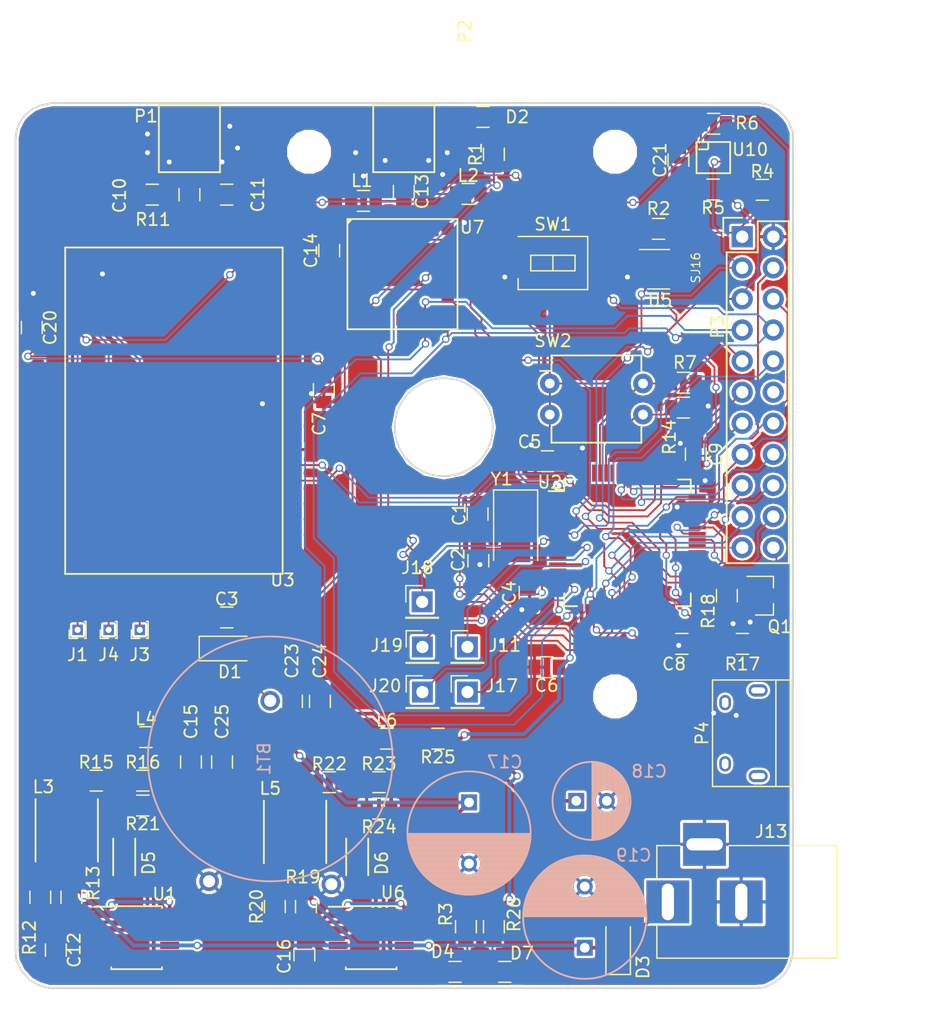
<source format=kicad_pcb>
(kicad_pcb (version 4) (host pcbnew 4.0.5+dfsg1-4)
  (layers (0 F.Cu signal) (31 B.Cu signal) (34 B.Paste user) (35 F.Paste user) (36 B.SilkS user) (37 F.SilkS user) (38 B.Mask user) (39 F.Mask user) (44 Edge.Cuts user))
  (net 0 "")
  (net 1 "Net-(BT1-Pad1)")
  (net 2 GND)
  (net 3 "Net-(C1-Pad1)")
  (net 4 "Net-(C2-Pad1)")
  (net 5 batt)
  (net 6 "Net-(C10-Pad2)")
  (net 7 +5V)
  (net 8 gps_standby)
  (net 9 gps_reset)
  (net 10 "Net-(D2-Pad2)")
  (net 11 "Net-(D3-Pad2)")
  (net 12 "Net-(D4-Pad2)")
  (net 13 "Net-(J3-Pad1)")
  (net 14 "Net-(J4-Pad1)")
  (net 15 PM_SS)
  (net 16 PM_SDO)
  (net 17 PM_SDI)
  (net 18 PM_SCK)
  (net 19 SWD_CLK)
  (net 20 SWD_DIO)
  (net 21 reset)
  (net 22 gps_fix)
  (net 23 "Net-(R2-Pad1)")
  (net 24 i2c_sda)
  (net 25 i2c_scl)
  (net 26 "Net-(R6-Pad1)")
  (net 27 Rx)
  (net 28 Tx)
  (net 29 UART_GPS_RX)
  (net 30 UART_GPS_TX)
  (net 31 WIRELESS_reset)
  (net 32 gps_pulses)
  (net 33 "Net-(C11-Pad2)")
  (net 34 +3V3)
  (net 35 "Net-(J11-Pad1)")
  (net 36 "Net-(J17-Pad1)")
  (net 37 "Net-(J18-Pad1)")
  (net 38 "Net-(J19-Pad1)")
  (net 39 "Net-(J20-Pad1)")
  (net 40 "Net-(C13-Pad1)")
  (net 41 "Net-(C13-Pad2)")
  (net 42 PA11-USB-DM)
  (net 43 PA11-USB-DP)
  (net 44 BOOT_signal)
  (net 45 BOOT_0)
  (net 46 "Net-(C12-Pad1)")
  (net 47 "Net-(D5-Pad1)")
  (net 48 "Net-(L3-Pad2)")
  (net 49 "Net-(R12-Pad1)")
  (net 50 "Net-(R15-Pad2)")
  (net 51 "Net-(Q1-Pad1)")
  (net 52 PM_meter_switch)
  (net 53 "Net-(P3-Pad22)")
  (net 54 "Net-(C16-Pad1)")
  (net 55 "Net-(C18-Pad1)")
  (net 56 +9V)
  (net 57 "Net-(D6-Pad1)")
  (net 58 "Net-(D7-Pad2)")
  (net 59 "Net-(L5-Pad2)")
  (net 60 "Net-(R16-Pad2)")
  (net 61 "Net-(R19-Pad1)")
  (net 62 "Net-(R22-Pad2)")
  (net 63 "Net-(R23-Pad2)")
  (module Connectors:USB_Micro-B (layer F.Cu) (at 191.4525 104.9655 90)
    (fp_text reference P4 (at 0 -3.24 90) (layer F.SilkS))
    (fp_text value USB_B)
    (pad 1 smd rect (at -1.3 -1.35 180) (size 1.35 0.4) (layers F.Cu F.Paste F.Mask))
    (pad 2 smd rect (at -0.65 -1.35 180) (size 1.35 0.4) (layers F.Cu F.Paste F.Mask) (net 42 PA11-USB-DM))
    (pad 3 smd rect (at 0 -1.35 180) (size 1.35 0.4) (layers F.Cu F.Paste F.Mask) (net 43 PA11-USB-DP))
    (pad 4 smd rect (at 0.65 -1.35 180) (size 1.35 0.4) (layers F.Cu F.Paste F.Mask) (net 2 GND))
    (pad 5 smd rect (at 1.3 -1.35 180) (size 1.35 0.4) (layers F.Cu F.Paste F.Mask) (net 2 GND))
    (pad 6 thru_hole oval (at -2.5 -1.35 180) (size 0.95 1.25) (drill oval 0.55 0.85) (layers *.Cu *.Mask))
    (pad 6 thru_hole oval (at 2.5 -1.35 180) (size 0.95 1.25) (drill oval 0.55 0.85) (layers *.Cu *.Mask))
    (pad 6 thru_hole oval (at -3.5 1.35 180) (size 1.55 1) (drill oval 1.15 0.5) (layers *.Cu *.Mask))
    (pad 6 thru_hole oval (at 3.5 1.35 180) (size 1.55 1) (drill oval 1.15 0.5) (layers *.Cu *.Mask))
  )
  (module Housings_DIP:DIP-4_W7.62mm (layer F.Cu) (at 175.768 76.3905)
    (fp_text reference SW2 (at 0.254 -3.4925) (layer F.SilkS))
    (fp_text value SW_DIP_x02)
    (pad 1 thru_hole oval (at 0 0) (size 1.6 1.6) (drill 0.8) (layers *.Cu *.Mask) (net 34 +3V3))
    (pad 2 thru_hole oval (at 0 2.54) (size 1.6 1.6) (drill 0.8) (layers *.Cu *.Mask) (net 34 +3V3))
    (pad 3 thru_hole oval (at 7.62 2.54) (size 1.6 1.6) (drill 0.8) (layers *.Cu *.Mask) (net 45 BOOT_0))
    (pad 4 thru_hole oval (at 7.62 0) (size 1.6 1.6) (drill 0.8) (layers *.Cu *.Mask) (net 44 BOOT_signal))
  )
  (module SNPM:TQFP-64_10x10mm_Pitch0.5mm (layer F.Cu) (at 182.118 89.408)
    (fp_text reference U2 (at -6.35 -4.953) (layer F.SilkS))
    (fp_text value stm32f072)
    (pad 1 smd rect (at -5.7 -3.75) (size 1.4 0.3) (layers F.Cu F.Paste F.Mask) (net 5 batt))
    (pad 2 smd rect (at -5.7 -3.25) (size 1.4 0.3) (layers F.Cu F.Paste F.Mask))
    (pad 3 smd rect (at -5.7 -2.75) (size 1.4 0.3) (layers F.Cu F.Paste F.Mask))
    (pad 4 smd rect (at -5.7 -2.25) (size 1.4 0.3) (layers F.Cu F.Paste F.Mask))
    (pad 5 smd rect (at -5.7 -1.75) (size 1.4 0.3) (layers F.Cu F.Paste F.Mask) (net 3 "Net-(C1-Pad1)"))
    (pad 6 smd rect (at -5.7 -1.25) (size 1.4 0.3) (layers F.Cu F.Paste F.Mask) (net 4 "Net-(C2-Pad1)"))
    (pad 7 smd rect (at -5.7 -0.75) (size 1.4 0.3) (layers F.Cu F.Paste F.Mask) (net 21 reset))
    (pad 8 smd rect (at -5.7 -0.25) (size 1.4 0.3) (layers F.Cu F.Paste F.Mask) (net 37 "Net-(J18-Pad1)"))
    (pad 9 smd rect (at -5.7 0.25) (size 1.4 0.3) (layers F.Cu F.Paste F.Mask) (net 35 "Net-(J11-Pad1)"))
    (pad 10 smd rect (at -5.7 0.75) (size 1.4 0.3) (layers F.Cu F.Paste F.Mask))
    (pad 11 smd rect (at -5.7 1.25) (size 1.4 0.3) (layers F.Cu F.Paste F.Mask))
    (pad 12 smd rect (at -5.7 1.75) (size 1.4 0.3) (layers F.Cu F.Paste F.Mask) (net 38 "Net-(J19-Pad1)"))
    (pad 13 smd rect (at -5.7 2.25) (size 1.4 0.3) (layers F.Cu F.Paste F.Mask) (net 34 +3V3))
    (pad 14 smd rect (at -5.7 2.75) (size 1.4 0.3) (layers F.Cu F.Paste F.Mask) (net 39 "Net-(J20-Pad1)"))
    (pad 15 smd rect (at -5.7 3.25) (size 1.4 0.3) (layers F.Cu F.Paste F.Mask) (net 36 "Net-(J17-Pad1)"))
    (pad 16 smd rect (at -5.7 3.75) (size 1.4 0.3) (layers F.Cu F.Paste F.Mask) (net 30 UART_GPS_TX))
    (pad 17 smd rect (at -3.75 5.7 90) (size 1.4 0.3) (layers F.Cu F.Paste F.Mask) (net 29 UART_GPS_RX))
    (pad 18 smd rect (at -3.25 5.7 90) (size 1.4 0.3) (layers F.Cu F.Paste F.Mask) (net 2 GND))
    (pad 19 smd rect (at -2.75 5.7 90) (size 1.4 0.3) (layers F.Cu F.Paste F.Mask) (net 34 +3V3))
    (pad 20 smd rect (at -2.25 5.7 90) (size 1.4 0.3) (layers F.Cu F.Paste F.Mask))
    (pad 21 smd rect (at -1.75 5.7 90) (size 1.4 0.3) (layers F.Cu F.Paste F.Mask) (net 22 gps_fix))
    (pad 22 smd rect (at -1.25 5.7 90) (size 1.4 0.3) (layers F.Cu F.Paste F.Mask) (net 8 gps_standby))
    (pad 23 smd rect (at -0.75 5.7 90) (size 1.4 0.3) (layers F.Cu F.Paste F.Mask) (net 9 gps_reset))
    (pad 24 smd rect (at -0.25 5.7 90) (size 1.4 0.3) (layers F.Cu F.Paste F.Mask) (net 32 gps_pulses))
    (pad 25 smd rect (at 0.25 5.7 90) (size 1.4 0.3) (layers F.Cu F.Paste F.Mask))
    (pad 26 smd rect (at 0.75 5.7 90) (size 1.4 0.3) (layers F.Cu F.Paste F.Mask))
    (pad 27 smd rect (at 1.25 5.7 90) (size 1.4 0.3) (layers F.Cu F.Paste F.Mask))
    (pad 28 smd rect (at 1.75 5.7 90) (size 1.4 0.3) (layers F.Cu F.Paste F.Mask))
    (pad 29 smd rect (at 2.25 5.7 90) (size 1.4 0.3) (layers F.Cu F.Paste F.Mask))
    (pad 30 smd rect (at 2.75 5.7 90) (size 1.4 0.3) (layers F.Cu F.Paste F.Mask))
    (pad 31 smd rect (at 3.25 5.7 90) (size 1.4 0.3) (layers F.Cu F.Paste F.Mask) (net 2 GND))
    (pad 32 smd rect (at 3.75 5.7 90) (size 1.4 0.3) (layers F.Cu F.Paste F.Mask) (net 34 +3V3))
    (pad 33 smd rect (at 5.7 3.75) (size 1.4 0.3) (layers F.Cu F.Paste F.Mask))
    (pad 34 smd rect (at 5.7 3.25) (size 1.4 0.3) (layers F.Cu F.Paste F.Mask) (net 25 i2c_scl))
    (pad 35 smd rect (at 5.7 2.75) (size 1.4 0.3) (layers F.Cu F.Paste F.Mask) (net 24 i2c_sda))
    (pad 36 smd rect (at 5.7 2.25) (size 1.4 0.3) (layers F.Cu F.Paste F.Mask))
    (pad 37 smd rect (at 5.7 1.75) (size 1.4 0.3) (layers F.Cu F.Paste F.Mask))
    (pad 38 smd rect (at 5.7 1.25) (size 1.4 0.3) (layers F.Cu F.Paste F.Mask))
    (pad 39 smd rect (at 5.7 0.75) (size 1.4 0.3) (layers F.Cu F.Paste F.Mask))
    (pad 40 smd rect (at 5.7 0.25) (size 1.4 0.3) (layers F.Cu F.Paste F.Mask))
    (pad 41 smd rect (at 5.7 -0.25) (size 1.4 0.3) (layers F.Cu F.Paste F.Mask) (net 15 PM_SS))
    (pad 42 smd rect (at 5.7 -0.75) (size 1.4 0.3) (layers F.Cu F.Paste F.Mask) (net 31 WIRELESS_reset))
    (pad 43 smd rect (at 5.7 -1.25) (size 1.4 0.3) (layers F.Cu F.Paste F.Mask) (net 52 PM_meter_switch))
    (pad 44 smd rect (at 5.7 -1.75) (size 1.4 0.3) (layers F.Cu F.Paste F.Mask) (net 42 PA11-USB-DM))
    (pad 45 smd rect (at 5.7 -2.25) (size 1.4 0.3) (layers F.Cu F.Paste F.Mask) (net 43 PA11-USB-DP))
    (pad 46 smd rect (at 5.7 -2.75) (size 1.4 0.3) (layers F.Cu F.Paste F.Mask) (net 20 SWD_DIO))
    (pad 47 smd rect (at 5.7 -3.25) (size 1.4 0.3) (layers F.Cu F.Paste F.Mask) (net 2 GND))
    (pad 48 smd rect (at 5.7 -3.75) (size 1.4 0.3) (layers F.Cu F.Paste F.Mask) (net 34 +3V3))
    (pad 49 smd rect (at 3.75 -5.7 90) (size 1.4 0.3) (layers F.Cu F.Paste F.Mask) (net 19 SWD_CLK))
    (pad 50 smd rect (at 3.25 -5.7 90) (size 1.4 0.3) (layers F.Cu F.Paste F.Mask))
    (pad 51 smd rect (at 2.75 -5.7 90) (size 1.4 0.3) (layers F.Cu F.Paste F.Mask) (net 28 Tx))
    (pad 52 smd rect (at 2.25 -5.7 90) (size 1.4 0.3) (layers F.Cu F.Paste F.Mask) (net 27 Rx))
    (pad 53 smd rect (at 1.75 -5.7 90) (size 1.4 0.3) (layers F.Cu F.Paste F.Mask))
    (pad 54 smd rect (at 1.25 -5.7 90) (size 1.4 0.3) (layers F.Cu F.Paste F.Mask))
    (pad 55 smd rect (at 0.75 -5.7 90) (size 1.4 0.3) (layers F.Cu F.Paste F.Mask) (net 18 PM_SCK))
    (pad 56 smd rect (at 0.25 -5.7 90) (size 1.4 0.3) (layers F.Cu F.Paste F.Mask) (net 16 PM_SDO))
    (pad 57 smd rect (at -0.25 -5.7 90) (size 1.4 0.3) (layers F.Cu F.Paste F.Mask) (net 17 PM_SDI))
    (pad 58 smd rect (at -0.75 -5.7 90) (size 1.4 0.3) (layers F.Cu F.Paste F.Mask))
    (pad 59 smd rect (at -1.25 -5.7 90) (size 1.4 0.3) (layers F.Cu F.Paste F.Mask))
    (pad 60 smd rect (at -1.75 -5.7 90) (size 1.4 0.3) (layers F.Cu F.Paste F.Mask) (net 45 BOOT_0))
    (pad 61 smd rect (at -2.25 -5.7 90) (size 1.4 0.3) (layers F.Cu F.Paste F.Mask) (net 44 BOOT_signal))
    (pad 62 smd rect (at -2.75 -5.7 90) (size 1.4 0.3) (layers F.Cu F.Paste F.Mask))
    (pad 63 smd rect (at -3.25 -5.7 90) (size 1.4 0.3) (layers F.Cu F.Paste F.Mask) (net 2 GND))
    (pad 64 smd rect (at -3.75 -5.7 90) (size 1.4 0.3) (layers F.Cu F.Paste F.Mask) (net 34 +3V3))
  )
  (module SNPM:BAT-CR2032_bottom (layer F.Cu) (at 152.908 107.061 270)
    (fp_text reference BT1 (at 0 0.5 270) (layer B.SilkS) (effects (justify mirror)))
    (fp_text value Battery_Cell)
    (pad 3 thru_hole circle (at 10 5 270) (size 1.6 1.6) (drill 1) (layers *.Cu *.Mask) (net 2 GND))
    (pad 2 thru_hole circle (at 10.25 -5 270) (size 1.6 1.6) (drill 1) (layers *.Cu *.Mask) (net 2 GND))
    (pad 1 thru_hole circle (at -4.75 0 270) (size 1.6 1.6) (drill 1) (layers *.Cu *.Mask) (net 1 "Net-(BT1-Pad1)"))
  )
  (module SNPM:SMD_0805 (layer F.Cu) (at 149.352 95.504)
    (fp_text reference C3 (at 0 -1.5) (layer F.SilkS))
    (fp_text value C)
    (pad 1 smd rect (at -1 0) (size 1 1.25) (layers F.Cu F.Paste F.Mask) (net 5 batt))
    (pad 2 smd rect (at 1 0) (size 1 1.25) (layers F.Cu F.Paste F.Mask) (net 2 GND))
  )
  (module SNPM:SMD_0805 (layer F.Cu) (at 175.5775 82.7405)
    (fp_text reference C5 (at -1.4605 -1.5875) (layer F.SilkS))
    (fp_text value 100n)
    (pad 1 smd rect (at -1 0) (size 1 1.25) (layers F.Cu F.Paste F.Mask) (net 2 GND))
    (pad 2 smd rect (at 1 0) (size 1 1.25) (layers F.Cu F.Paste F.Mask) (net 34 +3V3))
  )
  (module SNPM:SMD_0805 (layer F.Cu) (at 175.514 99.568 180)
    (fp_text reference C6 (at 0 -1.5 180) (layer F.SilkS))
    (fp_text value C)
    (pad 1 smd rect (at -1 0 180) (size 1 1.25) (layers F.Cu F.Paste F.Mask) (net 34 +3V3))
    (pad 2 smd rect (at 1 0 180) (size 1 1.25) (layers F.Cu F.Paste F.Mask) (net 2 GND))
  )
  (module SNPM:SMD_0805 (layer F.Cu) (at 157.2895 76.8985 90)
    (fp_text reference C7 (at -2.794 -0.381 90) (layer F.SilkS))
    (fp_text value 100n)
    (pad 1 smd rect (at -1 0 90) (size 1 1.25) (layers F.Cu F.Paste F.Mask) (net 2 GND))
    (pad 2 smd rect (at 1 0 90) (size 1 1.25) (layers F.Cu F.Paste F.Mask) (net 34 +3V3))
  )
  (module SNPM:SMD_0805 (layer F.Cu) (at 187.706 82.169 270)
    (fp_text reference C9 (at 0 -1.651 270) (layer F.SilkS))
    (fp_text value C)
    (pad 1 smd rect (at -1 0 270) (size 1 1.25) (layers F.Cu F.Paste F.Mask) (net 2 GND))
    (pad 2 smd rect (at 1 0 270) (size 1 1.25) (layers F.Cu F.Paste F.Mask) (net 34 +3V3))
  )
  (module SNPM:SMD_0805 (layer F.Cu) (at 143.256 60.96)
    (fp_text reference C10 (at -2.667 0.0635 90) (layer F.SilkS))
    (fp_text value NC)
    (pad 1 smd rect (at -1 0) (size 1 1.25) (layers F.Cu F.Paste F.Mask) (net 2 GND))
    (pad 2 smd rect (at 1 0) (size 1 1.25) (layers F.Cu F.Paste F.Mask) (net 6 "Net-(C10-Pad2)"))
  )
  (module SNPM:SMD_0805 (layer F.Cu) (at 149.352 60.96 180)
    (fp_text reference C11 (at -2.54 0 270) (layer F.SilkS))
    (fp_text value NC)
    (pad 1 smd rect (at -1 0 180) (size 1 1.25) (layers F.Cu F.Paste F.Mask) (net 2 GND))
    (pad 2 smd rect (at 1 0 180) (size 1 1.25) (layers F.Cu F.Paste F.Mask) (net 33 "Net-(C11-Pad2)"))
  )
  (module SNPM:SMD_0805 (layer F.Cu) (at 163.83 60.706 270)
    (fp_text reference C13 (at 0 -1.5 270) (layer F.SilkS))
    (fp_text value C)
    (pad 1 smd rect (at -1 0 270) (size 1 1.25) (layers F.Cu F.Paste F.Mask) (net 40 "Net-(C13-Pad1)"))
    (pad 2 smd rect (at 1 0 270) (size 1 1.25) (layers F.Cu F.Paste F.Mask) (net 41 "Net-(C13-Pad2)"))
  )
  (module SNPM:SMD_0805 (layer F.Cu) (at 157.734 65.532 90)
    (fp_text reference C14 (at 0 -1.5 90) (layer F.SilkS))
    (fp_text value 2,2u)
    (pad 1 smd rect (at -1 0 90) (size 1 1.25) (layers F.Cu F.Paste F.Mask) (net 34 +3V3))
    (pad 2 smd rect (at 1 0 90) (size 1 1.25) (layers F.Cu F.Paste F.Mask) (net 2 GND))
  )
  (module SNPM:SMD_0805 (layer F.Cu) (at 186.2836 58.1406 90)
    (fp_text reference C21 (at 0 -1.5 90) (layer F.SilkS))
    (fp_text value 100n)
    (pad 1 smd rect (at -1 0 90) (size 1 1.25) (layers F.Cu F.Paste F.Mask) (net 34 +3V3))
    (pad 2 smd rect (at 1 0 90) (size 1 1.25) (layers F.Cu F.Paste F.Mask) (net 2 GND))
  )
  (module SNPM:SMD_0805 (layer F.Cu) (at 154.686 102.362 90)
    (fp_text reference C23 (at 3.302 0 90) (layer F.SilkS))
    (fp_text value 10u)
    (pad 1 smd rect (at -1 0 90) (size 1 1.25) (layers F.Cu F.Paste F.Mask) (net 55 "Net-(C18-Pad1)"))
    (pad 2 smd rect (at 1 0 90) (size 1 1.25) (layers F.Cu F.Paste F.Mask) (net 2 GND))
  )
  (module SNPM:SMD_0805 (layer F.Cu) (at 156.972 102.362 90)
    (fp_text reference C24 (at 3.302 0 90) (layer F.SilkS))
    (fp_text value 220n)
    (pad 1 smd rect (at -1 0 90) (size 1 1.25) (layers F.Cu F.Paste F.Mask) (net 55 "Net-(C18-Pad1)"))
    (pad 2 smd rect (at 1 0 90) (size 1 1.25) (layers F.Cu F.Paste F.Mask) (net 2 GND))
  )
  (module SNPM:SMD_0805 (layer F.Cu) (at 148.971 107.315 270)
    (fp_text reference C25 (at -3.302 0 270) (layer F.SilkS))
    (fp_text value 100n)
    (pad 1 smd rect (at -1 0 270) (size 1 1.25) (layers F.Cu F.Paste F.Mask) (net 7 +5V))
    (pad 2 smd rect (at 1 0 270) (size 1 1.25) (layers F.Cu F.Paste F.Mask) (net 2 GND))
  )
  (module SNPM:D_SOD-123 (layer F.Cu) (at 149.352 98.044)
    (fp_text reference D1 (at 0.254 1.905) (layer F.SilkS))
    (fp_text value D_Schottky)
    (pad 1 smd rect (at -1.65 0) (size 0.9 1.2) (layers F.Cu F.Paste F.Mask) (net 5 batt))
    (pad 2 smd rect (at 1.65 0) (size 0.9 1.2) (layers F.Cu F.Paste F.Mask) (net 1 "Net-(BT1-Pad1)"))
  )
  (module SNPM:SMD_0805 (layer F.Cu) (at 170.307 54.61)
    (fp_text reference D2 (at 2.794 0) (layer F.SilkS))
    (fp_text value LED)
    (pad 1 smd rect (at -1 0) (size 1 1.25) (layers F.Cu F.Paste F.Mask) (net 2 GND))
    (pad 2 smd rect (at 1 0) (size 1 1.25) (layers F.Cu F.Paste F.Mask) (net 10 "Net-(D2-Pad2)"))
  )
  (module SNPM:D_SOD-123 (layer F.Cu) (at 181.356 122.428 90)
    (fp_text reference D3 (at -1.651 2.032 90) (layer F.SilkS))
    (fp_text value D_Schottky_ss14)
    (pad 1 smd rect (at -1.65 0 90) (size 0.9 1.2) (layers F.Cu F.Paste F.Mask) (net 56 +9V))
    (pad 2 smd rect (at 1.65 0 90) (size 0.9 1.2) (layers F.Cu F.Paste F.Mask) (net 11 "Net-(D3-Pad2)"))
  )
  (module SNPM:SMD_0805 (layer F.Cu) (at 168.021 124.46)
    (fp_text reference D4 (at -1.016 -1.651) (layer F.SilkS))
    (fp_text value LED)
    (pad 1 smd rect (at -1 0) (size 1 1.25) (layers F.Cu F.Paste F.Mask) (net 2 GND))
    (pad 2 smd rect (at 1 0) (size 1 1.25) (layers F.Cu F.Paste F.Mask) (net 12 "Net-(D4-Pad2)"))
  )
  (module SNPM:Pin_Header_Straight_1x01_Pitch1.00mm (layer F.Cu) (at 137.16 96.52 90)
    (fp_text reference J1 (at -2.032 0 180) (layer F.SilkS))
    (fp_text value CONN_01X01)
    (pad 1 thru_hole rect (at 0 0 90) (size 0.85 0.85) (drill 0.5) (layers *.Cu *.Mask) (net 31 WIRELESS_reset))
  )
  (module SNPM:Pin_Header_Straight_1x01_Pitch1.00mm (layer F.Cu) (at 142.24 96.52 90)
    (fp_text reference J3 (at -2.032 0 180) (layer F.SilkS))
    (fp_text value CONN_01X01)
    (pad 1 thru_hole rect (at 0 0 90) (size 0.85 0.85) (drill 0.5) (layers *.Cu *.Mask) (net 13 "Net-(J3-Pad1)"))
  )
  (module SNPM:Pin_Header_Straight_1x01_Pitch1.00mm (layer F.Cu) (at 139.7 96.52 90)
    (fp_text reference J4 (at -2.032 0 180) (layer F.SilkS))
    (fp_text value CONN_01X01)
    (pad 1 thru_hole rect (at 0 0 90) (size 0.85 0.85) (drill 0.5) (layers *.Cu *.Mask) (net 14 "Net-(J4-Pad1)"))
  )
  (module SNPM:MountingHole_3.2mm_M3_DIN965 (layer F.Cu) (at 181.1 101.96)
    (fp_text reference J5 hide)
    (fp_text value CONN_01X01)
    (pad 1 np_thru_hole circle (at 0 0) (size 3.2 3.2) (drill 3.2) (layers *.Cu *.Mask))
  )
  (module SNPM:MountingHole_3.2mm_M3_DIN965 (layer F.Cu) (at 156.083 57.4548)
    (fp_text reference J6 hide)
    (fp_text value CONN_01X01)
    (pad 1 np_thru_hole circle (at 0 0) (size 3.2 3.2) (drill 3.2) (layers *.Cu *.Mask))
  )
  (module SNPM:MountingHole_3.2mm_M3_DIN965 (layer F.Cu) (at 181.102 57.4548)
    (fp_text reference J9 hide)
    (fp_text value CONN_01X01)
    (pad 1 np_thru_hole circle (at 0 0) (size 3.2 3.2) (drill 3.2) (layers *.Cu *.Mask))
  )
  (module SNPM:BARREL_JACK (layer F.Cu) (at 185.42 118.745 180)
    (fp_text reference J13 (at -8.45 5.75 360) (layer F.SilkS))
    (fp_text value BARREL_JACK)
    (pad 1 thru_hole rect (at 0 0 180) (size 3.5 3.5) (drill oval 1 3) (layers *.Cu *.Mask) (net 11 "Net-(D3-Pad2)"))
    (pad 2 thru_hole rect (at -6 0 180) (size 3.5 3.5) (drill oval 1 3) (layers *.Cu *.Mask) (net 2 GND))
    (pad 3 thru_hole rect (at -3 4.7 180) (size 3.5 3.5) (drill oval 3 1) (layers *.Cu *.Mask) (net 2 GND))
  )
  (module SNPM:SMD_0805 (layer F.Cu) (at 169.1 60.9)
    (fp_text reference L2 (at 0 -1.5) (layer F.SilkS))
    (fp_text value L)
    (pad 1 smd rect (at -1 0) (size 1 1.25) (layers F.Cu F.Paste F.Mask) (net 40 "Net-(C13-Pad1)"))
    (pad 2 smd rect (at 1 0) (size 1 1.25) (layers F.Cu F.Paste F.Mask) (net 2 GND))
  )
  (module SNPM:Antenna_conn (layer F.Cu) (at 146.304 55.626 270)
    (fp_text reference P1 (at -1.0795 3.556 360) (layer F.SilkS))
    (fp_text value SMA_mini hide)
    (pad 1 smd rect (at 0 1.5 270) (size 2.2 1) (layers F.Cu F.Paste F.Mask) (net 2 GND))
    (pad 2 smd rect (at 2 0 270) (size 1.4 1) (layers F.Cu F.Paste F.Mask) (net 33 "Net-(C11-Pad2)"))
    (pad 3 smd rect (at 0 -1.5 270) (size 2.2 1) (layers F.Cu F.Paste F.Mask) (net 2 GND))
  )
  (module SNPM:SMD_0805 (layer F.Cu) (at 171.196 57.658 90)
    (fp_text reference R1 (at 0 -1.5 90) (layer F.SilkS))
    (fp_text value R)
    (pad 1 smd rect (at -1 0 90) (size 1 1.25) (layers F.Cu F.Paste F.Mask) (net 22 gps_fix))
    (pad 2 smd rect (at 1 0 90) (size 1 1.25) (layers F.Cu F.Paste F.Mask) (net 10 "Net-(D2-Pad2)"))
  )
  (module SNPM:SMD_0805 (layer F.Cu) (at 184.658 63.754 180)
    (fp_text reference R2 (at 0 1.651 180) (layer F.SilkS))
    (fp_text value 4.7k)
    (pad 1 smd rect (at -1 0 180) (size 1 1.25) (layers F.Cu F.Paste F.Mask) (net 23 "Net-(R2-Pad1)"))
    (pad 2 smd rect (at 1 0 180) (size 1 1.25) (layers F.Cu F.Paste F.Mask) (net 2 GND))
  )
  (module SNPM:SMD_0805 (layer F.Cu) (at 168.91 120.777 270)
    (fp_text reference R3 (at -1.016 1.651 270) (layer F.SilkS))
    (fp_text value 5k6)
    (pad 1 smd rect (at -1 0 270) (size 1 1.25) (layers F.Cu F.Paste F.Mask) (net 7 +5V))
    (pad 2 smd rect (at 1 0 270) (size 1 1.25) (layers F.Cu F.Paste F.Mask) (net 12 "Net-(D4-Pad2)"))
  )
  (module SNPM:SMD_0805 (layer F.Cu) (at 193.1416 60.5663)
    (fp_text reference R4 (at 0 -1.5) (layer F.SilkS))
    (fp_text value 4.7k)
    (pad 1 smd rect (at -1 0) (size 1 1.25) (layers F.Cu F.Paste F.Mask) (net 24 i2c_sda))
    (pad 2 smd rect (at 1 0) (size 1 1.25) (layers F.Cu F.Paste F.Mask) (net 34 +3V3))
  )
  (module SNPM:SMD_0805 (layer F.Cu) (at 189.1157 60.5409 180)
    (fp_text reference R5 (at 0 -1.5 180) (layer F.SilkS))
    (fp_text value 4.7k)
    (pad 1 smd rect (at -1 0 180) (size 1 1.25) (layers F.Cu F.Paste F.Mask) (net 25 i2c_scl))
    (pad 2 smd rect (at 1 0 180) (size 1 1.25) (layers F.Cu F.Paste F.Mask) (net 34 +3V3))
  )
  (module SNPM:SMD_0805 (layer F.Cu) (at 189.1665 55.1688 180)
    (fp_text reference R6 (at -2.7305 0.0508 180) (layer F.SilkS))
    (fp_text value 22k)
    (pad 1 smd rect (at -1 0 180) (size 1 1.25) (layers F.Cu F.Paste F.Mask) (net 26 "Net-(R6-Pad1)"))
    (pad 2 smd rect (at 1 0 180) (size 1 1.25) (layers F.Cu F.Paste F.Mask) (net 34 +3V3))
  )
  (module SNPM:SMD_0805 (layer F.Cu) (at 186.69 76.327 180)
    (fp_text reference R7 (at -0.127 1.651 180) (layer F.SilkS))
    (fp_text value 10k)
    (pad 1 smd rect (at -1 0 180) (size 1 1.25) (layers F.Cu F.Paste F.Mask) (net 2 GND))
    (pad 2 smd rect (at 1 0 180) (size 1 1.25) (layers F.Cu F.Paste F.Mask) (net 44 BOOT_signal))
  )
  (module SNPM:SMD_0805 (layer F.Cu) (at 186.69 78.359 180)
    (fp_text reference R14 (at 1.143 -2.413 270) (layer F.SilkS))
    (fp_text value 10k)
    (pad 1 smd rect (at -1 0 180) (size 1 1.25) (layers F.Cu F.Paste F.Mask) (net 2 GND))
    (pad 2 smd rect (at 1 0 180) (size 1 1.25) (layers F.Cu F.Paste F.Mask) (net 45 BOOT_0))
  )
  (module SNPM:SW_DIP_x1_W8.61mm_Slide_SMD_LowProfile (layer F.Cu) (at 176.022 66.548)
    (fp_text reference SW1 (at 0 -3.17) (layer F.SilkS))
    (fp_text value SW_Push)
    (pad 1 smd rect (at -4.305 0) (size 2.44 1.12) (layers F.Cu F.Mask) (net 2 GND))
    (pad 2 smd rect (at 4.305 0) (size 2.44 1.12) (layers F.Cu F.Mask) (net 21 reset))
  )
  (module SNPM:M10578 (layer F.Cu) (at 160.02 63.754)
    (fp_text reference U7 (at 9.398 -0.127) (layer F.SilkS))
    (fp_text value M10578-A2)
    (pad 1 smd oval (at 0 0) (size 1 1) (layers F.Cu F.Paste F.Mask) (net 2 GND))
    (pad 2 smd rect (at 1.85 0) (size 1 1) (layers F.Cu F.Paste F.Mask) (net 2 GND))
    (pad 3 smd rect (at 3.7 0) (size 1 1) (layers F.Cu F.Paste F.Mask) (net 41 "Net-(C13-Pad2)"))
    (pad 5 smd rect (at 7.4 0) (size 1 1) (layers F.Cu F.Paste F.Mask) (net 2 GND))
    (pad 4 smd rect (at 5.55 0) (size 1 1) (layers F.Cu F.Paste F.Mask) (net 2 GND))
    (pad 6 smd rect (at 7.4 1.85) (size 1 1) (layers F.Cu F.Paste F.Mask) (net 32 gps_pulses))
    (pad 7 smd rect (at 7.4 3.7) (size 1 1) (layers F.Cu F.Paste F.Mask) (net 9 gps_reset))
    (pad 8 smd rect (at 7.4 5.55) (size 1 1) (layers F.Cu F.Paste F.Mask) (net 8 gps_standby))
    (pad 9 smd rect (at 7.4 7.4) (size 1 1) (layers F.Cu F.Paste F.Mask) (net 30 UART_GPS_TX))
    (pad 10 smd rect (at 5.55 7.4) (size 1 1) (layers F.Cu F.Paste F.Mask) (net 29 UART_GPS_RX))
    (pad 11 smd rect (at 3.7 7.4) (size 1 1) (layers F.Cu F.Paste F.Mask))
    (pad 12 smd rect (at 1.85 7.4) (size 1 1) (layers F.Cu F.Paste F.Mask))
    (pad 13 smd rect (at 0 7.4) (size 1 1) (layers F.Cu F.Paste F.Mask) (net 22 gps_fix))
    (pad 14 smd rect (at 0 5.55) (size 1 1) (layers F.Cu F.Paste F.Mask) (net 5 batt))
    (pad 15 smd rect (at 0 3.7) (size 1 1) (layers F.Cu F.Paste F.Mask) (net 34 +3V3))
    (pad 16 smd rect (at 0 1.85) (size 1 1) (layers F.Cu F.Paste F.Mask) (net 2 GND))
  )
  (module SNPM:BME280 (layer F.Cu) (at 189.9158 56.9595)
    (fp_text reference U10 (at 2.2352 0.3175) (layer F.SilkS))
    (fp_text value bme280_barebone)
    (pad 8 smd rect (at 0.25 0) (size 0.5 0.35) (layers F.Cu F.Paste F.Mask) (net 2 GND))
    (pad 7 smd rect (at 0.25 0.65) (size 0.5 0.35) (layers F.Cu F.Paste F.Mask) (net 26 "Net-(R6-Pad1)"))
    (pad 6 smd rect (at 0.25 1.3) (size 0.5 0.35) (layers F.Cu F.Paste F.Mask) (net 24 i2c_sda))
    (pad 5 smd rect (at 0.25 1.95) (size 0.5 0.35) (layers F.Cu F.Paste F.Mask) (net 25 i2c_scl))
    (pad 4 smd rect (at -1.8 1.95) (size 0.5 0.35) (layers F.Cu F.Paste F.Mask) (net 2 GND))
    (pad 3 smd rect (at -1.8 1.3) (size 0.5 0.35) (layers F.Cu F.Paste F.Mask) (net 34 +3V3))
    (pad 2 smd rect (at -1.8 0.65) (size 0.5 0.35) (layers F.Cu F.Paste F.Mask) (net 2 GND))
    (pad 1 smd rect (at -1.8 0) (size 0.5 0.35) (layers F.Cu F.Paste F.Mask) (net 34 +3V3))
  )
  (module SNPM:Pin_Header_Straight_1x01_Pitch2.54mm (layer F.Cu) (at 169.037 97.917)
    (fp_text reference J11 (at 3.048 -0.127) (layer F.SilkS))
    (fp_text value CONN_01X01)
    (pad 1 thru_hole rect (at 0 0) (size 1.7 1.7) (drill 1) (layers *.Cu *.Mask) (net 35 "Net-(J11-Pad1)"))
  )
  (module SNPM:Pin_Header_Straight_1x01_Pitch2.54mm (layer F.Cu) (at 169.037 101.6)
    (fp_text reference J17 (at 2.794 -0.508) (layer F.SilkS))
    (fp_text value CONN_01X01)
    (pad 1 thru_hole rect (at 0 0) (size 1.7 1.7) (drill 1) (layers *.Cu *.Mask) (net 36 "Net-(J17-Pad1)"))
  )
  (module SNPM:Pin_Header_Straight_1x01_Pitch2.54mm (layer F.Cu) (at 165.3286 94.234)
    (fp_text reference J18 (at -0.381 -2.794) (layer F.SilkS))
    (fp_text value CONN_01X01)
    (pad 1 thru_hole rect (at 0 0) (size 1.7 1.7) (drill 1) (layers *.Cu *.Mask) (net 37 "Net-(J18-Pad1)"))
  )
  (module SNPM:Pin_Header_Straight_1x01_Pitch2.54mm (layer F.Cu) (at 165.354 97.917)
    (fp_text reference J19 (at -2.921 -0.127) (layer F.SilkS))
    (fp_text value CONN_01X01)
    (pad 1 thru_hole rect (at 0 0) (size 1.7 1.7) (drill 1) (layers *.Cu *.Mask) (net 38 "Net-(J19-Pad1)"))
  )
  (module SNPM:Pin_Header_Straight_1x01_Pitch2.54mm (layer F.Cu) (at 165.354 101.6)
    (fp_text reference J20 (at -3.048 -0.508) (layer F.SilkS))
    (fp_text value CONN_01X01)
    (pad 1 thru_hole rect (at 0 0) (size 1.7 1.7) (drill 1) (layers *.Cu *.Mask) (net 39 "Net-(J20-Pad1)"))
  )
  (module SNPM:SMD_0805 (layer F.Cu) (at 160.528 61.468 180)
    (fp_text reference L1 (at 0.127 1.651 180) (layer F.SilkS))
    (fp_text value L)
    (pad 1 smd rect (at -1 0 180) (size 1 1.25) (layers F.Cu F.Paste F.Mask) (net 41 "Net-(C13-Pad2)"))
    (pad 2 smd rect (at 1 0 180) (size 1 1.25) (layers F.Cu F.Paste F.Mask) (net 2 GND))
  )
  (module SNPM:solder_jumper (layer F.Cu) (at 187.706 64.516 90)
    (fp_text reference SJ16 (at -2.413 0 90) (layer F.SilkS) (effects (font (size 0.7 0.7) (thickness 0.1))))
    (fp_text value solder_jumper hide)
    (pad 1 smd rect (at -0.45 0 90) (size 0.7 1) (layers F.Cu F.Paste F.Mask) (net 23 "Net-(R2-Pad1)"))
    (pad 2 smd rect (at 0.45 0 90) (size 0.7 1) (layers F.Cu F.Paste F.Mask) (net 34 +3V3))
  )
  (module Crystals:Crystal_SMD_5032-2pin_5.0x3.2mm (layer F.Cu) (at 172.974 88.138 270)
    (fp_text reference Y1 (at -3.937 1.143 360) (layer F.SilkS))
    (fp_text value 8MHz)
    (pad 1 smd rect (at -1.85 0 270) (size 2 2.4) (layers F.Cu F.Paste F.Mask) (net 3 "Net-(C1-Pad1)"))
    (pad 2 smd rect (at 1.85 0 270) (size 2 2.4) (layers F.Cu F.Paste F.Mask) (net 4 "Net-(C2-Pad1)"))
  )
  (module SNPM:SMD_0805 (layer F.Cu) (at 169.8625 87.0585 90)
    (fp_text reference C1 (at 0 -1.5 90) (layer F.SilkS))
    (fp_text value 4.3p)
    (pad 1 smd rect (at -1 0 90) (size 1 1.25) (layers F.Cu F.Paste F.Mask) (net 3 "Net-(C1-Pad1)"))
    (pad 2 smd rect (at 1 0 90) (size 1 1.25) (layers F.Cu F.Paste F.Mask) (net 2 GND))
  )
  (module SNPM:SMD_0805 (layer F.Cu) (at 169.926 90.8685 270)
    (fp_text reference C2 (at -0.0635 1.651 270) (layer F.SilkS))
    (fp_text value 4.3p)
    (pad 1 smd rect (at -1 0 270) (size 1 1.25) (layers F.Cu F.Paste F.Mask) (net 4 "Net-(C2-Pad1)"))
    (pad 2 smd rect (at 1 0 270) (size 1 1.25) (layers F.Cu F.Paste F.Mask) (net 2 GND))
  )
  (module SNPM:SMD_0805 (layer F.Cu) (at 174.117 93.472 270)
    (fp_text reference C4 (at 0 1.651 270) (layer F.SilkS))
    (fp_text value C)
    (pad 1 smd rect (at -1 0 270) (size 1 1.25) (layers F.Cu F.Paste F.Mask) (net 34 +3V3))
    (pad 2 smd rect (at 1 0 270) (size 1 1.25) (layers F.Cu F.Paste F.Mask) (net 2 GND))
  )
  (module SNPM:SMD_0805 (layer F.Cu) (at 186.563 97.663 180)
    (fp_text reference C8 (at 0.635 -1.651 180) (layer F.SilkS))
    (fp_text value C)
    (pad 1 smd rect (at -1 0 180) (size 1 1.25) (layers F.Cu F.Paste F.Mask) (net 34 +3V3))
    (pad 2 smd rect (at 1 0 180) (size 1 1.25) (layers F.Cu F.Paste F.Mask) (net 2 GND))
  )
  (module SNPM:SMD_0805 (layer F.Cu) (at 135.382 122.682 270)
    (fp_text reference C12 (at 0 -1.5 270) (layer F.SilkS))
    (fp_text value 510pF)
    (pad 1 smd rect (at -1 0 270) (size 1 1.25) (layers F.Cu F.Paste F.Mask) (net 46 "Net-(C12-Pad1)"))
    (pad 2 smd rect (at 1 0 270) (size 1 1.25) (layers F.Cu F.Paste F.Mask) (net 2 GND))
  )
  (module SNPM:SMD_0805 (layer F.Cu) (at 146.431 107.315 270)
    (fp_text reference C15 (at -3.302 0 270) (layer F.SilkS))
    (fp_text value 1u)
    (pad 1 smd rect (at -1 0 270) (size 1 1.25) (layers F.Cu F.Paste F.Mask) (net 7 +5V))
    (pad 2 smd rect (at 1 0 270) (size 1 1.25) (layers F.Cu F.Paste F.Mask) (net 2 GND))
  )
  (module SNPM:SMD_0805 (layer F.Cu) (at 134.112 118.364 90)
    (fp_text reference R12 (at -3.302 -0.889 90) (layer F.SilkS))
    (fp_text value 0R33)
    (pad 1 smd rect (at -1 0 90) (size 1 1.25) (layers F.Cu F.Paste F.Mask) (net 49 "Net-(R12-Pad1)"))
    (pad 2 smd rect (at 1 0 90) (size 1 1.25) (layers F.Cu F.Paste F.Mask) (net 56 +9V))
  )
  (module SNPM:SMD_0805 (layer F.Cu) (at 136.652 118.364 90)
    (fp_text reference R13 (at 1.143 1.778 90) (layer F.SilkS))
    (fp_text value tbd)
    (pad 1 smd rect (at -1 0 90) (size 1 1.25) (layers F.Cu F.Paste F.Mask) (net 49 "Net-(R12-Pad1)"))
    (pad 2 smd rect (at 1 0 90) (size 1 1.25) (layers F.Cu F.Paste F.Mask) (net 56 +9V))
  )
  (module SNPM:SMD_0805 (layer F.Cu) (at 138.684 108.839)
    (fp_text reference R15 (at 0 -1.5) (layer F.SilkS))
    (fp_text value 27k)
    (pad 1 smd rect (at -1 0) (size 1 1.25) (layers F.Cu F.Paste F.Mask) (net 48 "Net-(L3-Pad2)"))
    (pad 2 smd rect (at 1 0) (size 1 1.25) (layers F.Cu F.Paste F.Mask) (net 50 "Net-(R15-Pad2)"))
  )
  (module SNPM:SMD_0805 (layer F.Cu) (at 142.494 108.839)
    (fp_text reference R16 (at 0 -1.5) (layer F.SilkS))
    (fp_text value 9.1k)
    (pad 1 smd rect (at -1 0) (size 1 1.25) (layers F.Cu F.Paste F.Mask) (net 50 "Net-(R15-Pad2)"))
    (pad 2 smd rect (at 1 0) (size 1 1.25) (layers F.Cu F.Paste F.Mask) (net 60 "Net-(R16-Pad2)"))
  )
  (module Housings_SOIC:SOIC-8_3.9x4.9mm_Pitch1.27mm (layer F.Cu) (at 141.986 121.666)
    (fp_text reference U1 (at 2.286 -3.556) (layer F.SilkS))
    (fp_text value MC33063)
    (pad 1 smd rect (at -2.7 -1.905) (size 1.55 0.6) (layers F.Cu F.Paste F.Mask) (net 49 "Net-(R12-Pad1)"))
    (pad 2 smd rect (at -2.7 -0.635) (size 1.55 0.6) (layers F.Cu F.Paste F.Mask) (net 47 "Net-(D5-Pad1)"))
    (pad 3 smd rect (at -2.7 0.635) (size 1.55 0.6) (layers F.Cu F.Paste F.Mask) (net 46 "Net-(C12-Pad1)"))
    (pad 4 smd rect (at -2.7 1.905) (size 1.55 0.6) (layers F.Cu F.Paste F.Mask) (net 2 GND))
    (pad 5 smd rect (at 2.7 1.905) (size 1.55 0.6) (layers F.Cu F.Paste F.Mask) (net 50 "Net-(R15-Pad2)"))
    (pad 6 smd rect (at 2.7 0.635) (size 1.55 0.6) (layers F.Cu F.Paste F.Mask) (net 56 +9V))
    (pad 7 smd rect (at 2.7 -0.635) (size 1.55 0.6) (layers F.Cu F.Paste F.Mask) (net 49 "Net-(R12-Pad1)"))
    (pad 8 smd rect (at 2.7 -1.905) (size 1.55 0.6) (layers F.Cu F.Paste F.Mask) (net 49 "Net-(R12-Pad1)"))
  )
  (module SNPM:Antenna_conn (layer F.Cu) (at 163.83 55.626 270)
    (fp_text reference P2 (at -8 -5 270) (layer F.SilkS))
    (fp_text value SMA_mini hide)
    (pad 1 smd rect (at 0 1.5 270) (size 2.2 1) (layers F.Cu F.Paste F.Mask) (net 2 GND))
    (pad 2 smd rect (at 2 0 270) (size 1.4 1) (layers F.Cu F.Paste F.Mask) (net 40 "Net-(C13-Pad1)"))
    (pad 3 smd rect (at 0 -1.5 270) (size 2.2 1) (layers F.Cu F.Paste F.Mask) (net 2 GND))
  )
  (module TO_SOT_Packages_SMD:SOT-23-5 (layer F.Cu) (at 184.658 67.056)
    (fp_text reference U5 (at 0.127 2.54) (layer F.SilkS))
    (fp_text value CAT24C02)
    (pad 1 smd rect (at -1.1 -0.95) (size 1.06 0.65) (layers F.Cu F.Paste F.Mask) (net 25 i2c_scl))
    (pad 2 smd rect (at -1.1 0) (size 1.06 0.65) (layers F.Cu F.Paste F.Mask) (net 2 GND))
    (pad 3 smd rect (at -1.1 0.95) (size 1.06 0.65) (layers F.Cu F.Paste F.Mask) (net 24 i2c_sda))
    (pad 4 smd rect (at 1.1 0.95) (size 1.06 0.65) (layers F.Cu F.Paste F.Mask) (net 34 +3V3))
    (pad 5 smd rect (at 1.1 -0.95) (size 1.06 0.65) (layers F.Cu F.Paste F.Mask) (net 23 "Net-(R2-Pad1)"))
  )
  (module TO_SOT_Packages_SMD:SOT-23 (layer F.Cu) (at 193.294 93.726)
    (fp_text reference Q1 (at 1.27 2.54) (layer F.SilkS))
    (fp_text value Q_NMOS_GSD)
    (pad 1 smd rect (at -1 -0.95) (size 0.9 0.8) (layers F.Cu F.Paste F.Mask) (net 51 "Net-(Q1-Pad1)"))
    (pad 2 smd rect (at -1 0.95) (size 0.9 0.8) (layers F.Cu F.Paste F.Mask) (net 2 GND))
    (pad 3 smd rect (at 1 0) (size 0.9 0.8) (layers F.Cu F.Paste F.Mask) (net 53 "Net-(P3-Pad22)"))
  )
  (module SNPM:SMD_0805 (layer F.Cu) (at 191.516 97.663)
    (fp_text reference R17 (at 0 1.651) (layer F.SilkS))
    (fp_text value R)
    (pad 1 smd rect (at -1 0) (size 1 1.25) (layers F.Cu F.Paste F.Mask) (net 52 PM_meter_switch))
    (pad 2 smd rect (at 1 0) (size 1 1.25) (layers F.Cu F.Paste F.Mask) (net 51 "Net-(Q1-Pad1)"))
  )
  (module SNPM:SMD_0805 (layer F.Cu) (at 190.246 93.726 270)
    (fp_text reference R18 (at 1.27 1.524 270) (layer F.SilkS))
    (fp_text value R)
    (pad 1 smd rect (at -1 0 270) (size 1 1.25) (layers F.Cu F.Paste F.Mask) (net 51 "Net-(Q1-Pad1)"))
    (pad 2 smd rect (at 1 0 270) (size 1 1.25) (layers F.Cu F.Paste F.Mask) (net 2 GND))
  )
  (module Pin_Headers:Pin_Header_Straight_2x11 (layer F.Cu) (at 191.5 64.4)
    (fp_text reference P3 (at -2.016 7.355 270) (layer F.SilkS))
    (fp_text value CONN_02X11)
    (pad 1 thru_hole rect (at 0 0) (size 1.7272 1.7272) (drill 1.016) (layers *.Cu *.Mask) (net 34 +3V3))
    (pad 2 thru_hole oval (at 2.54 0) (size 1.7272 1.7272) (drill 1.016) (layers *.Cu *.Mask) (net 2 GND))
    (pad 3 thru_hole oval (at 0 2.54) (size 1.7272 1.7272) (drill 1.016) (layers *.Cu *.Mask) (net 24 i2c_sda))
    (pad 4 thru_hole oval (at 2.54 2.54) (size 1.7272 1.7272) (drill 1.016) (layers *.Cu *.Mask) (net 19 SWD_CLK))
    (pad 5 thru_hole oval (at 0 5.08) (size 1.7272 1.7272) (drill 1.016) (layers *.Cu *.Mask) (net 25 i2c_scl))
    (pad 6 thru_hole oval (at 2.54 5.08) (size 1.7272 1.7272) (drill 1.016) (layers *.Cu *.Mask) (net 20 SWD_DIO))
    (pad 7 thru_hole oval (at 0 7.62) (size 1.7272 1.7272) (drill 1.016) (layers *.Cu *.Mask) (net 29 UART_GPS_RX))
    (pad 8 thru_hole oval (at 2.54 7.62) (size 1.7272 1.7272) (drill 1.016) (layers *.Cu *.Mask) (net 21 reset))
    (pad 9 thru_hole oval (at 0 10.16) (size 1.7272 1.7272) (drill 1.016) (layers *.Cu *.Mask) (net 30 UART_GPS_TX))
    (pad 10 thru_hole oval (at 2.54 10.16) (size 1.7272 1.7272) (drill 1.016) (layers *.Cu *.Mask) (net 8 gps_standby))
    (pad 11 thru_hole oval (at 0 12.7) (size 1.7272 1.7272) (drill 1.016) (layers *.Cu *.Mask) (net 27 Rx))
    (pad 12 thru_hole oval (at 2.54 12.7) (size 1.7272 1.7272) (drill 1.016) (layers *.Cu *.Mask) (net 7 +5V))
    (pad 13 thru_hole oval (at 0 15.24) (size 1.7272 1.7272) (drill 1.016) (layers *.Cu *.Mask) (net 28 Tx))
    (pad 14 thru_hole oval (at 2.54 15.24) (size 1.7272 1.7272) (drill 1.016) (layers *.Cu *.Mask) (net 16 PM_SDO))
    (pad 15 thru_hole oval (at 0 17.78) (size 1.7272 1.7272) (drill 1.016) (layers *.Cu *.Mask) (net 31 WIRELESS_reset))
    (pad 16 thru_hole oval (at 2.54 17.78) (size 1.7272 1.7272) (drill 1.016) (layers *.Cu *.Mask) (net 17 PM_SDI))
    (pad 17 thru_hole oval (at 0 20.32) (size 1.7272 1.7272) (drill 1.016) (layers *.Cu *.Mask) (net 32 gps_pulses))
    (pad 18 thru_hole oval (at 2.54 20.32) (size 1.7272 1.7272) (drill 1.016) (layers *.Cu *.Mask) (net 18 PM_SCK))
    (pad 19 thru_hole oval (at 0 22.86) (size 1.7272 1.7272) (drill 1.016) (layers *.Cu *.Mask) (net 9 gps_reset))
    (pad 20 thru_hole oval (at 2.54 22.86) (size 1.7272 1.7272) (drill 1.016) (layers *.Cu *.Mask) (net 15 PM_SS))
    (pad 21 thru_hole oval (at 0 25.4) (size 1.7272 1.7272) (drill 1.016) (layers *.Cu *.Mask) (net 22 gps_fix))
    (pad 22 thru_hole oval (at 2.54 25.4) (size 1.7272 1.7272) (drill 1.016) (layers *.Cu *.Mask) (net 53 "Net-(P3-Pad22)"))
  )
  (module SNPM:SMD_0805 (layer F.Cu) (at 146.304 60.96 270)
    (fp_text reference R11 (at 2.032 2.9845 360) (layer F.SilkS))
    (fp_text value 0R)
    (pad 1 smd rect (at -1 0 270) (size 1 1.25) (layers F.Cu F.Paste F.Mask) (net 33 "Net-(C11-Pad2)"))
    (pad 2 smd rect (at 1 0 270) (size 1 1.25) (layers F.Cu F.Paste F.Mask) (net 6 "Net-(C10-Pad2)"))
  )
  (module SNPM:SMD_0805 (layer F.Cu) (at 155.702 123.063 270)
    (fp_text reference C16 (at 0.127 1.651 270) (layer F.SilkS))
    (fp_text value 352pF)
    (pad 1 smd rect (at -1 0 270) (size 1 1.25) (layers F.Cu F.Paste F.Mask) (net 54 "Net-(C16-Pad1)"))
    (pad 2 smd rect (at 1 0 270) (size 1 1.25) (layers F.Cu F.Paste F.Mask) (net 2 GND))
  )
  (module SNPM:SMD_0805 (layer F.Cu) (at 172.085 124.46 180)
    (fp_text reference D7 (at -1.397 1.524 180) (layer F.SilkS))
    (fp_text value LED)
    (pad 1 smd rect (at -1 0 180) (size 1 1.25) (layers F.Cu F.Paste F.Mask) (net 2 GND))
    (pad 2 smd rect (at 1 0 180) (size 1 1.25) (layers F.Cu F.Paste F.Mask) (net 58 "Net-(D7-Pad2)"))
  )
  (module SNPM:SMD_0805 (layer F.Cu) (at 155.829 119.126 90)
    (fp_text reference R19 (at 2.413 -0.254 180) (layer F.SilkS))
    (fp_text value 0R33)
    (pad 1 smd rect (at -1 0 90) (size 1 1.25) (layers F.Cu F.Paste F.Mask) (net 61 "Net-(R19-Pad1)"))
    (pad 2 smd rect (at 1 0 90) (size 1 1.25) (layers F.Cu F.Paste F.Mask) (net 56 +9V))
  )
  (module SNPM:SMD_0805 (layer F.Cu) (at 153.289 119.126 90)
    (fp_text reference R20 (at 0 -1.5 90) (layer F.SilkS))
    (fp_text value tbd)
    (pad 1 smd rect (at -1 0 90) (size 1 1.25) (layers F.Cu F.Paste F.Mask) (net 61 "Net-(R19-Pad1)"))
    (pad 2 smd rect (at 1 0 90) (size 1 1.25) (layers F.Cu F.Paste F.Mask) (net 56 +9V))
  )
  (module SNPM:SMD_0805 (layer F.Cu) (at 142.494 110.871 180)
    (fp_text reference R21 (at 0 -1.5 180) (layer F.SilkS))
    (fp_text value tbd)
    (pad 1 smd rect (at -1 0 180) (size 1 1.25) (layers F.Cu F.Paste F.Mask) (net 60 "Net-(R16-Pad2)"))
    (pad 2 smd rect (at 1 0 180) (size 1 1.25) (layers F.Cu F.Paste F.Mask) (net 2 GND))
  )
  (module SNPM:SMD_0805 (layer F.Cu) (at 157.734 108.966)
    (fp_text reference R22 (at 0 -1.5) (layer F.SilkS))
    (fp_text value 18k)
    (pad 1 smd rect (at -1 0) (size 1 1.25) (layers F.Cu F.Paste F.Mask) (net 59 "Net-(L5-Pad2)"))
    (pad 2 smd rect (at 1 0) (size 1 1.25) (layers F.Cu F.Paste F.Mask) (net 62 "Net-(R22-Pad2)"))
  )
  (module SNPM:SMD_0805 (layer F.Cu) (at 161.798 108.966)
    (fp_text reference R23 (at 0 -1.5) (layer F.SilkS))
    (fp_text value 11k)
    (pad 1 smd rect (at -1 0) (size 1 1.25) (layers F.Cu F.Paste F.Mask) (net 62 "Net-(R22-Pad2)"))
    (pad 2 smd rect (at 1 0) (size 1 1.25) (layers F.Cu F.Paste F.Mask) (net 63 "Net-(R23-Pad2)"))
  )
  (module SNPM:SMD_0805 (layer F.Cu) (at 161.798 111.125 180)
    (fp_text reference R24 (at 0 -1.5 180) (layer F.SilkS))
    (fp_text value tbd)
    (pad 1 smd rect (at -1 0 180) (size 1 1.25) (layers F.Cu F.Paste F.Mask) (net 63 "Net-(R23-Pad2)"))
    (pad 2 smd rect (at 1 0 180) (size 1 1.25) (layers F.Cu F.Paste F.Mask) (net 2 GND))
  )
  (module SNPM:SMD_0805 (layer F.Cu) (at 166.624 105.41 180)
    (fp_text reference R25 (at 0 -1.5 180) (layer F.SilkS))
    (fp_text value 0R1)
    (pad 1 smd rect (at -1 0 180) (size 1 1.25) (layers F.Cu F.Paste F.Mask) (net 34 +3V3))
    (pad 2 smd rect (at 1 0 180) (size 1 1.25) (layers F.Cu F.Paste F.Mask) (net 55 "Net-(C18-Pad1)"))
  )
  (module SNPM:SMD_0805 (layer F.Cu) (at 171.196 120.777 270)
    (fp_text reference R26 (at -1.016 -1.651 270) (layer F.SilkS))
    (fp_text value 5k6)
    (pad 1 smd rect (at -1 0 270) (size 1 1.25) (layers F.Cu F.Paste F.Mask) (net 34 +3V3))
    (pad 2 smd rect (at 1 0 270) (size 1 1.25) (layers F.Cu F.Paste F.Mask) (net 58 "Net-(D7-Pad2)"))
  )
  (module Housings_SOIC:SOIC-8_3.9x4.9mm_Pitch1.27mm (layer F.Cu) (at 161.163 121.666)
    (fp_text reference U6 (at 1.778 -3.683) (layer F.SilkS))
    (fp_text value MC33063)
    (pad 1 smd rect (at -2.7 -1.905) (size 1.55 0.6) (layers F.Cu F.Paste F.Mask) (net 61 "Net-(R19-Pad1)"))
    (pad 2 smd rect (at -2.7 -0.635) (size 1.55 0.6) (layers F.Cu F.Paste F.Mask) (net 57 "Net-(D6-Pad1)"))
    (pad 3 smd rect (at -2.7 0.635) (size 1.55 0.6) (layers F.Cu F.Paste F.Mask) (net 54 "Net-(C16-Pad1)"))
    (pad 4 smd rect (at -2.7 1.905) (size 1.55 0.6) (layers F.Cu F.Paste F.Mask) (net 2 GND))
    (pad 5 smd rect (at 2.7 1.905) (size 1.55 0.6) (layers F.Cu F.Paste F.Mask) (net 62 "Net-(R22-Pad2)"))
    (pad 6 smd rect (at 2.7 0.635) (size 1.55 0.6) (layers F.Cu F.Paste F.Mask) (net 56 +9V))
    (pad 7 smd rect (at 2.7 -0.635) (size 1.55 0.6) (layers F.Cu F.Paste F.Mask) (net 61 "Net-(R19-Pad1)"))
    (pad 8 smd rect (at 2.7 -1.905) (size 1.55 0.6) (layers F.Cu F.Paste F.Mask) (net 61 "Net-(R19-Pad1)"))
  )
  (module Inductors:Inductor_Taiyo-Yuden_NR-50xx (layer F.Cu) (at 136.271 112.903 90)
    (fp_text reference L3 (at 3.556 -1.905 180) (layer F.SilkS))
    (fp_text value 39uH)
    (pad 1 smd rect (at -1.8 0 90) (size 1.5 4.2) (layers F.Cu F.Paste F.Mask) (net 47 "Net-(D5-Pad1)"))
    (pad 2 smd rect (at 1.8 0 90) (size 1.5 4.2) (layers F.Cu F.Paste F.Mask) (net 48 "Net-(L3-Pad2)"))
  )
  (module SNPM:SMD_0805 (layer F.Cu) (at 142.748 105.283)
    (fp_text reference L4 (at 0 -1.5) (layer F.SilkS))
    (fp_text value 1uH)
    (pad 1 smd rect (at -1 0) (size 1 1.25) (layers F.Cu F.Paste F.Mask) (net 48 "Net-(L3-Pad2)"))
    (pad 2 smd rect (at 1 0) (size 1 1.25) (layers F.Cu F.Paste F.Mask) (net 7 +5V))
  )
  (module Inductors:Inductor_Taiyo-Yuden_NR-50xx (layer F.Cu) (at 154.94 113.03 90)
    (fp_text reference L5 (at 3.556 -2.032 180) (layer F.SilkS))
    (fp_text value 41uH)
    (pad 1 smd rect (at -1.8 0 90) (size 1.5 4.2) (layers F.Cu F.Paste F.Mask) (net 57 "Net-(D6-Pad1)"))
    (pad 2 smd rect (at 1.8 0 90) (size 1.5 4.2) (layers F.Cu F.Paste F.Mask) (net 59 "Net-(L5-Pad2)"))
  )
  (module SNPM:SMD_0805 (layer F.Cu) (at 162.433 105.41)
    (fp_text reference L6 (at 0 -1.5) (layer F.SilkS))
    (fp_text value 1uH)
    (pad 1 smd rect (at -1 0) (size 1 1.25) (layers F.Cu F.Paste F.Mask) (net 59 "Net-(L5-Pad2)"))
    (pad 2 smd rect (at 1 0) (size 1 1.25) (layers F.Cu F.Paste F.Mask) (net 55 "Net-(C18-Pad1)"))
  )
  (module Diodes_SMD:SOD-123 (layer F.Cu) (at 140.97 115.57 270)
    (fp_text reference D5 (at 0 -2 270) (layer F.SilkS))
    (fp_text value 1N5819)
    (pad 1 smd rect (at -1.635 0 270) (size 0.91 1.22) (layers F.Cu F.Paste F.Mask) (net 47 "Net-(D5-Pad1)"))
    (pad 2 smd rect (at 1.635 0 270) (size 0.91 1.22) (layers F.Cu F.Paste F.Mask) (net 2 GND))
  )
  (module Diodes_SMD:SOD-123 (layer F.Cu) (at 160.02 115.57 270)
    (fp_text reference D6 (at 0 -2 270) (layer F.SilkS))
    (fp_text value 1N5819)
    (pad 1 smd rect (at -1.635 0 270) (size 0.91 1.22) (layers F.Cu F.Paste F.Mask) (net 57 "Net-(D6-Pad1)"))
    (pad 2 smd rect (at 1.635 0 270) (size 0.91 1.22) (layers F.Cu F.Paste F.Mask) (net 2 GND))
  )
  (module SNPM:C_Radial_D10_L16_P5_bottom (layer F.Cu) (at 169.164 110.617 270)
    (fp_text reference C17 (at -3.302 -2.921 360) (layer B.SilkS) (effects (justify mirror)))
    (fp_text value 1000u)
    (pad 1 thru_hole rect (at 0 0 270) (size 1.3 1.3) (drill 0.8) (layers *.Cu *.Mask) (net 7 +5V))
    (pad 2 thru_hole circle (at 5 0 270) (size 1.3 1.3) (drill 0.8) (layers *.Cu *.Mask) (net 2 GND))
  )
  (module SNPM:C_Radial_D6.3_L11.2_P2.5_bottom (layer F.Cu) (at 177.927 110.49)
    (fp_text reference C18 (at 5.969 -2.413) (layer B.SilkS) (effects (justify mirror)))
    (fp_text value 470uF)
    (pad 2 thru_hole circle (at 2.5 0) (size 1.3 1.3) (drill 0.8) (layers *.Cu *.Mask) (net 2 GND))
    (pad 1 thru_hole rect (at 0 0) (size 1.3 1.3) (drill 0.8) (layers *.Cu *.Mask) (net 55 "Net-(C18-Pad1)"))
  )
  (module SNPM:C_Radial_D10_L16_P5_bottom (layer F.Cu) (at 178.6255 122.4915 90)
    (fp_text reference C19 (at 7.5565 4.0005 180) (layer B.SilkS) (effects (justify mirror)))
    (fp_text value 1000u)
    (pad 1 thru_hole rect (at 0 0 90) (size 1.3 1.3) (drill 0.8) (layers *.Cu *.Mask) (net 56 +9V))
    (pad 2 thru_hole circle (at 5 0 90) (size 1.3 1.3) (drill 0.8) (layers *.Cu *.Mask) (net 2 GND))
  )
  (module SNPM:SMD_0805 (layer F.Cu) (at 133.4135 71.8185 270)
    (fp_text reference C20 (at 0 -1.5 270) (layer F.SilkS))
    (fp_text value 100n)
    (pad 1 smd rect (at -1 0 270) (size 1 1.25) (layers F.Cu F.Paste F.Mask) (net 2 GND))
    (pad 2 smd rect (at 1 0 270) (size 1 1.25) (layers F.Cu F.Paste F.Mask) (net 34 +3V3))
  )
  (module lorawan_module:RN2483_top (layer F.Cu) (at 136.144 91.948)
    (fp_text reference U3 (at 17.78 0.5) (layer F.SilkS))
    (fp_text value RN2483)
    (pad 1 smd rect (at 18.415 -1.27) (size 1.8 1) (layers F.Cu F.Paste F.Mask) (net 2 GND))
    (pad 2 smd rect (at 18.415 -2.54) (size 1.8 1) (layers F.Cu F.Paste F.Mask))
    (pad 3 smd rect (at 18.415 -3.81) (size 1.8 1) (layers F.Cu F.Paste F.Mask))
    (pad 4 smd rect (at 18.415 -5.08) (size 1.8 1) (layers F.Cu F.Paste F.Mask))
    (pad 5 smd rect (at 18.415 -6.35) (size 1.8 1) (layers F.Cu F.Paste F.Mask))
    (pad 6 smd rect (at 18.415 -7.62) (size 1.8 1) (layers F.Cu F.Paste F.Mask) (net 27 Rx))
    (pad 7 smd rect (at 18.415 -8.89) (size 1.8 1) (layers F.Cu F.Paste F.Mask) (net 28 Tx))
    (pad 8 smd rect (at 18.415 -10.16) (size 1.8 1) (layers F.Cu F.Paste F.Mask) (net 2 GND))
    (pad 9 smd rect (at 18.415 -11.43) (size 1.8 1) (layers F.Cu F.Paste F.Mask))
    (pad 10 smd rect (at 18.415 -12.7) (size 1.8 1) (layers F.Cu F.Paste F.Mask))
    (pad 11 smd rect (at 18.415 -13.97) (size 1.8 1) (layers F.Cu F.Paste F.Mask) (net 2 GND))
    (pad 12 smd rect (at 18.415 -15.24) (size 1.8 1) (layers F.Cu F.Paste F.Mask) (net 34 +3V3))
    (pad 13 smd rect (at 18.415 -16.51) (size 1.8 1) (layers F.Cu F.Paste F.Mask))
    (pad 14 smd rect (at 18.415 -17.78) (size 1.8 1) (layers F.Cu F.Paste F.Mask))
    (pad 15 smd rect (at 18.415 -19.05) (size 1.8 1) (layers F.Cu F.Paste F.Mask))
    (pad 16 smd rect (at 18.415 -20.32) (size 1.8 1) (layers F.Cu F.Paste F.Mask))
    (pad 17 smd rect (at 18.415 -21.59) (size 1.8 1) (layers F.Cu F.Paste F.Mask))
    (pad 18 smd rect (at 18.415 -22.86) (size 1.8 1) (layers F.Cu F.Paste F.Mask))
    (pad 19 smd rect (at 18.415 -24.13) (size 1.8 1) (layers F.Cu F.Paste F.Mask))
    (pad 20 smd rect (at 18.415 -25.4) (size 1.8 1) (layers F.Cu F.Paste F.Mask) (net 2 GND))
    (pad 21 smd rect (at 12.7 -27.305) (size 1 1.8) (layers F.Cu F.Paste F.Mask) (net 2 GND))
    (pad 22 smd rect (at 11.43 -27.305) (size 1 1.8) (layers F.Cu F.Paste F.Mask) (net 2 GND))
    (pad 23 smd rect (at 10.16 -27.305) (size 1 1.8) (layers F.Cu F.Paste F.Mask) (net 6 "Net-(C10-Pad2)"))
    (pad 24 smd rect (at 8.89 -27.305) (size 1 1.8) (layers F.Cu F.Paste F.Mask) (net 2 GND))
    (pad 25 smd rect (at 7.62 -27.305) (size 1 1.8) (layers F.Cu F.Paste F.Mask))
    (pad 26 smd rect (at 6.35 -27.305) (size 1 1.8) (layers F.Cu F.Paste F.Mask) (net 2 GND))
    (pad 27 smd rect (at 5.08 -27.305) (size 1 1.8) (layers F.Cu F.Paste F.Mask) (net 2 GND))
    (pad 28 smd rect (at -0.635 -25.4) (size 1.8 1) (layers F.Cu F.Paste F.Mask) (net 2 GND))
    (pad 29 smd rect (at -0.635 -24.13) (size 1.8 1) (layers F.Cu F.Paste F.Mask))
    (pad 30 smd rect (at -0.635 -22.86) (size 1.8 1) (layers F.Cu F.Paste F.Mask) (net 13 "Net-(J3-Pad1)"))
    (pad 31 smd rect (at -0.635 -21.59) (size 1.8 1) (layers F.Cu F.Paste F.Mask) (net 14 "Net-(J4-Pad1)"))
    (pad 32 smd rect (at -0.635 -20.32) (size 1.8 1) (layers F.Cu F.Paste F.Mask) (net 31 WIRELESS_reset))
    (pad 33 smd rect (at -0.635 -19.05) (size 1.8 1) (layers F.Cu F.Paste F.Mask) (net 2 GND))
    (pad 34 smd rect (at -0.635 -17.78) (size 1.8 1) (layers F.Cu F.Paste F.Mask) (net 34 +3V3))
    (pad 35 smd rect (at -0.635 -16.51) (size 1.8 1) (layers F.Cu F.Paste F.Mask))
    (pad 36 smd rect (at -0.635 -15.24) (size 1.8 1) (layers F.Cu F.Paste F.Mask))
    (pad 37 smd rect (at -0.635 -13.97) (size 1.8 1) (layers F.Cu F.Paste F.Mask))
    (pad 38 smd rect (at -0.635 -12.7) (size 1.8 1) (layers F.Cu F.Paste F.Mask))
    (pad 39 smd rect (at -0.635 -11.43) (size 1.8 1) (layers F.Cu F.Paste F.Mask))
    (pad 40 smd rect (at -0.635 -10.16) (size 1.8 1) (layers F.Cu F.Paste F.Mask))
    (pad 41 smd rect (at -0.635 -8.89) (size 1.8 1) (layers F.Cu F.Paste F.Mask) (net 2 GND))
    (pad 42 smd rect (at -0.635 -7.62) (size 1.8 1) (layers F.Cu F.Paste F.Mask))
    (pad 43 smd rect (at -0.635 -6.35) (size 1.8 1) (layers F.Cu F.Paste F.Mask))
    (pad 44 smd rect (at -0.635 -5.08) (size 1.8 1) (layers F.Cu F.Paste F.Mask))
    (pad 45 smd rect (at -0.635 -3.81) (size 1.8 1) (layers F.Cu F.Paste F.Mask))
    (pad 46 smd rect (at -0.635 -2.54) (size 1.8 1) (layers F.Cu F.Paste F.Mask))
    (pad 47 smd rect (at -0.635 -1.27) (size 1.8 1) (layers F.Cu F.Paste F.Mask) (net 2 GND))
  )
  (gr_line (start 154.559 125.7935) (end 134.8105 125.7935) (angle 90) (layer Edge.Cuts) (width 0.15))
  (gr_line (start 195.6435 55.88) (end 195.6435 56.0705) (angle 90) (layer Edge.Cuts) (width 0.15))
  (gr_line (start 195.6435 123.063) (end 195.6435 56.0705) (angle 90) (layer Edge.Cuts) (width 0.15))
  (gr_line (start 192.5955 125.7935) (end 154.559 125.7935) (angle 90) (layer Edge.Cuts) (width 0.15))
  (gr_line (start 132.1435 123.5075) (end 132.588 124.3965) (angle 90) (layer Edge.Cuts) (width 0.15))
  (gr_line (start 133.2865 125.1585) (end 133.985 125.5395) (angle 90) (layer Edge.Cuts) (width 0.15))
  (gr_line (start 133.985 125.5395) (end 134.8105 125.7935) (angle 90) (layer Edge.Cuts) (width 0.15))
  (gr_line (start 132.08 122.7455) (end 132.1435 123.5075) (angle 90) (layer Edge.Cuts) (width 0.15))
  (gr_line (start 132.588 124.3965) (end 133.2865 125.1585) (angle 90) (layer Edge.Cuts) (width 0.15))
  (gr_line (start 194.2465 125.2855) (end 195.0085 124.587) (angle 90) (layer Edge.Cuts) (width 0.15))
  (gr_line (start 192.5955 125.7935) (end 193.3575 125.73) (angle 90) (layer Edge.Cuts) (width 0.15))
  (gr_line (start 132.08 56.3245) (end 132.08 122.7455) (angle 90) (layer Edge.Cuts) (width 0.15))
  (gr_line (start 132.207 55.5625) (end 132.08 56.3245) (angle 90) (layer Edge.Cuts) (width 0.15))
  (gr_line (start 132.588 54.8005) (end 132.207 55.5625) (angle 90) (layer Edge.Cuts) (width 0.15))
  (gr_line (start 132.9055 54.4195) (end 132.588 54.8005) (angle 90) (layer Edge.Cuts) (width 0.15))
  (gr_line (start 133.5405 53.9115) (end 132.9055 54.4195) (angle 90) (layer Edge.Cuts) (width 0.15))
  (gr_line (start 134.1755 53.6575) (end 133.5405 53.9115) (angle 90) (layer Edge.Cuts) (width 0.15))
  (gr_line (start 135.128 53.467) (end 134.1755 53.6575) (angle 90) (layer Edge.Cuts) (width 0.15))
  (gr_line (start 167.767 53.467) (end 135.128 53.467) (angle 90) (layer Edge.Cuts) (width 0.15))
  (gr_line (start 181.102 53.467) (end 167.767 53.467) (angle 90) (layer Edge.Cuts) (width 0.15))
  (gr_line (start 189.484 53.467) (end 181.102 53.467) (angle 90) (layer Edge.Cuts) (width 0.15))
  (gr_line (start 192.786 53.467) (end 189.484 53.467) (angle 90) (layer Edge.Cuts) (width 0.15))
  (gr_line (start 193.3575 53.5305) (end 192.786 53.467) (angle 90) (layer Edge.Cuts) (width 0.15))
  (gr_line (start 193.929 53.721) (end 193.3575 53.5305) (angle 90) (layer Edge.Cuts) (width 0.15))
  (gr_line (start 194.564 54.1655) (end 193.929 53.721) (angle 90) (layer Edge.Cuts) (width 0.15))
  (gr_line (start 195.0085 54.61) (end 194.564 54.1655) (angle 90) (layer Edge.Cuts) (width 0.15))
  (gr_line (start 195.326 55.0545) (end 195.0085 54.61) (angle 90) (layer Edge.Cuts) (width 0.15))
  (gr_line (start 195.6435 55.88) (end 195.326 55.0545) (angle 90) (layer Edge.Cuts) (width 0.15))
  (gr_line (start 195.3895 123.8885) (end 195.6435 123.063) (angle 90) (layer Edge.Cuts) (width 0.15))
  (gr_line (start 195.0085 124.587) (end 195.3895 123.8885) (angle 90) (layer Edge.Cuts) (width 0.15))
  (gr_line (start 193.3575 125.73) (end 194.2465 125.2855) (angle 90) (layer Edge.Cuts) (width 0.15))
  (gr_circle (center 167.1 79.96) (end 171.1 79.96) (layer Edge.Cuts) (width 0.15))
  (segment (start 175.387 70.612) (end 175.26 70.739) (width 0.15) (layer B.Cu) (net 0))
  (segment (start 151.002 98.044) (end 151.002 100.405) (width 0.15) (layer F.Cu) (net 1))
  (segment (start 151.002 100.405) (end 152.908 102.311) (width 0.15) (layer F.Cu) (net 1))
  (segment (start 133.4135 70.8185) (end 133.4135 69.1515) (width 0.15) (layer F.Cu) (net 2))
  (segment (start 139.192 67.437) (end 141.224 65.405) (width 0.15) (layer F.Cu) (net 2))
  (via (at 139.192 67.437) (size 0.6) (drill 0.4) (layers F.Cu B.Cu) (net 2))
  (segment (start 135.128 67.437) (end 139.192 67.437) (width 0.15) (layer B.Cu) (net 2))
  (segment (start 133.5405 69.0245) (end 135.128 67.437) (width 0.15) (layer B.Cu) (net 2))
  (via (at 133.5405 69.0245) (size 0.6) (drill 0.4) (layers F.Cu B.Cu) (net 2))
  (segment (start 133.4135 69.1515) (end 133.5405 69.0245) (width 0.15) (layer F.Cu) (net 2))
  (segment (start 141.224 65.405) (end 141.224 64.643) (width 0.15) (layer F.Cu) (net 2))
  (segment (start 157.2895 77.8985) (end 156.956 77.8985) (width 0.15) (layer F.Cu) (net 2))
  (segment (start 156.956 77.8985) (end 156.2735 77.216) (width 0.15) (layer F.Cu) (net 2))
  (via (at 156.2735 77.216) (size 0.6) (drill 0.4) (layers F.Cu B.Cu) (net 2))
  (segment (start 156.2735 77.216) (end 155.448 78.0415) (width 0.15) (layer B.Cu) (net 2))
  (segment (start 155.448 78.0415) (end 152.273 78.0415) (width 0.15) (layer B.Cu) (net 2))
  (via (at 152.273 78.0415) (size 0.6) (drill 0.4) (layers F.Cu B.Cu) (net 2))
  (segment (start 152.273 78.0415) (end 152.3365 77.978) (width 0.15) (layer F.Cu) (net 2))
  (segment (start 152.3365 77.978) (end 154.559 77.978) (width 0.15) (layer F.Cu) (net 2))
  (segment (start 190.1025 103.6655) (end 189.5175 103.6655) (width 0.3) (layer F.Cu) (net 2))
  (segment (start 189.5175 103.6655) (end 189.1665 103.3145) (width 0.3) (layer F.Cu) (net 2))
  (via (at 189.1665 103.3145) (size 0.6) (drill 0.4) (layers F.Cu B.Cu) (net 2))
  (segment (start 190.1025 103.6655) (end 190.8475 103.6655) (width 0.3) (layer F.Cu) (net 2))
  (via (at 191.008 103.505) (size 0.6) (drill 0.4) (layers F.Cu B.Cu) (net 2))
  (segment (start 190.8475 103.6655) (end 191.008 103.505) (width 0.3) (layer F.Cu) (net 2))
  (segment (start 190.1025 103.6655) (end 190.1025 104.3155) (width 0.3) (layer F.Cu) (net 2))
  (segment (start 135.382 123.682) (end 139.175 123.682) (width 0.3) (layer F.Cu) (net 2))
  (segment (start 139.175 123.682) (end 139.286 123.571) (width 0.3) (layer F.Cu) (net 2))
  (segment (start 187.818 86.158) (end 188.924 86.158) (width 0.15) (layer F.Cu) (net 2))
  (segment (start 186.436 82.296) (end 186.436 81.28) (width 0.15) (layer B.Cu) (net 2))
  (segment (start 188.468 84.328) (end 186.436 82.296) (width 0.15) (layer B.Cu) (net 2))
  (via (at 188.468 84.328) (size 0.6) (drill 0.4) (layers F.Cu B.Cu) (net 2))
  (segment (start 189.103 84.963) (end 188.468 84.328) (width 0.15) (layer F.Cu) (net 2))
  (segment (start 189.103 85.979) (end 189.103 84.963) (width 0.15) (layer F.Cu) (net 2))
  (segment (start 188.924 86.158) (end 189.103 85.979) (width 0.15) (layer F.Cu) (net 2))
  (segment (start 186.2836 57.1406) (end 186.9346 57.1406) (width 0.15) (layer F.Cu) (net 2))
  (segment (start 187.4035 57.6095) (end 188.1158 57.6095) (width 0.15) (layer F.Cu) (net 2))
  (segment (start 186.9346 57.1406) (end 187.4035 57.6095) (width 0.15) (layer F.Cu) (net 2))
  (segment (start 190.1658 56.9595) (end 189.2935 56.9595) (width 0.15) (layer F.Cu) (net 2))
  (segment (start 188.6435 57.6095) (end 188.1158 57.6095) (width 0.15) (layer F.Cu) (net 2))
  (segment (start 189.2935 56.9595) (end 188.6435 57.6095) (width 0.15) (layer F.Cu) (net 2))
  (segment (start 178.868 83.708) (end 178.868 82.094) (width 0.15) (layer F.Cu) (net 2))
  (segment (start 174.5775 81.7405) (end 174.5775 82.7405) (width 0.15) (layer F.Cu) (net 2))
  (segment (start 174.244 81.407) (end 174.5775 81.7405) (width 0.15) (layer F.Cu) (net 2))
  (via (at 174.244 81.407) (size 0.6) (drill 0.4) (layers F.Cu B.Cu) (net 2))
  (segment (start 178.181 81.407) (end 174.244 81.407) (width 0.15) (layer B.Cu) (net 2))
  (segment (start 178.435 81.661) (end 178.181 81.407) (width 0.15) (layer B.Cu) (net 2))
  (via (at 178.435 81.661) (size 0.6) (drill 0.4) (layers F.Cu B.Cu) (net 2))
  (segment (start 178.868 82.094) (end 178.435 81.661) (width 0.15) (layer F.Cu) (net 2))
  (segment (start 173.482 94.869) (end 173.482 94.996) (width 0.15) (layer B.Cu) (net 2))
  (via (at 173.482 94.869) (size 0.6) (drill 0.4) (layers F.Cu B.Cu) (net 2))
  (segment (start 173.99 99.568) (end 174.514 99.568) (width 0.15) (layer F.Cu) (net 2))
  (segment (start 171.831 97.409) (end 173.99 99.568) (width 0.15) (layer F.Cu) (net 2))
  (via (at 171.831 97.409) (size 0.6) (drill 0.4) (layers F.Cu B.Cu) (net 2))
  (segment (start 171.831 96.647) (end 171.831 97.409) (width 0.15) (layer B.Cu) (net 2))
  (segment (start 173.482 94.996) (end 171.831 96.647) (width 0.15) (layer B.Cu) (net 2))
  (segment (start 169.926 91.8685) (end 169.926 91.313) (width 0.15) (layer F.Cu) (net 2))
  (via (at 170.053 91.186) (size 0.6) (drill 0.4) (layers F.Cu B.Cu) (net 2))
  (segment (start 169.926 91.313) (end 170.053 91.186) (width 0.15) (layer F.Cu) (net 2))
  (segment (start 169.926 91.8685) (end 170.6085 91.8685) (width 0.15) (layer F.Cu) (net 2))
  (segment (start 173.482 94.869) (end 173.879 94.472) (width 0.15) (layer F.Cu) (net 2))
  (segment (start 173.482 94.742) (end 173.482 94.869) (width 0.15) (layer F.Cu) (net 2))
  (segment (start 170.6085 91.8685) (end 173.482 94.742) (width 0.15) (layer F.Cu) (net 2))
  (segment (start 174.117 94.472) (end 173.879 94.472) (width 0.15) (layer F.Cu) (net 2))
  (segment (start 178.868 95.108) (end 178.868 96.214) (width 0.15) (layer F.Cu) (net 2))
  (segment (start 174.117 95.123) (end 174.117 94.472) (width 0.15) (layer F.Cu) (net 2))
  (segment (start 175.006 96.012) (end 174.117 95.123) (width 0.15) (layer F.Cu) (net 2))
  (segment (start 177.292 96.012) (end 175.006 96.012) (width 0.15) (layer F.Cu) (net 2))
  (segment (start 177.546 96.266) (end 177.292 96.012) (width 0.15) (layer F.Cu) (net 2))
  (segment (start 178.816 96.266) (end 177.546 96.266) (width 0.15) (layer F.Cu) (net 2))
  (segment (start 178.868 96.214) (end 178.816 96.266) (width 0.15) (layer F.Cu) (net 2))
  (segment (start 170.1 60.9) (end 170.1 59.61) (width 0.15) (layer F.Cu) (net 2))
  (segment (start 169.307 58.817) (end 169.307 54.61) (width 0.15) (layer F.Cu) (net 2))
  (segment (start 170.1 59.61) (end 169.307 58.817) (width 0.15) (layer F.Cu) (net 2))
  (segment (start 167.386 57.531) (end 167.386 56.531) (width 0.15) (layer F.Cu) (net 2))
  (segment (start 167.386 56.531) (end 169.307 54.61) (width 0.15) (layer F.Cu) (net 2))
  (segment (start 167.42 63.754) (end 168.275 63.754) (width 0.15) (layer F.Cu) (net 2))
  (segment (start 172.085 66.548) (end 172.085 67.691) (width 0.15) (layer B.Cu) (net 2))
  (segment (start 168.783 63.246) (end 172.085 66.548) (width 0.15) (layer B.Cu) (net 2))
  (via (at 168.783 63.246) (size 0.6) (drill 0.4) (layers F.Cu B.Cu) (net 2))
  (segment (start 168.275 63.754) (end 168.783 63.246) (width 0.15) (layer F.Cu) (net 2))
  (segment (start 171.717 66.548) (end 171.717 67.323) (width 0.15) (layer F.Cu) (net 2))
  (segment (start 171.717 67.323) (end 172.085 67.691) (width 0.15) (layer F.Cu) (net 2))
  (via (at 172.085 67.691) (size 0.6) (drill 0.4) (layers F.Cu B.Cu) (net 2))
  (segment (start 182.753 67.056) (end 182.118 67.691) (width 0.15) (layer F.Cu) (net 2))
  (segment (start 172.085 67.691) (end 172.466 68.072) (width 0.15) (layer B.Cu) (net 2))
  (segment (start 172.466 68.072) (end 181.737 68.072) (width 0.15) (layer B.Cu) (net 2))
  (segment (start 181.737 68.072) (end 182.118 67.691) (width 0.15) (layer B.Cu) (net 2))
  (segment (start 182.753 67.056) (end 183.558 67.056) (width 0.15) (layer F.Cu) (net 2))
  (via (at 182.118 67.691) (size 0.6) (drill 0.4) (layers F.Cu B.Cu) (net 2))
  (segment (start 187.69 78.359) (end 188.595 78.359) (width 0.15) (layer F.Cu) (net 2))
  (segment (start 188.595 78.359) (end 188.722 78.232) (width 0.15) (layer F.Cu) (net 2))
  (via (at 188.722 78.232) (size 0.6) (drill 0.4) (layers F.Cu B.Cu) (net 2))
  (segment (start 188.722 78.232) (end 186.436 80.518) (width 0.15) (layer B.Cu) (net 2))
  (segment (start 186.436 80.518) (end 186.436 81.28) (width 0.15) (layer B.Cu) (net 2))
  (segment (start 186.547 81.169) (end 187.706 81.169) (width 0.15) (layer F.Cu) (net 2))
  (via (at 186.436 81.28) (size 0.6) (drill 0.4) (layers F.Cu B.Cu) (net 2))
  (segment (start 186.436 81.28) (end 186.547 81.169) (width 0.15) (layer F.Cu) (net 2))
  (segment (start 187.818 86.158) (end 186.511 86.158) (width 0.15) (layer F.Cu) (net 2))
  (via (at 186.182 86.487) (size 0.6) (drill 0.4) (layers F.Cu B.Cu) (net 2))
  (segment (start 186.511 86.158) (end 186.182 86.487) (width 0.15) (layer F.Cu) (net 2))
  (segment (start 185.563 97.663) (end 186.182 97.663) (width 0.15) (layer F.Cu) (net 2))
  (segment (start 188.087 96.012) (end 190.754 96.012) (width 0.15) (layer B.Cu) (net 2))
  (segment (start 186.309 97.79) (end 188.087 96.012) (width 0.15) (layer B.Cu) (net 2))
  (via (at 186.309 97.79) (size 0.6) (drill 0.4) (layers F.Cu B.Cu) (net 2))
  (segment (start 186.182 97.663) (end 186.309 97.79) (width 0.15) (layer F.Cu) (net 2))
  (segment (start 192.294 94.676) (end 192.294 95.742) (width 0.15) (layer F.Cu) (net 2))
  (segment (start 190.246 95.504) (end 190.246 94.726) (width 0.15) (layer F.Cu) (net 2))
  (segment (start 190.754 96.012) (end 190.246 95.504) (width 0.15) (layer F.Cu) (net 2))
  (via (at 190.754 96.012) (size 0.6) (drill 0.4) (layers F.Cu B.Cu) (net 2))
  (segment (start 192.024 96.012) (end 190.754 96.012) (width 0.15) (layer B.Cu) (net 2))
  (segment (start 192.151 95.885) (end 192.024 96.012) (width 0.15) (layer B.Cu) (net 2))
  (via (at 192.151 95.885) (size 0.6) (drill 0.4) (layers F.Cu B.Cu) (net 2))
  (segment (start 192.294 95.742) (end 192.151 95.885) (width 0.15) (layer F.Cu) (net 2))
  (segment (start 167.42 63.754) (end 165.57 63.754) (width 0.15) (layer F.Cu) (net 2))
  (segment (start 165.57 63.754) (end 165.481 63.754) (width 0.15) (layer F.Cu) (net 2))
  (segment (start 165.481 63.754) (end 164.465 64.77) (width 0.15) (layer F.Cu) (net 2))
  (segment (start 164.465 64.77) (end 162.886 64.77) (width 0.15) (layer F.Cu) (net 2))
  (segment (start 162.886 64.77) (end 161.87 63.754) (width 0.15) (layer F.Cu) (net 2))
  (segment (start 161.87 63.754) (end 160.02 63.754) (width 0.15) (layer F.Cu) (net 2))
  (segment (start 159.528 61.468) (end 159.528 63.262) (width 0.15) (layer F.Cu) (net 2))
  (segment (start 159.528 63.262) (end 160.02 63.754) (width 0.15) (layer F.Cu) (net 2))
  (segment (start 160.02 65.604) (end 160.02 63.754) (width 0.15) (layer F.Cu) (net 2))
  (segment (start 144.804 55.88) (end 143.002 55.88) (width 0.15) (layer F.Cu) (net 2))
  (segment (start 149.098 55.88) (end 147.804 55.88) (width 0.15) (layer F.Cu) (net 2))
  (segment (start 149.606 55.372) (end 149.098 55.88) (width 0.15) (layer F.Cu) (net 2))
  (via (at 149.606 55.372) (size 0.6) (drill 0.4) (layers F.Cu B.Cu) (net 2))
  (segment (start 149.606 56.515) (end 149.606 55.372) (width 0.15) (layer B.Cu) (net 2))
  (segment (start 150.241 57.15) (end 149.606 56.515) (width 0.15) (layer B.Cu) (net 2))
  (via (at 150.241 57.15) (size 0.6) (drill 0.4) (layers F.Cu B.Cu) (net 2))
  (segment (start 150.114 57.15) (end 150.241 57.15) (width 0.15) (layer F.Cu) (net 2))
  (segment (start 148.971 58.293) (end 150.114 57.15) (width 0.15) (layer F.Cu) (net 2))
  (via (at 148.971 58.293) (size 0.6) (drill 0.4) (layers F.Cu B.Cu) (net 2))
  (segment (start 144.653 58.293) (end 148.971 58.293) (width 0.15) (layer B.Cu) (net 2))
  (via (at 144.653 58.293) (size 0.6) (drill 0.4) (layers F.Cu B.Cu) (net 2))
  (segment (start 143.637 58.293) (end 144.653 58.293) (width 0.15) (layer F.Cu) (net 2))
  (segment (start 142.875 57.531) (end 143.637 58.293) (width 0.15) (layer F.Cu) (net 2))
  (via (at 142.875 57.531) (size 0.6) (drill 0.4) (layers F.Cu B.Cu) (net 2))
  (segment (start 142.875 56.007) (end 142.875 57.531) (width 0.15) (layer B.Cu) (net 2))
  (via (at 142.875 56.007) (size 0.6) (drill 0.4) (layers F.Cu B.Cu) (net 2))
  (segment (start 143.002 55.88) (end 142.875 56.007) (width 0.15) (layer F.Cu) (net 2))
  (segment (start 147.804 55.88) (end 147.804 58.412) (width 0.15) (layer F.Cu) (net 2))
  (segment (start 147.804 58.412) (end 150.352 60.96) (width 0.15) (layer F.Cu) (net 2))
  (segment (start 150.352 61.103) (end 150.352 60.96) (width 0.15) (layer F.Cu) (net 2))
  (segment (start 142.256 60.96) (end 142.256 61.348) (width 0.15) (layer F.Cu) (net 2))
  (segment (start 167.386 55.626) (end 167.386 57.531) (width 0.15) (layer F.Cu) (net 2))
  (segment (start 160.528 56.896) (end 160.528 55.626) (width 0.15) (layer F.Cu) (net 2))
  (segment (start 159.893 57.531) (end 160.528 56.896) (width 0.15) (layer F.Cu) (net 2))
  (via (at 159.893 57.531) (size 0.6) (drill 0.4) (layers F.Cu B.Cu) (net 2))
  (segment (start 161.671 57.531) (end 159.893 57.531) (width 0.15) (layer B.Cu) (net 2))
  (segment (start 162.306 58.166) (end 161.671 57.531) (width 0.15) (layer B.Cu) (net 2))
  (via (at 162.306 58.166) (size 0.6) (drill 0.4) (layers F.Cu B.Cu) (net 2))
  (segment (start 161.798 58.166) (end 162.306 58.166) (width 0.15) (layer F.Cu) (net 2))
  (segment (start 160.528 59.436) (end 161.798 58.166) (width 0.15) (layer F.Cu) (net 2))
  (via (at 160.528 59.436) (size 0.6) (drill 0.4) (layers F.Cu B.Cu) (net 2))
  (segment (start 166.878 59.436) (end 160.528 59.436) (width 0.15) (layer B.Cu) (net 2))
  (segment (start 167.005 59.309) (end 166.878 59.436) (width 0.15) (layer B.Cu) (net 2))
  (via (at 167.005 59.309) (size 0.6) (drill 0.4) (layers F.Cu B.Cu) (net 2))
  (segment (start 165.862 58.166) (end 167.005 59.309) (width 0.15) (layer F.Cu) (net 2))
  (via (at 165.862 58.166) (size 0.6) (drill 0.4) (layers F.Cu B.Cu) (net 2))
  (segment (start 166.751 58.166) (end 165.862 58.166) (width 0.15) (layer B.Cu) (net 2))
  (segment (start 167.386 57.531) (end 166.751 58.166) (width 0.15) (layer B.Cu) (net 2))
  (via (at 167.386 57.531) (size 0.6) (drill 0.4) (layers F.Cu B.Cu) (net 2))
  (segment (start 162.33 55.626) (end 160.528 55.626) (width 0.15) (layer F.Cu) (net 2))
  (segment (start 167.386 55.626) (end 165.33 55.626) (width 0.15) (layer F.Cu) (net 2))
  (segment (start 157.734 64.532) (end 159.242 64.532) (width 0.15) (layer F.Cu) (net 2))
  (segment (start 159.242 64.532) (end 160.02 63.754) (width 0.15) (layer F.Cu) (net 2))
  (segment (start 183.658 63.754) (end 183.642 63.754) (width 0.15) (layer F.Cu) (net 2))
  (segment (start 183.642 63.754) (end 182.245 65.151) (width 0.15) (layer F.Cu) (net 2))
  (segment (start 182.245 65.151) (end 182.245 66.675) (width 0.15) (layer F.Cu) (net 2))
  (segment (start 182.245 66.675) (end 182.626 67.056) (width 0.15) (layer F.Cu) (net 2))
  (segment (start 182.626 67.056) (end 183.558 67.056) (width 0.15) (layer F.Cu) (net 2))
  (segment (start 169.8625 88.0585) (end 171.2035 88.0585) (width 0.15) (layer F.Cu) (net 3))
  (segment (start 171.2035 88.0585) (end 172.974 86.288) (width 0.15) (layer F.Cu) (net 3))
  (segment (start 172.013 87.249) (end 172.974 86.288) (width 0.15) (layer F.Cu) (net 3))
  (segment (start 172.974 86.288) (end 173.791 86.288) (width 0.15) (layer F.Cu) (net 3))
  (segment (start 173.791 86.288) (end 175.161 87.658) (width 0.15) (layer F.Cu) (net 3))
  (segment (start 175.161 87.658) (end 176.418 87.658) (width 0.15) (layer F.Cu) (net 3))
  (segment (start 169.926 89.8685) (end 172.8545 89.8685) (width 0.15) (layer F.Cu) (net 4))
  (segment (start 172.8545 89.8685) (end 172.974 89.988) (width 0.15) (layer F.Cu) (net 4))
  (segment (start 172.394 89.408) (end 172.974 89.988) (width 0.15) (layer F.Cu) (net 4))
  (segment (start 172.974 89.988) (end 173.283 89.988) (width 0.15) (layer F.Cu) (net 4))
  (segment (start 173.283 89.988) (end 175.113 88.158) (width 0.15) (layer F.Cu) (net 4))
  (segment (start 175.113 88.158) (end 176.418 88.158) (width 0.15) (layer F.Cu) (net 4))
  (segment (start 159.004 79.883) (end 159.004 80.645) (width 0.15) (layer F.Cu) (net 5))
  (segment (start 159.639 86.0425) (end 159.004 86.6775) (width 0.15) (layer F.Cu) (net 5))
  (segment (start 159.639 81.28) (end 159.639 86.0425) (width 0.15) (layer F.Cu) (net 5))
  (segment (start 159.004 80.645) (end 159.639 81.28) (width 0.15) (layer F.Cu) (net 5))
  (segment (start 148.717 94.488) (end 156.083 94.488) (width 0.15) (layer F.Cu) (net 5))
  (segment (start 148.352 94.853) (end 148.717 94.488) (width 0.15) (layer F.Cu) (net 5))
  (segment (start 148.352 95.504) (end 148.352 94.853) (width 0.15) (layer F.Cu) (net 5))
  (segment (start 159.004 88.773) (end 159.004 86.6775) (width 0.15) (layer F.Cu) (net 5))
  (segment (start 156.083 94.488) (end 159.004 91.567) (width 0.15) (layer F.Cu) (net 5))
  (segment (start 159.004 91.567) (end 159.004 88.773) (width 0.15) (layer F.Cu) (net 5))
  (segment (start 176.418 85.658) (end 176.209 85.658) (width 0.15) (layer F.Cu) (net 5))
  (segment (start 176.209 85.658) (end 175.006 84.455) (width 0.15) (layer F.Cu) (net 5))
  (segment (start 175.006 84.455) (end 173.863 84.455) (width 0.15) (layer F.Cu) (net 5))
  (segment (start 173.863 84.455) (end 173.228 83.82) (width 0.15) (layer F.Cu) (net 5))
  (segment (start 173.228 83.82) (end 173.228 76.835) (width 0.15) (layer F.Cu) (net 5))
  (segment (start 173.228 76.835) (end 174.879 75.184) (width 0.15) (layer F.Cu) (net 5))
  (segment (start 174.879 75.184) (end 174.879 72.39) (width 0.15) (layer F.Cu) (net 5))
  (segment (start 174.879 72.39) (end 169.037 66.548) (width 0.15) (layer F.Cu) (net 5))
  (segment (start 169.037 66.548) (end 166.37 66.548) (width 0.15) (layer F.Cu) (net 5))
  (segment (start 166.37 66.548) (end 166.37 68.199) (width 0.15) (layer F.Cu) (net 5))
  (segment (start 166.37 68.199) (end 165.862 68.707) (width 0.15) (layer F.Cu) (net 5))
  (segment (start 165.862 68.707) (end 160.617 68.707) (width 0.15) (layer F.Cu) (net 5))
  (segment (start 160.617 68.707) (end 160.02 69.304) (width 0.15) (layer F.Cu) (net 5))
  (segment (start 159.004 79.883) (end 159.004 70.32) (width 0.15) (layer F.Cu) (net 5))
  (segment (start 159.004 70.32) (end 160.02 69.304) (width 0.15) (layer F.Cu) (net 5))
  (segment (start 148.352 95.504) (end 148.352 97.394) (width 0.15) (layer F.Cu) (net 5))
  (segment (start 148.352 97.394) (end 147.702 98.044) (width 0.15) (layer F.Cu) (net 5))
  (segment (start 146.304 61.96) (end 146.304 64.643) (width 0.5) (layer F.Cu) (net 6))
  (segment (start 144.256 60.96) (end 145.304 60.96) (width 0.15) (layer F.Cu) (net 6))
  (segment (start 145.304 60.96) (end 146.304 61.96) (width 0.15) (layer F.Cu) (net 6))
  (segment (start 168.91 119.777) (end 168.91 119.126) (width 0.3) (layer F.Cu) (net 7))
  (segment (start 167.005 112.776) (end 169.164 110.617) (width 0.3) (layer F.Cu) (net 7))
  (segment (start 167.005 117.221) (end 167.005 112.776) (width 0.3) (layer F.Cu) (net 7))
  (segment (start 168.91 119.126) (end 167.005 117.221) (width 0.3) (layer F.Cu) (net 7))
  (segment (start 148.971 106.315) (end 154.829 106.315) (width 0.3) (layer F.Cu) (net 7))
  (segment (start 159.131 110.617) (end 169.164 110.617) (width 0.3) (layer B.Cu) (net 7))
  (segment (start 155.321 106.807) (end 159.131 110.617) (width 0.3) (layer B.Cu) (net 7))
  (via (at 155.321 106.807) (size 0.6) (drill 0.4) (layers F.Cu B.Cu) (net 7))
  (segment (start 154.829 106.315) (end 155.321 106.807) (width 0.3) (layer F.Cu) (net 7))
  (segment (start 146.431 106.315) (end 148.971 106.315) (width 0.3) (layer F.Cu) (net 7))
  (segment (start 143.748 105.283) (end 145.399 105.283) (width 0.3) (layer F.Cu) (net 7))
  (segment (start 145.399 105.283) (end 146.431 106.315) (width 0.3) (layer F.Cu) (net 7))
  (segment (start 176.784 96.9645) (end 176.8475 96.9645) (width 0.15) (layer F.Cu) (net 8))
  (segment (start 180.868 96.627) (end 180.868 95.108) (width 0.15) (layer F.Cu) (net 8))
  (segment (start 179.832 97.663) (end 180.868 96.627) (width 0.15) (layer F.Cu) (net 8))
  (segment (start 177.546 97.663) (end 179.832 97.663) (width 0.15) (layer F.Cu) (net 8))
  (segment (start 176.8475 96.9645) (end 177.546 97.663) (width 0.15) (layer F.Cu) (net 8))
  (segment (start 181.483 89.027) (end 180.467 89.027) (width 0.15) (layer F.Cu) (net 8))
  (segment (start 180.34 88.9) (end 180.975 88.265) (width 0.15) (layer B.Cu) (net 8))
  (via (at 180.34 88.9) (size 0.6) (drill 0.4) (layers F.Cu B.Cu) (net 8))
  (segment (start 180.467 89.027) (end 180.34 88.9) (width 0.15) (layer F.Cu) (net 8))
  (segment (start 180.975 88.265) (end 180.975 87.757) (width 0.15) (layer B.Cu) (net 8))
  (segment (start 180.848 93.472) (end 181.229 93.472) (width 0.15) (layer B.Cu) (net 8))
  (segment (start 182.372 89.916) (end 181.483 89.027) (width 0.15) (layer F.Cu) (net 8))
  (segment (start 182.372 92.075) (end 182.372 89.916) (width 0.15) (layer F.Cu) (net 8))
  (segment (start 182.499 92.202) (end 182.372 92.075) (width 0.15) (layer F.Cu) (net 8))
  (via (at 182.499 92.202) (size 0.6) (drill 0.4) (layers F.Cu B.Cu) (net 8))
  (segment (start 181.229 93.472) (end 182.499 92.202) (width 0.15) (layer B.Cu) (net 8))
  (segment (start 169.672 71.556) (end 167.42 69.304) (width 0.15) (layer F.Cu) (net 8))
  (segment (start 169.672 72.39) (end 169.672 71.556) (width 0.15) (layer F.Cu) (net 8))
  (segment (start 172.72 75.438) (end 169.672 72.39) (width 0.15) (layer F.Cu) (net 8))
  (segment (start 172.72 81.28) (end 172.72 75.438) (width 0.15) (layer F.Cu) (net 8))
  (segment (start 168.3385 85.6615) (end 172.72 81.28) (width 0.15) (layer F.Cu) (net 8))
  (segment (start 168.3385 89.281) (end 168.3385 85.6615) (width 0.15) (layer F.Cu) (net 8))
  (segment (start 168.402 89.3445) (end 168.3385 89.281) (width 0.15) (layer F.Cu) (net 8))
  (segment (start 168.402 92.329) (end 168.402 89.3445) (width 0.15) (layer F.Cu) (net 8))
  (via (at 168.402 92.329) (size 0.6) (drill 0.4) (layers F.Cu B.Cu) (net 8))
  (segment (start 168.402 93.599) (end 168.402 92.329) (width 0.15) (layer B.Cu) (net 8))
  (via (at 168.402 93.599) (size 0.6) (drill 0.4) (layers F.Cu B.Cu) (net 8))
  (segment (start 170.434 93.599) (end 168.402 93.599) (width 0.15) (layer F.Cu) (net 8))
  (segment (start 173.7995 96.9645) (end 170.434 93.599) (width 0.15) (layer F.Cu) (net 8))
  (segment (start 176.784 96.9645) (end 173.7995 96.9645) (width 0.15) (layer F.Cu) (net 8))
  (segment (start 181.2925 82.4865) (end 183.261 82.4865) (width 0.15) (layer B.Cu) (net 8))
  (segment (start 185.293 78.486) (end 185.9915 77.7875) (width 0.15) (layer B.Cu) (net 8))
  (segment (start 185.293 80.4545) (end 185.293 78.486) (width 0.15) (layer B.Cu) (net 8))
  (segment (start 183.261 82.4865) (end 185.293 80.4545) (width 0.15) (layer B.Cu) (net 8))
  (segment (start 180.975 82.804) (end 181.229 82.55) (width 0.15) (layer B.Cu) (net 8))
  (segment (start 180.975 88.265) (end 180.975 87.757) (width 0.15) (layer B.Cu) (net 8))
  (segment (start 180.975 87.757) (end 180.975 82.804) (width 0.15) (layer B.Cu) (net 8))
  (segment (start 180.868 95.108) (end 180.868 93.492) (width 0.15) (layer F.Cu) (net 8))
  (segment (start 192.781 75.819) (end 194.04 74.56) (width 0.15) (layer B.Cu) (net 8))
  (segment (start 187.96 75.819) (end 192.781 75.819) (width 0.15) (layer B.Cu) (net 8))
  (segment (start 181.229 82.55) (end 181.2925 82.4865) (width 0.15) (layer B.Cu) (net 8))
  (segment (start 185.9915 77.7875) (end 187.96 75.819) (width 0.15) (layer B.Cu) (net 8))
  (via (at 180.848 93.472) (size 0.6) (drill 0.4) (layers F.Cu B.Cu) (net 8))
  (segment (start 180.868 93.492) (end 180.848 93.472) (width 0.15) (layer F.Cu) (net 8))
  (segment (start 177.927 86.8045) (end 177.927 87.249) (width 0.15) (layer F.Cu) (net 9))
  (segment (start 180.213 89.535) (end 180.213 90.805) (width 0.15) (layer F.Cu) (net 9))
  (segment (start 177.927 87.249) (end 180.213 89.535) (width 0.15) (layer F.Cu) (net 9))
  (segment (start 180.213 91.313) (end 180.594 91.694) (width 0.15) (layer F.Cu) (net 9))
  (segment (start 180.213 90.805) (end 180.213 91.313) (width 0.15) (layer F.Cu) (net 9))
  (segment (start 168.419 67.454) (end 167.42 67.454) (width 0.15) (layer F.Cu) (net 9))
  (segment (start 169.291 68.326) (end 168.419 67.454) (width 0.15) (layer F.Cu) (net 9))
  (segment (start 169.291 70.1675) (end 169.291 68.326) (width 0.15) (layer F.Cu) (net 9))
  (segment (start 170.18 71.0565) (end 169.291 70.1675) (width 0.15) (layer F.Cu) (net 9))
  (segment (start 170.18 71.882) (end 170.18 71.0565) (width 0.15) (layer F.Cu) (net 9))
  (segment (start 172.7835 74.4855) (end 170.18 71.882) (width 0.15) (layer F.Cu) (net 9))
  (segment (start 173.99 74.4855) (end 172.7835 74.4855) (width 0.15) (layer F.Cu) (net 9))
  (via (at 173.99 74.4855) (size 0.6) (drill 0.4) (layers F.Cu B.Cu) (net 9))
  (segment (start 176.5935 74.4855) (end 173.99 74.4855) (width 0.15) (layer B.Cu) (net 9))
  (segment (start 179.07 76.962) (end 176.5935 74.4855) (width 0.15) (layer B.Cu) (net 9))
  (segment (start 179.07 85.6615) (end 179.07 76.962) (width 0.15) (layer B.Cu) (net 9))
  (segment (start 177.927 86.8045) (end 179.07 85.6615) (width 0.15) (layer B.Cu) (net 9))
  (via (at 177.927 86.8045) (size 0.6) (drill 0.4) (layers F.Cu B.Cu) (net 9))
  (segment (start 181.368 95.108) (end 181.368 94.222) (width 0.15) (layer F.Cu) (net 9))
  (segment (start 181.483 92.583) (end 181.229 92.329) (width 0.15) (layer F.Cu) (net 9))
  (segment (start 181.483 94.107) (end 181.483 92.583) (width 0.15) (layer F.Cu) (net 9))
  (segment (start 181.368 94.222) (end 181.483 94.107) (width 0.15) (layer F.Cu) (net 9))
  (segment (start 191.5 87.26) (end 191.5 87.9) (width 0.15) (layer B.Cu) (net 9))
  (segment (start 191.5 87.9) (end 189.992 89.408) (width 0.15) (layer B.Cu) (net 9))
  (segment (start 180.594 91.694) (end 181.229 92.329) (width 0.15) (layer F.Cu) (net 9))
  (via (at 180.594 91.694) (size 0.6) (drill 0.4) (layers F.Cu B.Cu) (net 9))
  (segment (start 182.88 89.408) (end 180.594 91.694) (width 0.15) (layer B.Cu) (net 9))
  (segment (start 189.992 89.408) (end 182.88 89.408) (width 0.15) (layer B.Cu) (net 9))
  (segment (start 171.307 54.61) (end 171.307 56.547) (width 0.15) (layer F.Cu) (net 10))
  (segment (start 171.307 56.547) (end 171.196 56.658) (width 0.15) (layer F.Cu) (net 10))
  (segment (start 181.356 120.778) (end 183.387 120.778) (width 0.3) (layer F.Cu) (net 11))
  (segment (start 183.387 120.778) (end 185.42 118.745) (width 0.3) (layer F.Cu) (net 11))
  (segment (start 185.167 118.492) (end 185.42 118.745) (width 0.3) (layer F.Cu) (net 11))
  (segment (start 169.021 124.46) (end 169.021 121.888) (width 0.15) (layer F.Cu) (net 12))
  (segment (start 169.021 121.888) (end 168.91 121.777) (width 0.15) (layer F.Cu) (net 12))
  (segment (start 135.509 69.088) (end 136.8425 69.088) (width 0.15) (layer F.Cu) (net 13))
  (segment (start 142.24 74.4855) (end 142.24 96.52) (width 0.15) (layer F.Cu) (net 13))
  (segment (start 136.8425 69.088) (end 142.24 74.4855) (width 0.15) (layer F.Cu) (net 13))
  (segment (start 135.509 70.358) (end 136.779 70.358) (width 0.15) (layer F.Cu) (net 14))
  (segment (start 139.7 73.279) (end 139.7 96.52) (width 0.15) (layer F.Cu) (net 14))
  (segment (start 136.779 70.358) (end 139.7 73.279) (width 0.15) (layer F.Cu) (net 14))
  (segment (start 194.04 87.26) (end 194.04 87.265) (width 0.15) (layer B.Cu) (net 15))
  (segment (start 194.04 87.265) (end 192.786 88.519) (width 0.15) (layer B.Cu) (net 15))
  (segment (start 192.786 88.519) (end 192.786 90.551) (width 0.15) (layer B.Cu) (net 15))
  (segment (start 192.786 90.551) (end 192.278 91.059) (width 0.15) (layer B.Cu) (net 15))
  (segment (start 192.278 91.059) (end 189.865 91.059) (width 0.15) (layer B.Cu) (net 15))
  (segment (start 189.865 91.059) (end 189.23 90.424) (width 0.15) (layer B.Cu) (net 15))
  (via (at 189.23 90.424) (size 0.6) (drill 0.4) (layers F.Cu B.Cu) (net 15))
  (segment (start 189.23 90.424) (end 189.23 89.408) (width 0.15) (layer F.Cu) (net 15))
  (segment (start 189.23 89.408) (end 188.976 89.154) (width 0.15) (layer F.Cu) (net 15))
  (segment (start 188.976 89.154) (end 187.822 89.154) (width 0.15) (layer F.Cu) (net 15))
  (segment (start 187.822 89.154) (end 187.818 89.158) (width 0.15) (layer F.Cu) (net 15))
  (segment (start 194.04 79.64) (end 193.283 79.64) (width 0.15) (layer B.Cu) (net 16))
  (segment (start 193.283 79.64) (end 192.024 80.899) (width 0.15) (layer B.Cu) (net 16))
  (segment (start 182.372 84.963) (end 182.372 83.712) (width 0.15) (layer F.Cu) (net 16))
  (segment (start 182.626 85.217) (end 182.372 84.963) (width 0.15) (layer F.Cu) (net 16))
  (via (at 182.626 85.217) (size 0.6) (drill 0.4) (layers F.Cu B.Cu) (net 16))
  (segment (start 182.88 84.963) (end 182.626 85.217) (width 0.15) (layer B.Cu) (net 16))
  (segment (start 189.103 84.963) (end 182.88 84.963) (width 0.15) (layer B.Cu) (net 16))
  (segment (start 189.611 84.455) (end 189.103 84.963) (width 0.15) (layer B.Cu) (net 16))
  (segment (start 189.611 82.296) (end 189.611 84.455) (width 0.15) (layer B.Cu) (net 16))
  (segment (start 191.008 80.899) (end 189.611 82.296) (width 0.15) (layer B.Cu) (net 16))
  (segment (start 192.024 80.899) (end 191.008 80.899) (width 0.15) (layer B.Cu) (net 16))
  (segment (start 182.372 83.712) (end 182.368 83.708) (width 0.15) (layer F.Cu) (net 16))
  (segment (start 194.04 79.64) (end 194.04 79.772) (width 0.15) (layer B.Cu) (net 16))
  (segment (start 181.61 85.598) (end 181.61 85.725) (width 0.15) (layer B.Cu) (net 17))
  (segment (start 183.134 85.471) (end 185.547 85.471) (width 0.15) (layer B.Cu) (net 17))
  (segment (start 182.753 85.852) (end 183.134 85.471) (width 0.15) (layer B.Cu) (net 17))
  (segment (start 181.737 85.852) (end 182.753 85.852) (width 0.15) (layer B.Cu) (net 17))
  (segment (start 181.61 85.725) (end 181.737 85.852) (width 0.15) (layer B.Cu) (net 17))
  (segment (start 181.61 85.09) (end 181.61 85.598) (width 0.15) (layer B.Cu) (net 17))
  (segment (start 190.754 83.439) (end 190.881 83.439) (width 0.15) (layer B.Cu) (net 17))
  (segment (start 190.119 84.074) (end 190.754 83.439) (width 0.15) (layer B.Cu) (net 17))
  (segment (start 190.119 84.709) (end 190.119 84.074) (width 0.15) (layer B.Cu) (net 17))
  (segment (start 189.357 85.471) (end 190.119 84.709) (width 0.15) (layer B.Cu) (net 17))
  (segment (start 185.547 85.471) (end 189.357 85.471) (width 0.15) (layer B.Cu) (net 17))
  (segment (start 181.868 83.708) (end 181.868 84.832) (width 0.15) (layer F.Cu) (net 17))
  (segment (start 192.781 83.439) (end 194.04 82.18) (width 0.15) (layer B.Cu) (net 17))
  (segment (start 190.881 83.439) (end 192.781 83.439) (width 0.15) (layer B.Cu) (net 17))
  (via (at 181.61 85.09) (size 0.6) (drill 0.4) (layers F.Cu B.Cu) (net 17))
  (segment (start 181.868 84.832) (end 181.61 85.09) (width 0.15) (layer F.Cu) (net 17))
  (segment (start 194.04 82.18) (end 194.04 82.312) (width 0.15) (layer B.Cu) (net 17))
  (segment (start 194.04 84.72) (end 193.791 84.72) (width 0.15) (layer B.Cu) (net 18))
  (segment (start 193.791 84.72) (end 192.532 85.979) (width 0.15) (layer B.Cu) (net 18))
  (segment (start 182.868 84.443) (end 182.868 83.708) (width 0.15) (layer F.Cu) (net 18))
  (segment (start 183.261 84.836) (end 182.868 84.443) (width 0.15) (layer F.Cu) (net 18))
  (segment (start 183.261 85.217) (end 183.261 84.836) (width 0.15) (layer F.Cu) (net 18))
  (segment (start 183.261 86.106) (end 183.261 85.217) (width 0.15) (layer F.Cu) (net 18))
  (via (at 183.261 86.106) (size 0.6) (drill 0.4) (layers F.Cu B.Cu) (net 18))
  (segment (start 183.515 85.852) (end 183.261 86.106) (width 0.15) (layer B.Cu) (net 18))
  (segment (start 189.992 85.852) (end 183.515 85.852) (width 0.15) (layer B.Cu) (net 18))
  (segment (start 190.119 85.979) (end 189.992 85.852) (width 0.15) (layer B.Cu) (net 18))
  (segment (start 192.532 85.979) (end 190.119 85.979) (width 0.15) (layer B.Cu) (net 18))
  (segment (start 194.04 84.72) (end 194.04 85.36) (width 0.15) (layer B.Cu) (net 18))
  (segment (start 186.436 80.137) (end 188.595 80.137) (width 0.15) (layer F.Cu) (net 19))
  (segment (start 188.595 80.137) (end 190.373 78.359) (width 0.15) (layer F.Cu) (net 19))
  (segment (start 190.373 78.359) (end 190.754 78.359) (width 0.15) (layer F.Cu) (net 19))
  (segment (start 185.868 80.899) (end 185.868 80.705) (width 0.15) (layer F.Cu) (net 19))
  (segment (start 185.868 80.705) (end 186.436 80.137) (width 0.15) (layer F.Cu) (net 19))
  (segment (start 194.04 66.94) (end 194.04 66.945) (width 0.15) (layer F.Cu) (net 19))
  (segment (start 194.04 66.945) (end 192.786 68.199) (width 0.15) (layer F.Cu) (net 19))
  (segment (start 192.151 78.359) (end 190.754 78.359) (width 0.15) (layer F.Cu) (net 19))
  (segment (start 190.754 78.359) (end 190.373 78.359) (width 0.15) (layer F.Cu) (net 19))
  (segment (start 192.786 77.724) (end 192.151 78.359) (width 0.15) (layer F.Cu) (net 19))
  (segment (start 192.786 68.199) (end 192.786 77.724) (width 0.15) (layer F.Cu) (net 19))
  (segment (start 185.868 80.899) (end 185.868 83.708) (width 0.15) (layer F.Cu) (net 19))
  (segment (start 187.818 86.658) (end 188.932 86.658) (width 0.15) (layer F.Cu) (net 20))
  (segment (start 189.611 82.296) (end 190.119 81.788) (width 0.15) (layer F.Cu) (net 20))
  (segment (start 189.611 85.979) (end 189.611 82.296) (width 0.15) (layer F.Cu) (net 20))
  (segment (start 189.357 86.233) (end 189.611 85.979) (width 0.15) (layer F.Cu) (net 20))
  (segment (start 188.932 86.658) (end 189.357 86.233) (width 0.15) (layer F.Cu) (net 20))
  (segment (start 195.199 70.639) (end 194.04 69.48) (width 0.15) (layer F.Cu) (net 20))
  (segment (start 195.199 77.724) (end 195.199 70.639) (width 0.15) (layer F.Cu) (net 20))
  (segment (start 194.564 78.359) (end 195.199 77.724) (width 0.15) (layer F.Cu) (net 20))
  (segment (start 193.294 78.359) (end 194.564 78.359) (width 0.15) (layer F.Cu) (net 20))
  (segment (start 192.786 78.867) (end 193.294 78.359) (width 0.15) (layer F.Cu) (net 20))
  (segment (start 192.786 80.391) (end 192.786 78.867) (width 0.15) (layer F.Cu) (net 20))
  (segment (start 192.278 80.899) (end 192.786 80.391) (width 0.15) (layer F.Cu) (net 20))
  (segment (start 191.008 80.899) (end 192.278 80.899) (width 0.15) (layer F.Cu) (net 20))
  (segment (start 190.119 81.788) (end 191.008 80.899) (width 0.15) (layer F.Cu) (net 20))
  (segment (start 180.327 66.548) (end 180.327 68.948) (width 0.15) (layer F.Cu) (net 21))
  (segment (start 192.759 70.739) (end 194.04 72.02) (width 0.15) (layer B.Cu) (net 21))
  (segment (start 189.992 70.739) (end 192.759 70.739) (width 0.15) (layer B.Cu) (net 21))
  (segment (start 189.484 70.231) (end 189.992 70.739) (width 0.15) (layer B.Cu) (net 21))
  (segment (start 181.61 70.231) (end 189.484 70.231) (width 0.15) (layer B.Cu) (net 21))
  (segment (start 180.975 69.596) (end 181.61 70.231) (width 0.15) (layer B.Cu) (net 21))
  (via (at 180.975 69.596) (size 0.6) (drill 0.4) (layers F.Cu B.Cu) (net 21))
  (segment (start 180.327 68.948) (end 180.975 69.596) (width 0.15) (layer F.Cu) (net 21))
  (segment (start 181.13375 82.01025) (end 183.03875 82.01025) (width 0.15) (layer B.Cu) (net 21))
  (segment (start 184.8485 78.2955) (end 185.2295 77.9145) (width 0.15) (layer B.Cu) (net 21))
  (segment (start 184.8485 80.2005) (end 184.8485 78.2955) (width 0.15) (layer B.Cu) (net 21))
  (segment (start 183.03875 82.01025) (end 184.8485 80.2005) (width 0.15) (layer B.Cu) (net 21))
  (segment (start 180.848 82.296) (end 180.594 82.55) (width 0.15) (layer B.Cu) (net 21))
  (segment (start 178.562 88.011) (end 178.435 88.138) (width 0.15) (layer B.Cu) (net 21))
  (segment (start 180.34 88.011) (end 178.562 88.011) (width 0.15) (layer B.Cu) (net 21))
  (segment (start 180.594 87.757) (end 180.34 88.011) (width 0.15) (layer B.Cu) (net 21))
  (segment (start 180.594 82.55) (end 180.594 87.757) (width 0.15) (layer B.Cu) (net 21))
  (segment (start 194.04 72.02) (end 193.918 72.02) (width 0.15) (layer B.Cu) (net 21))
  (segment (start 193.918 72.02) (end 192.659 73.279) (width 0.15) (layer B.Cu) (net 21))
  (segment (start 189.865 73.279) (end 185.2295 77.9145) (width 0.15) (layer B.Cu) (net 21))
  (segment (start 192.659 73.279) (end 189.865 73.279) (width 0.15) (layer B.Cu) (net 21))
  (segment (start 181.13375 82.01025) (end 180.848 82.296) (width 0.15) (layer B.Cu) (net 21))
  (segment (start 178.435 88.138) (end 177.8 88.773) (width 0.15) (layer B.Cu) (net 21))
  (via (at 177.8 88.773) (size 0.6) (drill 0.4) (layers F.Cu B.Cu) (net 21))
  (segment (start 177.8 88.773) (end 177.685 88.658) (width 0.15) (layer F.Cu) (net 21))
  (segment (start 177.685 88.658) (end 176.418 88.658) (width 0.15) (layer F.Cu) (net 21))
  (segment (start 176.784 96.393) (end 177.038 96.393) (width 0.15) (layer F.Cu) (net 22))
  (segment (start 180.368 96.492) (end 180.368 95.108) (width 0.15) (layer F.Cu) (net 22))
  (segment (start 179.705 97.155) (end 180.368 96.492) (width 0.15) (layer F.Cu) (net 22))
  (segment (start 177.8 97.155) (end 179.705 97.155) (width 0.15) (layer F.Cu) (net 22))
  (segment (start 177.038 96.393) (end 177.8 97.155) (width 0.15) (layer F.Cu) (net 22))
  (segment (start 169.291 61.849) (end 170.942 60.198) (width 0.15) (layer B.Cu) (net 22))
  (segment (start 171.196 59.944) (end 171.196 58.658) (width 0.15) (layer F.Cu) (net 22))
  (segment (start 171.45 60.198) (end 171.196 59.944) (width 0.15) (layer F.Cu) (net 22))
  (via (at 171.45 60.198) (size 0.6) (drill 0.4) (layers F.Cu B.Cu) (net 22))
  (segment (start 170.942 60.198) (end 171.45 60.198) (width 0.15) (layer B.Cu) (net 22))
  (segment (start 160.02 71.154) (end 160.02 72.517) (width 0.15) (layer F.Cu) (net 22))
  (segment (start 161.95675 74.45375) (end 161.95675 81.94675) (width 0.15) (layer F.Cu) (net 22))
  (segment (start 160.02 72.517) (end 161.95675 74.45375) (width 0.15) (layer F.Cu) (net 22))
  (segment (start 161.95675 81.94675) (end 161.95675 87.40775) (width 0.15) (layer F.Cu) (net 22))
  (segment (start 170.7515 93.0275) (end 169.291 93.0275) (width 0.15) (layer F.Cu) (net 22))
  (segment (start 174.117 96.393) (end 170.7515 93.0275) (width 0.15) (layer F.Cu) (net 22))
  (segment (start 176.784 96.393) (end 174.117 96.393) (width 0.15) (layer F.Cu) (net 22))
  (segment (start 164.973 90.424) (end 167.5765 93.0275) (width 0.15) (layer F.Cu) (net 22))
  (segment (start 167.5765 93.0275) (end 169.291 93.0275) (width 0.15) (layer F.Cu) (net 22))
  (segment (start 161.95675 87.40775) (end 164.973 90.424) (width 0.15) (layer F.Cu) (net 22))
  (segment (start 160.02 71.154) (end 160.02 71.12) (width 0.15) (layer F.Cu) (net 22))
  (segment (start 160.02 71.12) (end 161.544 69.596) (width 0.15) (layer F.Cu) (net 22))
  (via (at 161.544 69.596) (size 0.6) (drill 0.4) (layers F.Cu B.Cu) (net 22))
  (segment (start 161.544 69.596) (end 169.291 61.849) (width 0.15) (layer B.Cu) (net 22))
  (segment (start 180.368 95.108) (end 180.368 94.262) (width 0.15) (layer F.Cu) (net 22))
  (segment (start 180.213 92.837) (end 180.34 92.71) (width 0.15) (layer F.Cu) (net 22))
  (segment (start 180.213 94.107) (end 180.213 92.837) (width 0.15) (layer F.Cu) (net 22))
  (segment (start 180.368 94.262) (end 180.213 94.107) (width 0.15) (layer F.Cu) (net 22))
  (segment (start 191.5 89.8) (end 183.25 89.8) (width 0.15) (layer B.Cu) (net 22))
  (via (at 180.34 92.71) (size 0.6) (drill 0.4) (layers F.Cu B.Cu) (net 22))
  (segment (start 183.25 89.8) (end 180.34 92.71) (width 0.15) (layer B.Cu) (net 22))
  (segment (start 185.658 63.754) (end 185.658 66.006) (width 0.15) (layer F.Cu) (net 23))
  (segment (start 185.658 66.006) (end 185.758 66.106) (width 0.15) (layer F.Cu) (net 23))
  (segment (start 185.758 66.106) (end 186.566 66.106) (width 0.15) (layer F.Cu) (net 23))
  (segment (start 186.566 66.106) (end 187.706 64.966) (width 0.15) (layer F.Cu) (net 23))
  (segment (start 179.832 87.376) (end 180.086 87.376) (width 0.15) (layer F.Cu) (net 24))
  (segment (start 182.499 87.757) (end 182.626 87.884) (width 0.15) (layer F.Cu) (net 24))
  (segment (start 180.467 87.757) (end 182.499 87.757) (width 0.15) (layer F.Cu) (net 24))
  (segment (start 180.086 87.376) (end 180.467 87.757) (width 0.15) (layer F.Cu) (net 24))
  (segment (start 191.5 66.94) (end 191.4 66.94) (width 0.15) (layer B.Cu) (net 24))
  (segment (start 191.4 66.94) (end 189.992 65.532) (width 0.15) (layer B.Cu) (net 24))
  (segment (start 189.2635 58.2595) (end 190.1658 58.2595) (width 0.15) (layer F.Cu) (net 24))
  (segment (start 189.23 58.293) (end 189.2635 58.2595) (width 0.15) (layer F.Cu) (net 24))
  (via (at 189.23 58.293) (size 0.6) (drill 0.4) (layers F.Cu B.Cu) (net 24))
  (segment (start 189.103 58.42) (end 189.23 58.293) (width 0.15) (layer B.Cu) (net 24))
  (segment (start 189.103 63.5) (end 189.103 58.42) (width 0.15) (layer B.Cu) (net 24))
  (segment (start 189.992 64.389) (end 189.103 63.5) (width 0.15) (layer B.Cu) (net 24))
  (segment (start 189.992 65.532) (end 189.992 64.389) (width 0.15) (layer B.Cu) (net 24))
  (segment (start 191.5 66.94) (end 192.267 66.94) (width 0.15) (layer B.Cu) (net 24))
  (segment (start 190.1658 58.2595) (end 191.3555 58.2595) (width 0.15) (layer F.Cu) (net 24))
  (segment (start 192.1416 59.0456) (end 192.1416 60.5663) (width 0.15) (layer F.Cu) (net 24))
  (segment (start 191.3555 58.2595) (end 192.1416 59.0456) (width 0.15) (layer F.Cu) (net 24))
  (segment (start 184.7215 89.9795) (end 184.7215 91.2495) (width 0.15) (layer F.Cu) (net 24))
  (segment (start 184.7215 89.9795) (end 182.626 87.884) (width 0.15) (layer F.Cu) (net 24))
  (segment (start 184.7215 91.2495) (end 185.63 92.158) (width 0.15) (layer F.Cu) (net 24))
  (segment (start 185.63 92.158) (end 187.818 92.158) (width 0.15) (layer F.Cu) (net 24))
  (segment (start 183.261 73.152) (end 183.261 69.088) (width 0.15) (layer F.Cu) (net 24))
  (segment (start 182.118 74.295) (end 183.261 73.152) (width 0.15) (layer F.Cu) (net 24))
  (via (at 182.118 74.295) (size 0.6) (drill 0.4) (layers F.Cu B.Cu) (net 24))
  (segment (start 180.086 76.327) (end 182.118 74.295) (width 0.15) (layer B.Cu) (net 24))
  (segment (start 180.086 87.122) (end 180.086 76.327) (width 0.15) (layer B.Cu) (net 24))
  (segment (start 179.832 87.376) (end 180.086 87.122) (width 0.15) (layer B.Cu) (net 24))
  (via (at 179.832 87.376) (size 0.6) (drill 0.4) (layers F.Cu B.Cu) (net 24))
  (segment (start 191.5 66.94) (end 189.6 66.94) (width 0.15) (layer B.Cu) (net 24))
  (segment (start 183.558 68.791) (end 183.558 68.006) (width 0.15) (layer F.Cu) (net 24))
  (segment (start 183.261 69.088) (end 183.558 68.791) (width 0.15) (layer F.Cu) (net 24))
  (via (at 183.261 69.088) (size 0.6) (drill 0.4) (layers F.Cu B.Cu) (net 24))
  (segment (start 183.388 69.215) (end 183.261 69.088) (width 0.15) (layer B.Cu) (net 24))
  (segment (start 187.325 69.215) (end 183.388 69.215) (width 0.15) (layer B.Cu) (net 24))
  (segment (start 189.6 66.94) (end 187.325 69.215) (width 0.15) (layer B.Cu) (net 24))
  (segment (start 191.5 69.48) (end 191.5 68.977) (width 0.15) (layer B.Cu) (net 25))
  (segment (start 191.5 68.977) (end 192.786 67.691) (width 0.15) (layer B.Cu) (net 25))
  (segment (start 191.135 61.849) (end 190.1157 60.8297) (width 0.15) (layer F.Cu) (net 25))
  (via (at 191.135 61.849) (size 0.6) (drill 0.4) (layers F.Cu B.Cu) (net 25))
  (segment (start 192.786 63.5) (end 191.135 61.849) (width 0.15) (layer B.Cu) (net 25))
  (segment (start 192.786 67.691) (end 192.786 63.5) (width 0.15) (layer B.Cu) (net 25))
  (segment (start 190.1157 60.8297) (end 190.1157 60.5409) (width 0.15) (layer F.Cu) (net 25))
  (segment (start 190.1157 60.5409) (end 190.1157 58.9596) (width 0.15) (layer F.Cu) (net 25))
  (segment (start 190.1157 58.9596) (end 190.1658 58.9095) (width 0.15) (layer F.Cu) (net 25))
  (segment (start 186.1185 71.4375) (end 186.1185 70.8025) (width 0.15) (layer F.Cu) (net 25))
  (segment (start 184.785 66.675) (end 184.216 66.106) (width 0.15) (layer F.Cu) (net 25))
  (segment (start 184.785 69.469) (end 184.785 66.675) (width 0.15) (layer F.Cu) (net 25))
  (segment (start 186.1185 70.8025) (end 184.785 69.469) (width 0.15) (layer F.Cu) (net 25))
  (segment (start 184.216 66.106) (end 183.558 66.106) (width 0.15) (layer F.Cu) (net 25))
  (segment (start 184.2135 90.2335) (end 184.2135 91.5035) (width 0.15) (layer F.Cu) (net 25))
  (segment (start 185.368 92.658) (end 187.818 92.658) (width 0.15) (layer F.Cu) (net 25))
  (segment (start 184.2135 91.5035) (end 185.368 92.658) (width 0.15) (layer F.Cu) (net 25))
  (segment (start 191.5 69.48) (end 188.076 69.48) (width 0.15) (layer F.Cu) (net 25))
  (segment (start 182.245 88.265) (end 184.2135 90.2335) (width 0.15) (layer F.Cu) (net 25))
  (segment (start 179.705 88.265) (end 182.245 88.265) (width 0.15) (layer F.Cu) (net 25))
  (segment (start 178.689 87.249) (end 179.705 88.265) (width 0.15) (layer F.Cu) (net 25))
  (via (at 178.689 87.249) (size 0.6) (drill 0.4) (layers F.Cu B.Cu) (net 25))
  (segment (start 179.578 86.36) (end 178.689 87.249) (width 0.15) (layer B.Cu) (net 25))
  (segment (start 179.578 75.946) (end 179.578 86.36) (width 0.15) (layer B.Cu) (net 25))
  (segment (start 182.118 73.406) (end 179.578 75.946) (width 0.15) (layer B.Cu) (net 25))
  (segment (start 183.388 73.406) (end 182.118 73.406) (width 0.15) (layer B.Cu) (net 25))
  (segment (start 183.769 73.787) (end 183.388 73.406) (width 0.15) (layer B.Cu) (net 25))
  (via (at 183.769 73.787) (size 0.6) (drill 0.4) (layers F.Cu B.Cu) (net 25))
  (segment (start 188.076 69.48) (end 186.1185 71.4375) (width 0.15) (layer F.Cu) (net 25))
  (segment (start 186.1185 71.4375) (end 183.769 73.787) (width 0.15) (layer F.Cu) (net 25))
  (segment (start 184.216 66.106) (end 183.558 66.106) (width 0.15) (layer F.Cu) (net 25))
  (segment (start 190.1665 55.1688) (end 190.1665 55.6735) (width 0.15) (layer F.Cu) (net 26))
  (segment (start 190.1665 55.6735) (end 191.135 56.642) (width 0.15) (layer F.Cu) (net 26))
  (segment (start 191.135 56.642) (end 191.135 57.277) (width 0.15) (layer F.Cu) (net 26))
  (segment (start 191.135 57.277) (end 190.8025 57.6095) (width 0.15) (layer F.Cu) (net 26))
  (segment (start 190.8025 57.6095) (end 190.1658 57.6095) (width 0.15) (layer F.Cu) (net 26))
  (segment (start 154.559 84.328) (end 157.5435 84.328) (width 0.15) (layer F.Cu) (net 27))
  (segment (start 160.9725 85.725) (end 165.354 85.725) (width 0.15) (layer B.Cu) (net 27))
  (segment (start 158.5595 83.312) (end 160.9725 85.725) (width 0.15) (layer B.Cu) (net 27))
  (via (at 158.5595 83.312) (size 0.6) (drill 0.4) (layers F.Cu B.Cu) (net 27))
  (segment (start 157.5435 84.328) (end 158.5595 83.312) (width 0.15) (layer F.Cu) (net 27))
  (segment (start 179.832 86.36) (end 180.34 86.36) (width 0.15) (layer F.Cu) (net 27))
  (segment (start 177.927 85.09) (end 179.197 86.36) (width 0.15) (layer F.Cu) (net 27))
  (segment (start 179.197 86.36) (end 179.832 86.36) (width 0.15) (layer F.Cu) (net 27))
  (segment (start 183.134 86.741) (end 183.515 86.741) (width 0.15) (layer F.Cu) (net 27))
  (segment (start 183.515 86.741) (end 184.368 85.888) (width 0.15) (layer F.Cu) (net 27))
  (segment (start 184.368 85.888) (end 184.368 83.708) (width 0.15) (layer F.Cu) (net 27))
  (segment (start 165.354 85.725) (end 169.291 85.725) (width 0.15) (layer B.Cu) (net 27))
  (segment (start 169.291 85.725) (end 171.196 83.82) (width 0.15) (layer B.Cu) (net 27))
  (segment (start 171.196 83.82) (end 176.911 83.82) (width 0.15) (layer B.Cu) (net 27))
  (segment (start 176.911 83.82) (end 177.419 84.328) (width 0.15) (layer B.Cu) (net 27))
  (via (at 177.419 84.328) (size 0.6) (drill 0.4) (layers F.Cu B.Cu) (net 27))
  (segment (start 177.419 84.328) (end 177.673 84.582) (width 0.15) (layer F.Cu) (net 27))
  (segment (start 177.673 84.582) (end 177.673 84.836) (width 0.15) (layer F.Cu) (net 27))
  (segment (start 177.673 84.836) (end 177.927 85.09) (width 0.15) (layer F.Cu) (net 27))
  (segment (start 180.34 86.36) (end 180.721 86.741) (width 0.15) (layer F.Cu) (net 27))
  (segment (start 180.721 86.741) (end 183.134 86.741) (width 0.15) (layer F.Cu) (net 27))
  (segment (start 186.309 79.756) (end 188.341 79.756) (width 0.15) (layer F.Cu) (net 27))
  (segment (start 190.119 77.978) (end 190.5 77.978) (width 0.15) (layer F.Cu) (net 27))
  (segment (start 188.341 79.756) (end 190.119 77.978) (width 0.15) (layer F.Cu) (net 27))
  (segment (start 184.368 83.708) (end 184.368 82.7765) (width 0.15) (layer F.Cu) (net 27))
  (segment (start 185.42 81.7245) (end 185.42 81.026) (width 0.15) (layer F.Cu) (net 27))
  (segment (start 184.368 82.7765) (end 185.42 81.7245) (width 0.15) (layer F.Cu) (net 27))
  (segment (start 190.622 77.978) (end 191.5 77.1) (width 0.15) (layer F.Cu) (net 27))
  (segment (start 190.5 77.978) (end 190.622 77.978) (width 0.15) (layer F.Cu) (net 27))
  (segment (start 185.42 80.645) (end 186.309 79.756) (width 0.15) (layer F.Cu) (net 27))
  (segment (start 185.42 81.026) (end 185.42 80.645) (width 0.15) (layer F.Cu) (net 27))
  (segment (start 154.559 83.058) (end 157.1625 83.058) (width 0.15) (layer F.Cu) (net 28))
  (segment (start 160.2105 86.106) (end 165.1 86.106) (width 0.15) (layer B.Cu) (net 28))
  (segment (start 157.1625 83.058) (end 160.2105 86.106) (width 0.15) (layer B.Cu) (net 28))
  (via (at 157.1625 83.058) (size 0.6) (drill 0.4) (layers F.Cu B.Cu) (net 28))
  (segment (start 179.705 86.741) (end 180.086 86.741) (width 0.15) (layer F.Cu) (net 28))
  (segment (start 183.261 87.249) (end 183.769 87.249) (width 0.15) (layer F.Cu) (net 28))
  (segment (start 183.769 87.249) (end 184.868 86.15) (width 0.15) (layer F.Cu) (net 28))
  (segment (start 184.868 86.15) (end 184.868 83.708) (width 0.15) (layer F.Cu) (net 28))
  (segment (start 177.3555 85.1535) (end 178.943 86.741) (width 0.15) (layer F.Cu) (net 28))
  (segment (start 178.943 86.741) (end 179.705 86.741) (width 0.15) (layer F.Cu) (net 28))
  (segment (start 165.1 86.106) (end 169.418 86.106) (width 0.15) (layer B.Cu) (net 28))
  (segment (start 169.418 86.106) (end 171.2595 84.2645) (width 0.15) (layer B.Cu) (net 28))
  (segment (start 171.2595 84.2645) (end 176.4665 84.2645) (width 0.15) (layer B.Cu) (net 28))
  (segment (start 176.4665 84.2645) (end 176.53 84.328) (width 0.15) (layer B.Cu) (net 28))
  (segment (start 176.53 84.328) (end 176.53 84.709) (width 0.15) (layer B.Cu) (net 28))
  (via (at 176.53 84.709) (size 0.6) (drill 0.4) (layers F.Cu B.Cu) (net 28))
  (segment (start 176.53 84.709) (end 176.75225 84.93125) (width 0.15) (layer F.Cu) (net 28))
  (segment (start 176.75225 84.93125) (end 177.13325 84.93125) (width 0.15) (layer F.Cu) (net 28))
  (segment (start 177.13325 84.93125) (end 177.3555 85.1535) (width 0.15) (layer F.Cu) (net 28))
  (segment (start 180.086 86.741) (end 180.594 87.249) (width 0.15) (layer F.Cu) (net 28))
  (segment (start 180.594 87.249) (end 183.261 87.249) (width 0.15) (layer F.Cu) (net 28))
  (segment (start 191.5 79.64) (end 191.378 79.64) (width 0.15) (layer F.Cu) (net 28))
  (segment (start 191.378 79.64) (end 188.722 82.296) (width 0.15) (layer F.Cu) (net 28))
  (segment (start 188.722 82.296) (end 186.69 82.296) (width 0.15) (layer F.Cu) (net 28))
  (segment (start 186.69 82.296) (end 186.563 82.423) (width 0.15) (layer F.Cu) (net 28))
  (segment (start 186.563 82.423) (end 186.563 84.455) (width 0.15) (layer F.Cu) (net 28))
  (segment (start 186.563 84.455) (end 186.182 84.836) (width 0.15) (layer F.Cu) (net 28))
  (segment (start 186.182 84.836) (end 185.039 84.836) (width 0.15) (layer F.Cu) (net 28))
  (segment (start 185.039 84.836) (end 184.868 84.665) (width 0.15) (layer F.Cu) (net 28))
  (segment (start 184.868 84.665) (end 184.868 83.708) (width 0.15) (layer F.Cu) (net 28))
  (segment (start 157.353 92.1385) (end 157.353 91.313) (width 0.15) (layer B.Cu) (net 29))
  (segment (start 155.7655 78.5495) (end 157.6705 76.6445) (width 0.15) (layer B.Cu) (net 29))
  (segment (start 155.7655 89.7255) (end 155.7655 78.5495) (width 0.15) (layer B.Cu) (net 29))
  (segment (start 157.353 91.313) (end 155.7655 89.7255) (width 0.15) (layer B.Cu) (net 29))
  (segment (start 178.368 95.108) (end 177.434 95.108) (width 0.15) (layer F.Cu) (net 29))
  (segment (start 165.57 73.114) (end 165.57 71.154) (width 0.15) (layer F.Cu) (net 29))
  (segment (start 165.608 73.152) (end 165.57 73.114) (width 0.15) (layer F.Cu) (net 29))
  (via (at 165.608 73.152) (size 0.6) (drill 0.4) (layers F.Cu B.Cu) (net 29))
  (segment (start 164.338 74.422) (end 165.608 73.152) (width 0.15) (layer B.Cu) (net 29))
  (segment (start 159.893 74.422) (end 164.338 74.422) (width 0.15) (layer B.Cu) (net 29))
  (segment (start 157.6705 76.6445) (end 159.893 74.422) (width 0.15) (layer B.Cu) (net 29))
  (segment (start 157.353 100.203) (end 157.353 92.1385) (width 0.15) (layer B.Cu) (net 29))
  (segment (start 161.417 104.267) (end 157.353 100.203) (width 0.15) (layer B.Cu) (net 29))
  (segment (start 172.847 104.267) (end 161.417 104.267) (width 0.15) (layer B.Cu) (net 29))
  (segment (start 175.133 101.981) (end 172.847 104.267) (width 0.15) (layer B.Cu) (net 29))
  (segment (start 175.133 97.409) (end 175.133 101.981) (width 0.15) (layer B.Cu) (net 29))
  (segment (start 177.165 95.377) (end 175.133 97.409) (width 0.15) (layer B.Cu) (net 29))
  (via (at 177.165 95.377) (size 0.6) (drill 0.4) (layers F.Cu B.Cu) (net 29))
  (segment (start 177.434 95.108) (end 177.165 95.377) (width 0.15) (layer F.Cu) (net 29))
  (segment (start 182.88 70.866) (end 182.118 70.866) (width 0.15) (layer B.Cu) (net 29))
  (segment (start 165.57 69.761) (end 165.57 71.154) (width 0.15) (layer F.Cu) (net 29))
  (segment (start 165.608 69.723) (end 165.57 69.761) (width 0.15) (layer F.Cu) (net 29))
  (via (at 165.608 69.723) (size 0.6) (drill 0.4) (layers F.Cu B.Cu) (net 29))
  (segment (start 168.91 69.723) (end 165.608 69.723) (width 0.15) (layer B.Cu) (net 29))
  (segment (start 171.069 71.882) (end 168.91 69.723) (width 0.15) (layer B.Cu) (net 29))
  (segment (start 181.102 71.882) (end 171.069 71.882) (width 0.15) (layer B.Cu) (net 29))
  (segment (start 182.118 70.866) (end 181.102 71.882) (width 0.15) (layer B.Cu) (net 29))
  (segment (start 165.57 71.154) (end 165.57 70.904) (width 0.15) (layer F.Cu) (net 29))
  (segment (start 185.652 70.866) (end 186.806 72.02) (width 0.15) (layer B.Cu) (net 29))
  (segment (start 182.88 70.866) (end 185.652 70.866) (width 0.15) (layer B.Cu) (net 29))
  (segment (start 186.806 72.02) (end 187.314 72.02) (width 0.15) (layer B.Cu) (net 29))
  (segment (start 187.314 72.02) (end 187.325 72.009) (width 0.15) (layer B.Cu) (net 29))
  (segment (start 187.325 72.009) (end 187.325 72.02) (width 0.15) (layer B.Cu) (net 29))
  (segment (start 191.5 72.02) (end 187.325 72.02) (width 0.15) (layer B.Cu) (net 29))
  (segment (start 187.325 72.02) (end 186.806 72.02) (width 0.15) (layer B.Cu) (net 29))
  (segment (start 191.5 72.02) (end 190.87 72.02) (width 0.15) (layer F.Cu) (net 29))
  (segment (start 158.115 90.7415) (end 158.115 90.678) (width 0.15) (layer B.Cu) (net 30))
  (segment (start 156.464 79.375) (end 158.5595 77.2795) (width 0.15) (layer B.Cu) (net 30))
  (segment (start 156.464 89.027) (end 156.464 79.375) (width 0.15) (layer B.Cu) (net 30))
  (segment (start 158.115 90.678) (end 156.464 89.027) (width 0.15) (layer B.Cu) (net 30))
  (segment (start 176.418 93.158) (end 176.418 94.757) (width 0.15) (layer F.Cu) (net 30))
  (segment (start 164.465 75.565) (end 167.259 72.771) (width 0.15) (layer B.Cu) (net 30))
  (segment (start 160.274 75.565) (end 164.465 75.565) (width 0.15) (layer B.Cu) (net 30))
  (segment (start 158.5595 77.2795) (end 160.274 75.565) (width 0.15) (layer B.Cu) (net 30))
  (segment (start 158.115 99.949) (end 158.115 90.7415) (width 0.15) (layer B.Cu) (net 30))
  (segment (start 161.671 103.505) (end 158.115 99.949) (width 0.15) (layer B.Cu) (net 30))
  (segment (start 172.466 103.505) (end 161.671 103.505) (width 0.15) (layer B.Cu) (net 30))
  (segment (start 174.244 101.727) (end 172.466 103.505) (width 0.15) (layer B.Cu) (net 30))
  (segment (start 174.244 97.155) (end 174.244 101.727) (width 0.15) (layer B.Cu) (net 30))
  (segment (start 176.53 94.869) (end 174.244 97.155) (width 0.15) (layer B.Cu) (net 30))
  (via (at 176.53 94.869) (size 0.6) (drill 0.4) (layers F.Cu B.Cu) (net 30))
  (segment (start 176.418 94.757) (end 176.53 94.869) (width 0.15) (layer F.Cu) (net 30))
  (segment (start 170.434 72.263) (end 167.767 72.263) (width 0.15) (layer B.Cu) (net 30))
  (segment (start 167.42 72.61) (end 167.42 71.154) (width 0.15) (layer F.Cu) (net 30))
  (segment (start 167.259 72.771) (end 167.42 72.61) (width 0.15) (layer F.Cu) (net 30))
  (via (at 167.259 72.771) (size 0.6) (drill 0.4) (layers F.Cu B.Cu) (net 30))
  (segment (start 167.767 72.263) (end 167.259 72.771) (width 0.15) (layer B.Cu) (net 30))
  (segment (start 191.5 74.56) (end 191.5 74.533) (width 0.15) (layer F.Cu) (net 30))
  (segment (start 191.5 74.533) (end 189.484 72.517) (width 0.15) (layer F.Cu) (net 30))
  (segment (start 181.864 72.263) (end 170.434 72.263) (width 0.15) (layer B.Cu) (net 30))
  (segment (start 182.245 71.882) (end 181.864 72.263) (width 0.15) (layer B.Cu) (net 30))
  (segment (start 185.293 71.882) (end 182.245 71.882) (width 0.15) (layer B.Cu) (net 30))
  (segment (start 186.055 72.644) (end 185.293 71.882) (width 0.15) (layer B.Cu) (net 30))
  (via (at 186.055 72.644) (size 0.6) (drill 0.4) (layers F.Cu B.Cu) (net 30))
  (segment (start 186.182 72.517) (end 186.055 72.644) (width 0.15) (layer F.Cu) (net 30))
  (segment (start 189.484 72.517) (end 186.182 72.517) (width 0.15) (layer F.Cu) (net 30))
  (via (at 172.974 59.3725) (size 0.6) (drill 0.4) (layers F.Cu B.Cu) (net 31))
  (segment (start 182.8165 61.595) (end 182.5625 61.595) (width 0.15) (layer B.Cu) (net 31))
  (via (at 182.5625 61.595) (size 0.6) (drill 0.4) (layers F.Cu B.Cu) (net 31))
  (segment (start 175.1965 61.595) (end 182.5625 61.595) (width 0.15) (layer F.Cu) (net 31))
  (segment (start 175.1965 61.595) (end 172.974 59.3725) (width 0.15) (layer F.Cu) (net 31))
  (segment (start 149.4155 67.7545) (end 149.4155 67.691) (width 0.15) (layer B.Cu) (net 31))
  (segment (start 157.226 61.5315) (end 157.734 61.5315) (width 0.15) (layer B.Cu) (net 31))
  (segment (start 157.1625 61.595) (end 157.226 61.5315) (width 0.15) (layer B.Cu) (net 31))
  (via (at 157.1625 61.595) (size 0.6) (drill 0.4) (layers F.Cu B.Cu) (net 31))
  (segment (start 155.5115 61.595) (end 157.1625 61.595) (width 0.15) (layer F.Cu) (net 31))
  (segment (start 149.606 67.5005) (end 155.5115 61.595) (width 0.15) (layer F.Cu) (net 31))
  (via (at 149.606 67.5005) (size 0.6) (drill 0.4) (layers F.Cu B.Cu) (net 31))
  (segment (start 149.4155 67.691) (end 149.606 67.5005) (width 0.15) (layer B.Cu) (net 31))
  (segment (start 135.509 71.628) (end 136.525 71.628) (width 0.15) (layer F.Cu) (net 31))
  (segment (start 137.16 72.263) (end 137.16 72.8345) (width 0.15) (layer F.Cu) (net 31))
  (segment (start 136.525 71.628) (end 137.16 72.263) (width 0.15) (layer F.Cu) (net 31))
  (segment (start 135.509 71.628) (end 136.652 71.628) (width 0.15) (layer F.Cu) (net 31))
  (segment (start 136.652 71.628) (end 137.8585 72.8345) (width 0.15) (layer F.Cu) (net 31))
  (segment (start 137.16 72.8345) (end 137.16 96.52) (width 0.15) (layer F.Cu) (net 31))
  (segment (start 191.5 82.18) (end 191.886 82.18) (width 0.15) (layer B.Cu) (net 31))
  (segment (start 191.886 82.18) (end 193.167 80.899) (width 0.15) (layer B.Cu) (net 31))
  (segment (start 193.167 80.899) (end 194.7545 80.899) (width 0.15) (layer B.Cu) (net 31))
  (segment (start 194.7545 80.899) (end 195.2625 80.391) (width 0.15) (layer B.Cu) (net 31))
  (segment (start 195.2625 80.391) (end 195.2625 57.277) (width 0.15) (layer B.Cu) (net 31))
  (segment (start 195.2625 57.277) (end 192.7225 54.737) (width 0.15) (layer B.Cu) (net 31))
  (segment (start 192.7225 54.737) (end 189.865 54.737) (width 0.15) (layer B.Cu) (net 31))
  (segment (start 189.865 54.737) (end 183.007 61.595) (width 0.15) (layer B.Cu) (net 31))
  (segment (start 183.007 61.595) (end 182.8165 61.595) (width 0.15) (layer B.Cu) (net 31))
  (segment (start 172.974 59.3725) (end 168.4655 59.3725) (width 0.15) (layer B.Cu) (net 31))
  (segment (start 168.4655 59.3725) (end 166.3065 61.5315) (width 0.15) (layer B.Cu) (net 31))
  (segment (start 166.3065 61.5315) (end 157.734 61.5315) (width 0.15) (layer B.Cu) (net 31))
  (segment (start 137.8585 72.8345) (end 136.652 71.628) (width 0.15) (layer F.Cu) (net 31))
  (via (at 137.8585 72.8345) (size 0.6) (drill 0.4) (layers F.Cu B.Cu) (net 31))
  (segment (start 144.3355 72.8345) (end 137.8585 72.8345) (width 0.15) (layer B.Cu) (net 31))
  (segment (start 149.4155 67.7545) (end 144.3355 72.8345) (width 0.15) (layer B.Cu) (net 31))
  (segment (start 189.23 87.122) (end 189.357 87.122) (width 0.15) (layer F.Cu) (net 31))
  (segment (start 189.992 83.82) (end 190.627 83.185) (width 0.15) (layer F.Cu) (net 31))
  (segment (start 189.992 86.487) (end 189.992 83.82) (width 0.15) (layer F.Cu) (net 31))
  (segment (start 189.357 87.122) (end 189.992 86.487) (width 0.15) (layer F.Cu) (net 31))
  (via (at 189.23 87.122) (size 0.6) (drill 0.4) (layers F.Cu B.Cu) (net 31))
  (segment (start 187.818 88.658) (end 186.702 88.658) (width 0.15) (layer F.Cu) (net 31))
  (segment (start 186.182 88.138) (end 186.702 88.658) (width 0.15) (layer F.Cu) (net 31))
  (via (at 186.182 88.138) (size 0.6) (drill 0.4) (layers F.Cu B.Cu) (net 31))
  (segment (start 186.436 88.392) (end 186.182 88.138) (width 0.15) (layer B.Cu) (net 31))
  (segment (start 187.96 88.392) (end 186.436 88.392) (width 0.15) (layer B.Cu) (net 31))
  (segment (start 187.96 88.392) (end 189.23 87.122) (width 0.15) (layer B.Cu) (net 31))
  (segment (start 191.5 82.18) (end 191.5 82.312) (width 0.15) (layer F.Cu) (net 31))
  (segment (start 191.5 82.312) (end 190.627 83.185) (width 0.15) (layer F.Cu) (net 31))
  (segment (start 189.992 87.884) (end 189.992 87.63) (width 0.15) (layer B.Cu) (net 32))
  (segment (start 190.373 86.36) (end 191.135 85.598) (width 0.15) (layer F.Cu) (net 32))
  (segment (start 190.373 87.249) (end 190.373 86.36) (width 0.15) (layer F.Cu) (net 32))
  (segment (start 190.119 87.503) (end 190.373 87.249) (width 0.15) (layer F.Cu) (net 32))
  (via (at 190.119 87.503) (size 0.6) (drill 0.4) (layers F.Cu B.Cu) (net 32))
  (segment (start 189.992 87.63) (end 190.119 87.503) (width 0.15) (layer B.Cu) (net 32))
  (segment (start 191.135 85.598) (end 191.5 85.233) (width 0.15) (layer F.Cu) (net 32))
  (segment (start 191.5 85.233) (end 191.5 84.72) (width 0.15) (layer F.Cu) (net 32))
  (segment (start 175.768 97.409) (end 176.403 97.409) (width 0.15) (layer F.Cu) (net 32))
  (segment (start 181.868 96.262) (end 181.868 95.108) (width 0.15) (layer F.Cu) (net 32))
  (segment (start 179.959 98.171) (end 181.868 96.262) (width 0.15) (layer F.Cu) (net 32))
  (segment (start 177.165 98.171) (end 179.959 98.171) (width 0.15) (layer F.Cu) (net 32))
  (segment (start 176.403 97.409) (end 177.165 98.171) (width 0.15) (layer F.Cu) (net 32))
  (segment (start 166.4885 65.604) (end 167.42 65.604) (width 0.15) (layer F.Cu) (net 32))
  (segment (start 165.989 66.1035) (end 166.4885 65.604) (width 0.15) (layer F.Cu) (net 32))
  (segment (start 165.989 67.3735) (end 165.989 66.1035) (width 0.15) (layer F.Cu) (net 32))
  (segment (start 165.608 67.7545) (end 165.989 67.3735) (width 0.15) (layer F.Cu) (net 32))
  (via (at 165.608 67.7545) (size 0.6) (drill 0.4) (layers F.Cu B.Cu) (net 32))
  (segment (start 163.0045 70.358) (end 165.608 67.7545) (width 0.15) (layer B.Cu) (net 32))
  (segment (start 163.0045 73.025) (end 163.0045 70.358) (width 0.15) (layer B.Cu) (net 32))
  (segment (start 162.6235 73.406) (end 163.0045 73.025) (width 0.15) (layer B.Cu) (net 32))
  (via (at 162.6235 73.406) (size 0.6) (drill 0.4) (layers F.Cu B.Cu) (net 32))
  (segment (start 162.56 73.4695) (end 162.6235 73.406) (width 0.15) (layer F.Cu) (net 32))
  (segment (start 162.56 87.1855) (end 162.56 73.4695) (width 0.15) (layer F.Cu) (net 32))
  (segment (start 164.592 89.2175) (end 162.56 87.1855) (width 0.15) (layer F.Cu) (net 32))
  (via (at 164.592 89.2175) (size 0.6) (drill 0.4) (layers F.Cu B.Cu) (net 32))
  (segment (start 164.592 89.535) (end 164.592 89.2175) (width 0.15) (layer B.Cu) (net 32))
  (segment (start 163.7665 90.3605) (end 164.592 89.535) (width 0.15) (layer B.Cu) (net 32))
  (via (at 163.7665 90.3605) (size 0.6) (drill 0.4) (layers F.Cu B.Cu) (net 32))
  (segment (start 164.0205 90.3605) (end 163.7665 90.3605) (width 0.15) (layer F.Cu) (net 32))
  (segment (start 167.894 94.234) (end 164.0205 90.3605) (width 0.15) (layer F.Cu) (net 32))
  (segment (start 170.307 94.234) (end 167.894 94.234) (width 0.15) (layer F.Cu) (net 32))
  (segment (start 173.482 97.409) (end 170.307 94.234) (width 0.15) (layer F.Cu) (net 32))
  (segment (start 175.768 97.409) (end 173.482 97.409) (width 0.15) (layer F.Cu) (net 32))
  (segment (start 191.5 84.72) (end 191.5 84.852) (width 0.15) (layer F.Cu) (net 32))
  (segment (start 189.992 87.884) (end 189.992 88.138) (width 0.15) (layer B.Cu) (net 32))
  (segment (start 189.992 88.138) (end 189.23 88.9) (width 0.15) (layer B.Cu) (net 32))
  (segment (start 189.23 88.9) (end 182.372 88.9) (width 0.15) (layer B.Cu) (net 32))
  (segment (start 182.372 88.9) (end 180.848 90.424) (width 0.15) (layer B.Cu) (net 32))
  (via (at 180.848 90.424) (size 0.6) (drill 0.4) (layers F.Cu B.Cu) (net 32))
  (segment (start 180.848 90.424) (end 181.868 91.444) (width 0.15) (layer F.Cu) (net 32))
  (segment (start 181.868 91.444) (end 181.868 95.108) (width 0.15) (layer F.Cu) (net 32))
  (segment (start 146.304 59.96) (end 146.304 57.626) (width 0.5) (layer F.Cu) (net 33))
  (segment (start 146.304 59.96) (end 147.352 59.96) (width 0.15) (layer F.Cu) (net 33))
  (segment (start 147.352 59.96) (end 148.352 60.96) (width 0.15) (layer F.Cu) (net 33))
  (segment (start 133.4135 72.8185) (end 133.4135 73.8505) (width 0.15) (layer F.Cu) (net 34))
  (segment (start 133.4135 73.8505) (end 133.096 74.168) (width 0.15) (layer F.Cu) (net 34))
  (segment (start 157.2895 75.8985) (end 157.2895 74.549) (width 0.15) (layer F.Cu) (net 34))
  (segment (start 157.734 74.1045) (end 157.734 66.532) (width 0.15) (layer F.Cu) (net 34))
  (segment (start 157.2895 74.549) (end 157.734 74.1045) (width 0.15) (layer F.Cu) (net 34))
  (segment (start 135.509 74.168) (end 133.096 74.168) (width 0.15) (layer F.Cu) (net 34))
  (segment (start 157.2895 74.8665) (end 157.2895 75.8985) (width 0.15) (layer F.Cu) (net 34))
  (segment (start 156.7815 74.3585) (end 157.2895 74.8665) (width 0.15) (layer F.Cu) (net 34))
  (via (at 156.7815 74.3585) (size 0.6) (drill 0.4) (layers F.Cu B.Cu) (net 34))
  (segment (start 133.2865 74.3585) (end 156.7815 74.3585) (width 0.15) (layer B.Cu) (net 34))
  (segment (start 133.096 74.168) (end 133.2865 74.3585) (width 0.15) (layer B.Cu) (net 34))
  (via (at 133.096 74.168) (size 0.6) (drill 0.4) (layers F.Cu B.Cu) (net 34))
  (segment (start 157.2895 75.8985) (end 156.7655 75.8985) (width 0.15) (layer F.Cu) (net 34))
  (segment (start 156.7655 75.8985) (end 155.956 76.708) (width 0.15) (layer F.Cu) (net 34))
  (segment (start 155.956 76.708) (end 154.559 76.708) (width 0.15) (layer F.Cu) (net 34))
  (segment (start 162.67 67.454) (end 165.481 64.643) (width 0.15) (layer F.Cu) (net 34))
  (segment (start 165.481 64.643) (end 168.656 64.643) (width 0.15) (layer F.Cu) (net 34))
  (segment (start 168.656 64.643) (end 170.942 62.357) (width 0.15) (layer F.Cu) (net 34))
  (segment (start 167.624 105.41) (end 168.4655 105.41) (width 0.3) (layer F.Cu) (net 34))
  (segment (start 176.53 99.695) (end 177.419 98.806) (width 0.3) (layer B.Cu) (net 34))
  (segment (start 176.53 102.1715) (end 176.53 99.695) (width 0.3) (layer B.Cu) (net 34))
  (segment (start 173.6725 105.029) (end 176.53 102.1715) (width 0.3) (layer B.Cu) (net 34))
  (segment (start 168.8465 105.029) (end 173.6725 105.029) (width 0.3) (layer B.Cu) (net 34))
  (segment (start 168.783 105.0925) (end 168.8465 105.029) (width 0.3) (layer B.Cu) (net 34))
  (via (at 168.783 105.0925) (size 0.6) (drill 0.4) (layers F.Cu B.Cu) (net 34))
  (segment (start 168.4655 105.41) (end 168.783 105.0925) (width 0.3) (layer F.Cu) (net 34))
  (segment (start 167.624 105.41) (end 167.624 104.886) (width 0.3) (layer F.Cu) (net 34))
  (segment (start 167.624 105.41) (end 167.624 105.902) (width 0.3) (layer F.Cu) (net 34))
  (segment (start 167.624 105.902) (end 169.037 107.315) (width 0.3) (layer F.Cu) (net 34))
  (segment (start 169.037 107.315) (end 171.958 107.315) (width 0.3) (layer F.Cu) (net 34))
  (segment (start 171.958 107.315) (end 173.101 108.458) (width 0.3) (layer F.Cu) (net 34))
  (via (at 173.101 108.458) (size 0.6) (drill 0.4) (layers F.Cu B.Cu) (net 34))
  (segment (start 173.101 108.458) (end 172.466 109.093) (width 0.3) (layer B.Cu) (net 34))
  (segment (start 172.466 109.093) (end 172.466 118.491) (width 0.3) (layer B.Cu) (net 34))
  (via (at 172.466 118.491) (size 0.6) (drill 0.4) (layers F.Cu B.Cu) (net 34))
  (segment (start 172.466 118.491) (end 171.196 119.761) (width 0.3) (layer F.Cu) (net 34))
  (segment (start 171.196 119.761) (end 171.196 119.777) (width 0.3) (layer F.Cu) (net 34))
  (segment (start 187.706 83.169) (end 188.357 83.169) (width 0.15) (layer F.Cu) (net 34))
  (segment (start 188.468 82.804) (end 188.468 80.899) (width 0.15) (layer B.Cu) (net 34))
  (segment (start 188.595 82.931) (end 188.468 82.804) (width 0.15) (layer B.Cu) (net 34))
  (via (at 188.595 82.931) (size 0.6) (drill 0.4) (layers F.Cu B.Cu) (net 34))
  (segment (start 188.357 83.169) (end 188.595 82.931) (width 0.15) (layer F.Cu) (net 34))
  (segment (start 188.468 80.899) (end 188.849 80.518) (width 0.15) (layer B.Cu) (net 34))
  (segment (start 186.2836 59.1406) (end 186.2676 59.1406) (width 0.15) (layer F.Cu) (net 34))
  (segment (start 186.2676 59.1406) (end 185.039 57.912) (width 0.15) (layer F.Cu) (net 34))
  (segment (start 186.2582 55.1688) (end 188.1665 55.1688) (width 0.15) (layer F.Cu) (net 34))
  (segment (start 185.039 56.388) (end 186.2582 55.1688) (width 0.15) (layer F.Cu) (net 34))
  (segment (start 185.039 57.912) (end 185.039 56.388) (width 0.15) (layer F.Cu) (net 34))
  (segment (start 186.2836 59.1406) (end 186.7154 59.1406) (width 0.15) (layer F.Cu) (net 34))
  (segment (start 186.7154 59.1406) (end 188.1157 60.5409) (width 0.15) (layer F.Cu) (net 34))
  (segment (start 178.689 94.615) (end 178.689 94.996) (width 0.15) (layer B.Cu) (net 34))
  (segment (start 179.07 93.599) (end 178.689 93.98) (width 0.15) (layer B.Cu) (net 34))
  (segment (start 178.689 93.98) (end 178.689 94.615) (width 0.15) (layer B.Cu) (net 34))
  (segment (start 178.689 94.996) (end 177.419 96.266) (width 0.15) (layer B.Cu) (net 34))
  (segment (start 177.419 96.266) (end 177.419 98.806) (width 0.15) (layer B.Cu) (net 34))
  (segment (start 185.868 95.108) (end 185.868 95.19) (width 0.15) (layer F.Cu) (net 34))
  (segment (start 185.868 95.19) (end 187.563 96.885) (width 0.15) (layer F.Cu) (net 34))
  (segment (start 187.563 96.885) (end 187.563 97.663) (width 0.15) (layer F.Cu) (net 34))
  (segment (start 179.368 95.108) (end 179.368 96.31) (width 0.15) (layer F.Cu) (net 34))
  (segment (start 186.039 99.187) (end 187.563 97.663) (width 0.15) (layer F.Cu) (net 34))
  (segment (start 184.912 99.187) (end 186.039 99.187) (width 0.15) (layer F.Cu) (net 34))
  (segment (start 182.499 96.774) (end 184.912 99.187) (width 0.15) (layer F.Cu) (net 34))
  (via (at 182.499 96.774) (size 0.6) (drill 0.4) (layers F.Cu B.Cu) (net 34))
  (segment (start 179.832 96.774) (end 182.499 96.774) (width 0.15) (layer B.Cu) (net 34))
  (segment (start 179.578 96.52) (end 179.832 96.774) (width 0.15) (layer B.Cu) (net 34))
  (via (at 179.578 96.52) (size 0.6) (drill 0.4) (layers F.Cu B.Cu) (net 34))
  (segment (start 179.368 96.31) (end 179.578 96.52) (width 0.15) (layer F.Cu) (net 34))
  (segment (start 176.418 91.658) (end 177.764 91.658) (width 0.15) (layer F.Cu) (net 34))
  (segment (start 179.07 92.964) (end 179.07 93.599) (width 0.15) (layer F.Cu) (net 34))
  (segment (start 177.764 91.658) (end 179.07 92.964) (width 0.15) (layer F.Cu) (net 34))
  (segment (start 187.818 85.658) (end 186.122 85.658) (width 0.15) (layer F.Cu) (net 34))
  (segment (start 186.122 85.658) (end 185.293 86.487) (width 0.15) (layer F.Cu) (net 34))
  (via (at 185.293 86.487) (size 0.6) (drill 0.4) (layers F.Cu B.Cu) (net 34))
  (segment (start 185.293 86.487) (end 183.769 88.011) (width 0.15) (layer B.Cu) (net 34))
  (segment (start 183.769 88.011) (end 182.245 88.011) (width 0.15) (layer B.Cu) (net 34))
  (segment (start 182.245 88.011) (end 179.578 90.678) (width 0.15) (layer B.Cu) (net 34))
  (segment (start 179.578 90.678) (end 179.578 93.091) (width 0.15) (layer B.Cu) (net 34))
  (segment (start 179.578 93.091) (end 179.07 93.599) (width 0.15) (layer B.Cu) (net 34))
  (segment (start 179.368 95.108) (end 179.368 93.897) (width 0.15) (layer F.Cu) (net 34))
  (segment (start 179.368 93.897) (end 179.07 93.599) (width 0.15) (layer F.Cu) (net 34))
  (via (at 179.07 93.599) (size 0.6) (drill 0.4) (layers F.Cu B.Cu) (net 34))
  (segment (start 177.419 98.806) (end 176.657 99.568) (width 0.15) (layer F.Cu) (net 34))
  (via (at 177.419 98.806) (size 0.6) (drill 0.4) (layers F.Cu B.Cu) (net 34))
  (segment (start 176.657 99.568) (end 176.514 99.568) (width 0.15) (layer F.Cu) (net 34))
  (segment (start 183.642 75.184) (end 183.134 75.184) (width 0.15) (layer F.Cu) (net 34))
  (segment (start 184.531 74.295) (end 183.642 75.184) (width 0.15) (layer F.Cu) (net 34))
  (segment (start 188.468 74.295) (end 184.531 74.295) (width 0.15) (layer F.Cu) (net 34))
  (segment (start 189.23 75.057) (end 188.468 74.295) (width 0.15) (layer F.Cu) (net 34))
  (segment (start 189.23 76.581) (end 189.23 75.057) (width 0.15) (layer F.Cu) (net 34))
  (segment (start 189.357 76.708) (end 189.23 76.581) (width 0.15) (layer F.Cu) (net 34))
  (via (at 189.357 76.708) (size 0.6) (drill 0.4) (layers F.Cu B.Cu) (net 34))
  (segment (start 189.357 80.01) (end 189.357 76.708) (width 0.15) (layer B.Cu) (net 34))
  (segment (start 188.468 80.899) (end 188.849 80.518) (width 0.15) (layer B.Cu) (net 34))
  (segment (start 188.849 80.518) (end 189.357 80.01) (width 0.15) (layer B.Cu) (net 34))
  (segment (start 175.768 76.3905) (end 175.768 62.738) (width 0.15) (layer F.Cu) (net 34))
  (segment (start 175.768 62.738) (end 175.387 62.357) (width 0.15) (layer F.Cu) (net 34))
  (segment (start 160.02 67.454) (end 162.67 67.454) (width 0.15) (layer F.Cu) (net 34))
  (segment (start 170.942 62.357) (end 175.387 62.357) (width 0.15) (layer F.Cu) (net 34))
  (segment (start 185.997 62.357) (end 187.706 64.066) (width 0.15) (layer F.Cu) (net 34))
  (segment (start 175.387 62.357) (end 185.997 62.357) (width 0.15) (layer F.Cu) (net 34))
  (segment (start 188.1158 56.9595) (end 188.1158 55.2195) (width 0.15) (layer F.Cu) (net 34))
  (segment (start 188.1158 55.2195) (end 188.1665 55.1688) (width 0.15) (layer F.Cu) (net 34))
  (segment (start 186.2836 59.1406) (end 186.6044 59.1406) (width 0.15) (layer F.Cu) (net 34))
  (segment (start 186.6044 59.1406) (end 187.4855 58.2595) (width 0.15) (layer F.Cu) (net 34))
  (segment (start 187.4855 58.2595) (end 188.1158 58.2595) (width 0.15) (layer F.Cu) (net 34))
  (segment (start 191.5 64.4) (end 191.5 63.516) (width 0.15) (layer F.Cu) (net 34))
  (segment (start 191.5 63.516) (end 194.1416 60.8744) (width 0.15) (layer F.Cu) (net 34))
  (segment (start 194.1416 60.8744) (end 194.1416 60.5663) (width 0.15) (layer F.Cu) (net 34))
  (segment (start 187.706 64.066) (end 191.166 64.066) (width 0.15) (layer F.Cu) (net 34))
  (segment (start 191.166 64.066) (end 191.5 64.4) (width 0.15) (layer F.Cu) (net 34))
  (segment (start 185.758 68.006) (end 186.756 68.006) (width 0.15) (layer F.Cu) (net 34))
  (segment (start 186.756 68.006) (end 188.976 65.786) (width 0.15) (layer F.Cu) (net 34))
  (segment (start 188.976 65.786) (end 188.976 64.516) (width 0.15) (layer F.Cu) (net 34))
  (segment (start 188.976 64.516) (end 188.526 64.066) (width 0.15) (layer F.Cu) (net 34))
  (segment (start 188.526 64.066) (end 187.706 64.066) (width 0.15) (layer F.Cu) (net 34))
  (segment (start 175.768 76.3905) (end 181.483 76.3905) (width 0.15) (layer F.Cu) (net 34))
  (segment (start 181.483 76.3905) (end 182.6895 75.184) (width 0.15) (layer F.Cu) (net 34))
  (segment (start 182.6895 75.184) (end 183.134 75.184) (width 0.15) (layer F.Cu) (net 34))
  (segment (start 176.5775 82.7405) (end 177.4005 82.7405) (width 0.15) (layer F.Cu) (net 34))
  (segment (start 177.4005 82.7405) (end 178.368 83.708) (width 0.15) (layer F.Cu) (net 34))
  (segment (start 175.768 78.9305) (end 175.768 81.931) (width 0.15) (layer F.Cu) (net 34))
  (segment (start 175.768 81.931) (end 176.5775 82.7405) (width 0.15) (layer F.Cu) (net 34))
  (segment (start 175.768 76.3905) (end 175.768 78.9305) (width 0.15) (layer F.Cu) (net 34))
  (segment (start 157.734 66.532) (end 159.098 66.532) (width 0.15) (layer F.Cu) (net 34))
  (segment (start 159.098 66.532) (end 160.02 67.454) (width 0.15) (layer F.Cu) (net 34))
  (segment (start 174.117 92.472) (end 174.609 92.472) (width 0.15) (layer F.Cu) (net 34))
  (segment (start 174.609 92.472) (end 175.423 91.658) (width 0.15) (layer F.Cu) (net 34))
  (segment (start 175.423 91.658) (end 176.418 91.658) (width 0.15) (layer F.Cu) (net 34))
  (segment (start 187.706 64.066) (end 187.706 60.9506) (width 0.15) (layer F.Cu) (net 34))
  (segment (start 187.706 60.9506) (end 188.1157 60.5409) (width 0.15) (layer F.Cu) (net 34))
  (segment (start 187.706 83.169) (end 187.706 85.546) (width 0.15) (layer F.Cu) (net 34))
  (segment (start 187.706 85.546) (end 187.818 85.658) (width 0.15) (layer F.Cu) (net 34))
  (segment (start 176.418 89.658) (end 177.288 89.658) (width 0.15) (layer F.Cu) (net 35))
  (segment (start 169.037 94.869) (end 169.037 97.917) (width 0.15) (layer B.Cu) (net 35))
  (segment (start 173.101 90.805) (end 169.037 94.869) (width 0.15) (layer B.Cu) (net 35))
  (segment (start 177.8 90.805) (end 173.101 90.805) (width 0.15) (layer B.Cu) (net 35))
  (segment (start 178.816 89.789) (end 177.8 90.805) (width 0.15) (layer B.Cu) (net 35))
  (via (at 178.816 89.789) (size 0.6) (drill 0.4) (layers F.Cu B.Cu) (net 35))
  (segment (start 177.419 89.789) (end 178.816 89.789) (width 0.15) (layer F.Cu) (net 35))
  (segment (start 177.288 89.658) (end 177.419 89.789) (width 0.15) (layer F.Cu) (net 35))
  (segment (start 176.418 92.658) (end 177.24 92.658) (width 0.15) (layer F.Cu) (net 36))
  (segment (start 170.053 101.6) (end 169.037 101.6) (width 0.15) (layer B.Cu) (net 36))
  (segment (start 171.323 100.33) (end 170.053 101.6) (width 0.15) (layer B.Cu) (net 36))
  (segment (start 171.323 98.933) (end 171.323 100.33) (width 0.15) (layer B.Cu) (net 36))
  (segment (start 176.149 94.107) (end 171.323 98.933) (width 0.15) (layer B.Cu) (net 36))
  (segment (start 176.911 94.107) (end 176.149 94.107) (width 0.15) (layer B.Cu) (net 36))
  (segment (start 177.8 93.218) (end 176.911 94.107) (width 0.15) (layer B.Cu) (net 36))
  (via (at 177.8 93.218) (size 0.6) (drill 0.4) (layers F.Cu B.Cu) (net 36))
  (segment (start 177.24 92.658) (end 177.8 93.218) (width 0.15) (layer F.Cu) (net 36))
  (segment (start 165.3286 94.234) (end 165.3286 91.7194) (width 0.15) (layer B.Cu) (net 37))
  (segment (start 165.3286 91.7194) (end 167.386 89.662) (width 0.15) (layer B.Cu) (net 37))
  (segment (start 167.386 89.662) (end 167.9702 89.662) (width 0.15) (layer B.Cu) (net 37))
  (segment (start 176.418 89.158) (end 175.383 89.158) (width 0.15) (layer F.Cu) (net 37))
  (segment (start 174.879 89.662) (end 167.9702 89.662) (width 0.15) (layer B.Cu) (net 37))
  (segment (start 167.9702 89.662) (end 167.386 89.662) (width 0.15) (layer B.Cu) (net 37))
  (segment (start 175.26 89.281) (end 174.879 89.662) (width 0.15) (layer B.Cu) (net 37))
  (via (at 175.26 89.281) (size 0.6) (drill 0.4) (layers F.Cu B.Cu) (net 37))
  (segment (start 175.383 89.158) (end 175.26 89.281) (width 0.15) (layer F.Cu) (net 37))
  (segment (start 165.354 97.917) (end 165.354 97.536) (width 0.15) (layer F.Cu) (net 38))
  (segment (start 165.354 97.536) (end 167.132 95.758) (width 0.15) (layer F.Cu) (net 38))
  (segment (start 167.132 95.758) (end 170.18 95.758) (width 0.15) (layer F.Cu) (net 38))
  (via (at 170.18 95.758) (size 0.6) (drill 0.4) (layers F.Cu B.Cu) (net 38))
  (segment (start 170.18 95.758) (end 170.053 95.631) (width 0.15) (layer B.Cu) (net 38))
  (segment (start 170.053 95.631) (end 170.053 94.615) (width 0.15) (layer B.Cu) (net 38))
  (segment (start 170.053 94.615) (end 173.355 91.313) (width 0.15) (layer B.Cu) (net 38))
  (segment (start 173.355 91.313) (end 178.308 91.313) (width 0.15) (layer B.Cu) (net 38))
  (segment (start 178.308 91.313) (end 178.689 90.932) (width 0.15) (layer B.Cu) (net 38))
  (via (at 178.689 90.932) (size 0.6) (drill 0.4) (layers F.Cu B.Cu) (net 38))
  (segment (start 178.689 90.932) (end 178.463 91.158) (width 0.15) (layer F.Cu) (net 38))
  (segment (start 178.463 91.158) (end 176.418 91.158) (width 0.15) (layer F.Cu) (net 38))
  (segment (start 176.418 92.158) (end 175.558 92.158) (width 0.15) (layer F.Cu) (net 39))
  (segment (start 167.259 99.695) (end 165.354 101.6) (width 0.15) (layer B.Cu) (net 39))
  (segment (start 170.18 99.695) (end 167.259 99.695) (width 0.15) (layer B.Cu) (net 39))
  (segment (start 170.561 99.314) (end 170.18 99.695) (width 0.15) (layer B.Cu) (net 39))
  (segment (start 170.561 96.266) (end 170.561 99.314) (width 0.15) (layer B.Cu) (net 39))
  (segment (start 173.228 93.599) (end 170.561 96.266) (width 0.15) (layer B.Cu) (net 39))
  (segment (start 175.006 93.599) (end 173.228 93.599) (width 0.15) (layer B.Cu) (net 39))
  (segment (start 175.133 93.472) (end 175.006 93.599) (width 0.15) (layer B.Cu) (net 39))
  (via (at 175.133 93.472) (size 0.6) (drill 0.4) (layers F.Cu B.Cu) (net 39))
  (segment (start 175.133 92.583) (end 175.133 93.472) (width 0.15) (layer F.Cu) (net 39))
  (segment (start 175.558 92.158) (end 175.133 92.583) (width 0.15) (layer F.Cu) (net 39))
  (segment (start 168.1 60.9) (end 165.024 60.9) (width 0.15) (layer F.Cu) (net 40))
  (segment (start 165.024 60.9) (end 163.83 59.706) (width 0.15) (layer F.Cu) (net 40))
  (segment (start 163.83 59.706) (end 163.83 57.626) (width 0.15) (layer F.Cu) (net 40))
  (segment (start 163.83 61.706) (end 163.83 63.644) (width 0.15) (layer F.Cu) (net 41))
  (segment (start 163.83 63.644) (end 163.72 63.754) (width 0.15) (layer F.Cu) (net 41))
  (segment (start 163.592 61.468) (end 163.83 61.706) (width 0.15) (layer F.Cu) (net 41))
  (segment (start 161.528 61.468) (end 163.592 61.468) (width 0.15) (layer F.Cu) (net 41))
  (segment (start 188.976 98.171) (end 188.976 98.8695) (width 0.15) (layer F.Cu) (net 42))
  (segment (start 188.976 98.8695) (end 191.262 101.1555) (width 0.15) (layer F.Cu) (net 42))
  (segment (start 190.993 105.6155) (end 190.1025 105.6155) (width 0.15) (layer F.Cu) (net 42))
  (segment (start 191.5795 105.029) (end 190.993 105.6155) (width 0.15) (layer F.Cu) (net 42))
  (segment (start 191.5795 101.473) (end 191.5795 105.029) (width 0.15) (layer F.Cu) (net 42))
  (segment (start 191.262 101.1555) (end 191.5795 101.473) (width 0.15) (layer F.Cu) (net 42))
  (segment (start 186.845 87.658) (end 187.818 87.658) (width 0.15) (layer F.Cu) (net 42))
  (segment (start 186.69 87.503) (end 186.845 87.658) (width 0.15) (layer F.Cu) (net 42))
  (segment (start 185.801 87.503) (end 186.69 87.503) (width 0.15) (layer F.Cu) (net 42))
  (segment (start 185.42 87.884) (end 185.801 87.503) (width 0.15) (layer F.Cu) (net 42))
  (segment (start 185.42 88.519) (end 185.42 87.884) (width 0.15) (layer F.Cu) (net 42))
  (segment (start 186.055 89.154) (end 185.42 88.519) (width 0.15) (layer F.Cu) (net 42))
  (segment (start 186.055 91.44) (end 186.055 89.154) (width 0.15) (layer F.Cu) (net 42))
  (via (at 186.055 91.44) (size 0.6) (drill 0.4) (layers F.Cu B.Cu) (net 42))
  (segment (start 186.055 93.472) (end 186.055 91.44) (width 0.15) (layer B.Cu) (net 42))
  (via (at 186.055 93.472) (size 0.6) (drill 0.4) (layers F.Cu B.Cu) (net 42))
  (segment (start 188.976 96.393) (end 186.055 93.472) (width 0.15) (layer F.Cu) (net 42))
  (segment (start 188.976 98.171) (end 188.976 96.393) (width 0.15) (layer F.Cu) (net 42))
  (segment (start 188.595 99.5045) (end 188.595 104.648) (width 0.15) (layer F.Cu) (net 43))
  (segment (start 188.9125 104.9655) (end 190.1025 104.9655) (width 0.15) (layer F.Cu) (net 43))
  (segment (start 188.595 104.648) (end 188.9125 104.9655) (width 0.15) (layer F.Cu) (net 43))
  (segment (start 186.853 87.158) (end 185.003 87.158) (width 0.15) (layer F.Cu) (net 43))
  (segment (start 185.003 87.158) (end 184.912 87.249) (width 0.15) (layer F.Cu) (net 43))
  (segment (start 184.785 87.376) (end 184.912 87.249) (width 0.15) (layer F.Cu) (net 43))
  (segment (start 184.785 89.027) (end 184.785 87.376) (width 0.15) (layer F.Cu) (net 43))
  (segment (start 185.293 89.535) (end 184.785 89.027) (width 0.15) (layer F.Cu) (net 43))
  (segment (start 185.293 90.424) (end 185.293 89.535) (width 0.15) (layer F.Cu) (net 43))
  (via (at 185.293 90.424) (size 0.6) (drill 0.4) (layers F.Cu B.Cu) (net 43))
  (segment (start 185.293 93.599) (end 185.293 90.424) (width 0.15) (layer B.Cu) (net 43))
  (segment (start 186.817 95.123) (end 185.293 93.599) (width 0.15) (layer B.Cu) (net 43))
  (via (at 186.817 95.123) (size 0.6) (drill 0.4) (layers F.Cu B.Cu) (net 43))
  (segment (start 186.944 95.123) (end 186.817 95.123) (width 0.15) (layer F.Cu) (net 43))
  (segment (start 188.595 96.774) (end 186.944 95.123) (width 0.15) (layer F.Cu) (net 43))
  (segment (start 188.595 99.5045) (end 188.595 96.774) (width 0.15) (layer F.Cu) (net 43))
  (segment (start 186.853 87.158) (end 187.818 87.158) (width 0.15) (layer F.Cu) (net 43))
  (segment (start 183.388 76.3905) (end 185.6265 76.3905) (width 0.15) (layer F.Cu) (net 44))
  (segment (start 185.6265 76.3905) (end 185.69 76.327) (width 0.15) (layer F.Cu) (net 44))
  (segment (start 183.388 76.3905) (end 183.261 76.3905) (width 0.15) (layer F.Cu) (net 44))
  (segment (start 183.261 76.3905) (end 179.868 79.7835) (width 0.15) (layer F.Cu) (net 44))
  (segment (start 179.868 79.7835) (end 179.868 83.708) (width 0.15) (layer F.Cu) (net 44))
  (segment (start 183.388 78.9305) (end 185.1185 78.9305) (width 0.15) (layer F.Cu) (net 45))
  (segment (start 185.1185 78.9305) (end 185.69 78.359) (width 0.15) (layer F.Cu) (net 45))
  (segment (start 183.388 78.9305) (end 182.9435 78.9305) (width 0.15) (layer F.Cu) (net 45))
  (segment (start 182.9435 78.9305) (end 180.368 81.506) (width 0.15) (layer F.Cu) (net 45))
  (segment (start 180.368 81.506) (end 180.368 83.708) (width 0.15) (layer F.Cu) (net 45))
  (segment (start 135.382 121.682) (end 137.049 121.682) (width 0.3) (layer F.Cu) (net 46))
  (segment (start 137.668 122.301) (end 139.286 122.301) (width 0.3) (layer F.Cu) (net 46))
  (segment (start 137.049 121.682) (end 137.668 122.301) (width 0.3) (layer F.Cu) (net 46))
  (segment (start 136.271 114.703) (end 140.202 114.703) (width 0.3) (layer F.Cu) (net 47))
  (segment (start 140.202 114.703) (end 140.97 113.935) (width 0.3) (layer F.Cu) (net 47))
  (segment (start 139.286 121.031) (end 141.605 121.031) (width 0.3) (layer F.Cu) (net 47))
  (segment (start 141.748 113.935) (end 140.97 113.935) (width 0.3) (layer F.Cu) (net 47))
  (segment (start 142.875 115.062) (end 141.748 113.935) (width 0.3) (layer F.Cu) (net 47))
  (segment (start 142.875 119.761) (end 142.875 115.062) (width 0.3) (layer F.Cu) (net 47))
  (segment (start 141.605 121.031) (end 142.875 119.761) (width 0.3) (layer F.Cu) (net 47))
  (segment (start 137.684 108.839) (end 137.684 107.934) (width 0.3) (layer F.Cu) (net 48))
  (segment (start 140.335 105.283) (end 141.748 105.283) (width 0.3) (layer F.Cu) (net 48))
  (segment (start 137.684 107.934) (end 140.335 105.283) (width 0.3) (layer F.Cu) (net 48))
  (segment (start 136.271 111.103) (end 136.271 110.252) (width 0.3) (layer F.Cu) (net 48))
  (segment (start 136.271 110.252) (end 137.684 108.839) (width 0.3) (layer F.Cu) (net 48))
  (segment (start 139.286 119.761) (end 139.286 119.667) (width 0.3) (layer F.Cu) (net 49))
  (segment (start 139.286 119.667) (end 139.954 118.999) (width 0.3) (layer F.Cu) (net 49))
  (segment (start 144.686 118.778) (end 144.686 119.761) (width 0.3) (layer F.Cu) (net 49))
  (segment (start 144.653 118.745) (end 144.686 118.778) (width 0.3) (layer F.Cu) (net 49))
  (via (at 144.653 118.745) (size 0.6) (drill 0.4) (layers F.Cu B.Cu) (net 49))
  (segment (start 140.208 118.745) (end 144.653 118.745) (width 0.3) (layer B.Cu) (net 49))
  (segment (start 139.954 118.999) (end 140.208 118.745) (width 0.3) (layer B.Cu) (net 49))
  (via (at 139.954 118.999) (size 0.6) (drill 0.4) (layers F.Cu B.Cu) (net 49))
  (segment (start 144.686 121.031) (end 144.686 119.761) (width 0.3) (layer F.Cu) (net 49))
  (segment (start 136.652 119.364) (end 138.889 119.364) (width 0.3) (layer F.Cu) (net 49))
  (segment (start 138.889 119.364) (end 139.286 119.761) (width 0.3) (layer F.Cu) (net 49))
  (segment (start 134.112 119.364) (end 136.652 119.364) (width 0.3) (layer F.Cu) (net 49))
  (segment (start 141.494 108.839) (end 142.24 108.839) (width 0.3) (layer F.Cu) (net 50))
  (segment (start 143.764 123.571) (end 144.686 123.571) (width 0.3) (layer F.Cu) (net 50))
  (segment (start 143.383 123.19) (end 143.764 123.571) (width 0.3) (layer F.Cu) (net 50))
  (segment (start 143.383 113.792) (end 143.383 123.19) (width 0.3) (layer F.Cu) (net 50))
  (segment (start 142.494 112.903) (end 143.383 113.792) (width 0.3) (layer F.Cu) (net 50))
  (segment (start 142.494 109.093) (end 142.494 112.903) (width 0.3) (layer F.Cu) (net 50))
  (segment (start 142.24 108.839) (end 142.494 109.093) (width 0.3) (layer F.Cu) (net 50))
  (segment (start 139.684 108.839) (end 141.494 108.839) (width 0.3) (layer F.Cu) (net 50))
  (segment (start 190.246 92.726) (end 192.244 92.726) (width 0.15) (layer F.Cu) (net 51))
  (segment (start 192.244 92.726) (end 192.294 92.776) (width 0.15) (layer F.Cu) (net 51))
  (segment (start 192.516 97.663) (end 192.516 96.536) (width 0.15) (layer F.Cu) (net 51))
  (segment (start 193.294 93.776) (end 192.294 92.776) (width 0.15) (layer F.Cu) (net 51))
  (segment (start 193.294 95.758) (end 193.294 93.776) (width 0.15) (layer F.Cu) (net 51))
  (segment (start 192.516 96.536) (end 193.294 95.758) (width 0.15) (layer F.Cu) (net 51))
  (segment (start 190.516 97.663) (end 190.516 96.917) (width 0.15) (layer F.Cu) (net 52))
  (segment (start 189.123 88.158) (end 187.818 88.158) (width 0.15) (layer F.Cu) (net 52))
  (segment (start 189.865 88.9) (end 189.123 88.158) (width 0.15) (layer F.Cu) (net 52))
  (segment (start 189.865 90.932) (end 189.865 88.9) (width 0.15) (layer F.Cu) (net 52))
  (segment (start 188.976 91.821) (end 189.865 90.932) (width 0.15) (layer F.Cu) (net 52))
  (segment (start 188.976 95.377) (end 188.976 91.821) (width 0.15) (layer F.Cu) (net 52))
  (segment (start 190.516 96.917) (end 188.976 95.377) (width 0.15) (layer F.Cu) (net 52))
  (segment (start 190.516 97.663) (end 190.516 97.298) (width 0.15) (layer F.Cu) (net 52))
  (segment (start 194.294 93.726) (end 194.294 90.054) (width 0.15) (layer F.Cu) (net 53))
  (segment (start 194.294 90.054) (end 194.04 89.8) (width 0.15) (layer F.Cu) (net 53))
  (segment (start 155.702 122.063) (end 157.242 122.063) (width 0.3) (layer F.Cu) (net 54))
  (segment (start 157.48 122.301) (end 158.463 122.301) (width 0.3) (layer F.Cu) (net 54))
  (segment (start 157.242 122.063) (end 157.48 122.301) (width 0.3) (layer F.Cu) (net 54))
  (segment (start 163.433 105.41) (end 165.624 105.41) (width 0.3) (layer F.Cu) (net 55))
  (segment (start 156.972 103.362) (end 161.385 103.362) (width 0.3) (layer F.Cu) (net 55))
  (segment (start 161.385 103.362) (end 163.433 105.41) (width 0.3) (layer F.Cu) (net 55))
  (segment (start 177.927 110.49) (end 173.99 110.49) (width 0.3) (layer F.Cu) (net 55))
  (segment (start 165.624 106.061) (end 165.624 105.41) (width 0.3) (layer F.Cu) (net 55))
  (segment (start 167.513 107.95) (end 165.624 106.061) (width 0.3) (layer F.Cu) (net 55))
  (segment (start 171.45 107.95) (end 167.513 107.95) (width 0.3) (layer F.Cu) (net 55))
  (segment (start 173.99 110.49) (end 171.45 107.95) (width 0.3) (layer F.Cu) (net 55))
  (segment (start 154.686 103.362) (end 156.972 103.362) (width 0.5) (layer F.Cu) (net 55))
  (segment (start 146.939 122.301) (end 160.02 122.301) (width 0.3) (layer B.Cu) (net 56))
  (segment (start 136.652 117.364) (end 136.795 117.364) (width 0.3) (layer F.Cu) (net 56))
  (segment (start 136.795 117.364) (end 137.668 118.237) (width 0.3) (layer F.Cu) (net 56))
  (segment (start 146.939 122.301) (end 144.686 122.301) (width 0.3) (layer F.Cu) (net 56))
  (via (at 146.939 122.301) (size 0.6) (drill 0.4) (layers F.Cu B.Cu) (net 56))
  (segment (start 141.732 122.301) (end 146.939 122.301) (width 0.3) (layer B.Cu) (net 56))
  (segment (start 137.668 118.237) (end 141.732 122.301) (width 0.3) (layer B.Cu) (net 56))
  (via (at 137.668 118.237) (size 0.6) (drill 0.4) (layers F.Cu B.Cu) (net 56))
  (segment (start 134.112 117.364) (end 136.652 117.364) (width 0.3) (layer F.Cu) (net 56))
  (segment (start 165.862 122.301) (end 178.435 122.301) (width 0.3) (layer B.Cu) (net 56))
  (segment (start 178.435 122.301) (end 178.6255 122.4915) (width 0.3) (layer B.Cu) (net 56))
  (segment (start 155.829 118.126) (end 155.845 118.126) (width 0.3) (layer F.Cu) (net 56))
  (segment (start 155.845 118.126) (end 156.464 118.745) (width 0.3) (layer F.Cu) (net 56))
  (via (at 156.464 118.745) (size 0.6) (drill 0.4) (layers F.Cu B.Cu) (net 56))
  (segment (start 156.464 118.745) (end 160.02 122.301) (width 0.3) (layer B.Cu) (net 56))
  (segment (start 165.862 122.301) (end 163.863 122.301) (width 0.3) (layer F.Cu) (net 56))
  (via (at 165.862 122.301) (size 0.6) (drill 0.4) (layers F.Cu B.Cu) (net 56))
  (segment (start 160.02 122.301) (end 165.862 122.301) (width 0.3) (layer B.Cu) (net 56))
  (segment (start 153.289 118.126) (end 155.829 118.126) (width 0.3) (layer F.Cu) (net 56))
  (segment (start 178.6255 122.4915) (end 179.7695 122.4915) (width 0.3) (layer F.Cu) (net 56))
  (segment (start 179.7695 122.4915) (end 181.356 124.078) (width 0.3) (layer F.Cu) (net 56))
  (segment (start 154.94 114.83) (end 157.458 114.83) (width 0.3) (layer F.Cu) (net 57))
  (segment (start 158.353 113.935) (end 160.02 113.935) (width 0.3) (layer F.Cu) (net 57))
  (segment (start 157.458 114.83) (end 158.353 113.935) (width 0.3) (layer F.Cu) (net 57))
  (segment (start 158.463 121.031) (end 160.528 121.031) (width 0.3) (layer F.Cu) (net 57))
  (segment (start 161.544 115.459) (end 160.02 113.935) (width 0.3) (layer F.Cu) (net 57))
  (segment (start 161.544 120.015) (end 161.544 115.459) (width 0.3) (layer F.Cu) (net 57))
  (segment (start 160.528 121.031) (end 161.544 120.015) (width 0.3) (layer F.Cu) (net 57))
  (segment (start 171.085 124.46) (end 171.085 121.888) (width 0.15) (layer F.Cu) (net 58))
  (segment (start 171.085 121.888) (end 171.196 121.777) (width 0.15) (layer F.Cu) (net 58))
  (segment (start 156.734 108.966) (end 156.734 107.934) (width 0.3) (layer F.Cu) (net 59))
  (segment (start 159.258 105.41) (end 161.433 105.41) (width 0.3) (layer F.Cu) (net 59))
  (segment (start 156.734 107.934) (end 159.258 105.41) (width 0.3) (layer F.Cu) (net 59))
  (segment (start 156.734 108.966) (end 156.734 109.436) (width 0.3) (layer F.Cu) (net 59))
  (segment (start 156.734 109.436) (end 154.94 111.23) (width 0.3) (layer F.Cu) (net 59))
  (segment (start 143.494 110.871) (end 143.494 108.839) (width 0.3) (layer F.Cu) (net 60))
  (segment (start 158.463 119.761) (end 158.496 119.761) (width 0.3) (layer F.Cu) (net 61))
  (segment (start 158.496 119.761) (end 159.258 118.999) (width 0.3) (layer F.Cu) (net 61))
  (segment (start 163.863 119.159) (end 163.863 119.761) (width 0.3) (layer F.Cu) (net 61))
  (segment (start 163.576 118.872) (end 163.863 119.159) (width 0.3) (layer F.Cu) (net 61))
  (via (at 163.576 118.872) (size 0.6) (drill 0.4) (layers F.Cu B.Cu) (net 61))
  (segment (start 159.385 118.872) (end 163.576 118.872) (width 0.3) (layer B.Cu) (net 61))
  (segment (start 159.258 118.999) (end 159.385 118.872) (width 0.3) (layer B.Cu) (net 61))
  (via (at 159.258 118.999) (size 0.6) (drill 0.4) (layers F.Cu B.Cu) (net 61))
  (segment (start 163.863 119.761) (end 163.863 121.031) (width 0.3) (layer F.Cu) (net 61))
  (segment (start 153.289 120.126) (end 155.829 120.126) (width 0.3) (layer F.Cu) (net 61))
  (segment (start 155.829 120.126) (end 157.242 120.126) (width 0.3) (layer F.Cu) (net 61))
  (segment (start 157.607 119.761) (end 158.463 119.761) (width 0.3) (layer F.Cu) (net 61))
  (segment (start 157.242 120.126) (end 157.607 119.761) (width 0.3) (layer F.Cu) (net 61))
  (segment (start 160.798 108.966) (end 161.417 108.966) (width 0.3) (layer F.Cu) (net 62))
  (segment (start 163.068 123.571) (end 163.863 123.571) (width 0.3) (layer F.Cu) (net 62))
  (segment (start 162.179 122.682) (end 163.068 123.571) (width 0.3) (layer F.Cu) (net 62))
  (segment (start 162.179 115.316) (end 162.179 122.682) (width 0.3) (layer F.Cu) (net 62))
  (segment (start 161.798 114.935) (end 162.179 115.316) (width 0.3) (layer F.Cu) (net 62))
  (segment (start 161.798 109.347) (end 161.798 114.935) (width 0.3) (layer F.Cu) (net 62))
  (segment (start 161.417 108.966) (end 161.798 109.347) (width 0.3) (layer F.Cu) (net 62))
  (segment (start 158.734 108.966) (end 160.798 108.966) (width 0.3) (layer F.Cu) (net 62))
  (segment (start 162.798 108.966) (end 162.798 111.125) (width 0.3) (layer F.Cu) (net 63))
  (zone (net 2) (net_name GND) (layer F.Cu) (connect_pads (clearance 0.2)) (min_thickness 0.2) (fill yes (arc_segments 16) (thermal_gap 0.25) (thermal_bridge_width 0.25))
    (polygon (pts (xy 193.294 53.6575) (xy 193.8655 53.848) (xy 194.31 54.1655) (xy 195.199 55.118) (xy 195.5165 55.88) (xy 195.5165 123.063) (xy 195.2625 123.825) (xy 194.8815 124.5235) (xy 194.183 125.1585) (xy 193.3575 125.603) (xy 192.5955 125.6665) (xy 134.8105 125.6665) (xy 134.0485 125.4125) (xy 133.35 125.0315) (xy 132.715 124.333) (xy 132.2705 123.5075) (xy 132.207 122.7455) (xy 132.207 56.3245) (xy 132.3975 55.5625) (xy 132.715 54.864) (xy 133.0325 54.483) (xy 133.604 54.0385) (xy 134.1755 53.7845) (xy 135.128 53.594) (xy 192.786 53.594)))
  )
  (zone (net 2) (net_name GND) (layer B.Cu) (connect_pads (clearance 0.2)) (min_thickness 0.2) (fill yes (arc_segments 16) (thermal_gap 0.25) (thermal_bridge_width 0.25))
    (polygon (pts (xy 193.294 53.6575) (xy 193.8655 53.848) (xy 194.31 54.1655) (xy 195.199 55.118) (xy 195.5165 55.88) (xy 195.5165 123.063) (xy 195.2625 123.825) (xy 194.8815 124.5235) (xy 194.183 125.1585) (xy 193.3575 125.603) (xy 192.5955 125.6665) (xy 134.8105 125.6665) (xy 134.0485 125.4125) (xy 133.35 125.0315) (xy 132.715 124.333) (xy 132.2705 123.5075) (xy 132.207 122.7455) (xy 132.207 56.3245) (xy 132.3975 55.5625) (xy 132.715 54.864) (xy 133.0325 54.483) (xy 133.604 54.0385) (xy 134.1755 53.7845) (xy 135.128 53.594) (xy 192.786 53.594)))
  )
)
</source>
